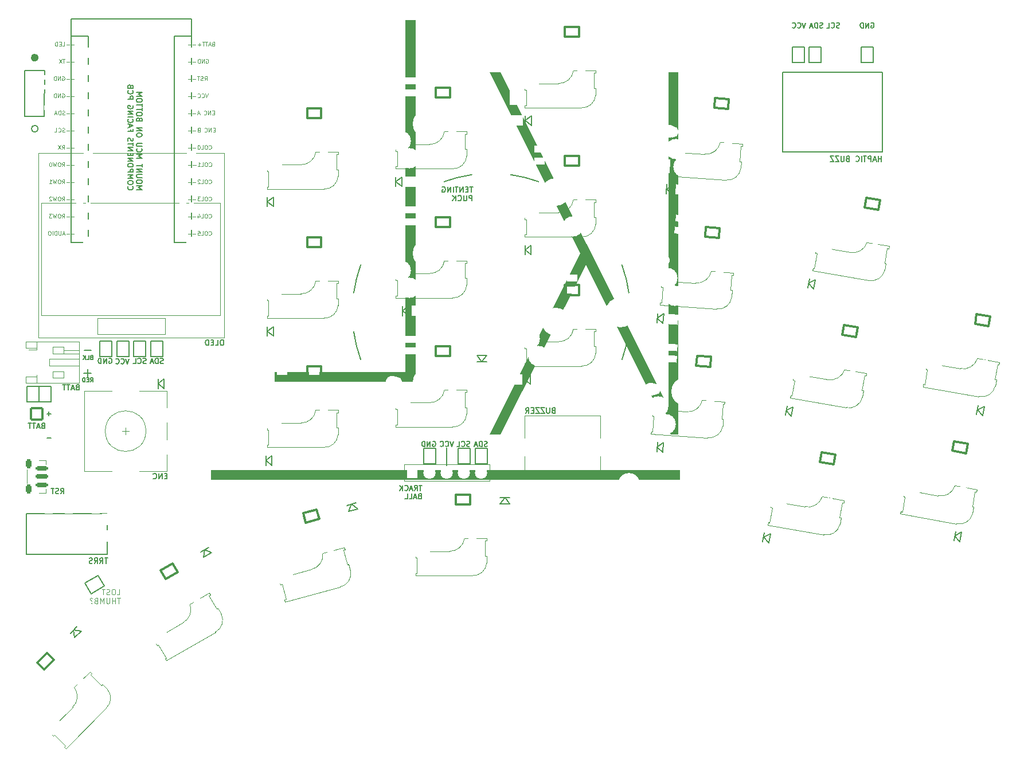
<source format=gbo>
G04 #@! TF.GenerationSoftware,KiCad,Pcbnew,(6.0.4)*
G04 #@! TF.CreationDate,2022-07-08T12:56:33+02:00*
G04 #@! TF.ProjectId,klor1_3,6b6c6f72-315f-4332-9e6b-696361645f70,v1.3.0*
G04 #@! TF.SameCoordinates,Original*
G04 #@! TF.FileFunction,Legend,Bot*
G04 #@! TF.FilePolarity,Positive*
%FSLAX46Y46*%
G04 Gerber Fmt 4.6, Leading zero omitted, Abs format (unit mm)*
G04 Created by KiCad (PCBNEW (6.0.4)) date 2022-07-08 12:56:33*
%MOMM*%
%LPD*%
G01*
G04 APERTURE LIST*
G04 Aperture macros list*
%AMRoundRect*
0 Rectangle with rounded corners*
0 $1 Rounding radius*
0 $2 $3 $4 $5 $6 $7 $8 $9 X,Y pos of 4 corners*
0 Add a 4 corners polygon primitive as box body*
4,1,4,$2,$3,$4,$5,$6,$7,$8,$9,$2,$3,0*
0 Add four circle primitives for the rounded corners*
1,1,$1+$1,$2,$3*
1,1,$1+$1,$4,$5*
1,1,$1+$1,$6,$7*
1,1,$1+$1,$8,$9*
0 Add four rect primitives between the rounded corners*
20,1,$1+$1,$2,$3,$4,$5,0*
20,1,$1+$1,$4,$5,$6,$7,0*
20,1,$1+$1,$6,$7,$8,$9,0*
20,1,$1+$1,$8,$9,$2,$3,0*%
%AMRotRect*
0 Rectangle, with rotation*
0 The origin of the aperture is its center*
0 $1 length*
0 $2 width*
0 $3 Rotation angle, in degrees counterclockwise*
0 Add horizontal line*
21,1,$1,$2,0,0,$3*%
G04 Aperture macros list end*
%ADD10C,0.150000*%
%ADD11C,0.127000*%
%ADD12C,0.000000*%
%ADD13C,0.569975*%
%ADD14C,0.100000*%
%ADD15C,0.300000*%
%ADD16C,0.120000*%
%ADD17C,0.200000*%
%ADD18C,1.524000*%
%ADD19C,0.000001*%
%ADD20C,1.700000*%
%ADD21C,3.000000*%
%ADD22C,4.100000*%
%ADD23C,1.900000*%
%ADD24RotRect,1.600000X1.000000X225.000000*%
%ADD25RotRect,2.300000X2.000000X45.000000*%
%ADD26R,1.600000X1.000000*%
%ADD27R,2.300000X2.000000*%
%ADD28RotRect,1.600000X1.000000X176.000000*%
%ADD29RotRect,2.300000X2.000000X356.000000*%
%ADD30C,3.200000*%
%ADD31RotRect,1.800000X1.500000X350.000000*%
%ADD32R,1.800000X1.500000*%
%ADD33RotRect,1.800000X1.500000X356.000000*%
%ADD34RotRect,1.600000X1.000000X195.000000*%
%ADD35RotRect,2.300000X2.000000X15.000000*%
%ADD36RotRect,1.600000X1.000000X170.000000*%
%ADD37RotRect,2.300000X2.000000X350.000000*%
%ADD38RotRect,1.800000X1.500000X285.000000*%
%ADD39R,2.200000X2.200000*%
%ADD40C,2.200000*%
%ADD41C,2.000000*%
%ADD42R,3.200000X2.000000*%
%ADD43O,1.600000X2.000000*%
%ADD44C,1.200000*%
%ADD45O,2.500000X1.700000*%
%ADD46RotRect,1.800000X1.500000X300.000000*%
%ADD47O,1.750000X1.200000*%
%ADD48C,0.900000*%
%ADD49RoundRect,0.187500X-0.712500X0.187500X-0.712500X-0.187500X0.712500X-0.187500X0.712500X0.187500X0*%
%ADD50RoundRect,0.150000X-0.750000X0.150000X-0.750000X-0.150000X0.750000X-0.150000X0.750000X0.150000X0*%
%ADD51RoundRect,0.225000X-0.225000X0.425000X-0.225000X-0.425000X0.225000X-0.425000X0.225000X0.425000X0*%
%ADD52C,4.400000*%
%ADD53RotRect,1.600000X1.000000X210.000000*%
%ADD54RotRect,2.300000X2.000000X30.000000*%
%ADD55RotRect,1.800000X1.500000X315.000000*%
%ADD56R,1.500000X1.800000*%
%ADD57RoundRect,0.142858X-0.857142X0.857142X-0.857142X-0.857142X0.857142X-0.857142X0.857142X0.857142X0*%
%ADD58R,1.000000X0.700000*%
%ADD59R,2.800000X1.000000*%
%ADD60R,1.524000X1.524000*%
%ADD61C,1.800000*%
%ADD62R,1.143000X0.635000*%
%ADD63RotRect,0.635000X1.143000X210.000000*%
%ADD64O,1.700000X1.700000*%
G04 APERTURE END LIST*
D10*
X192600000Y-72750000D02*
X207375000Y-72750000D01*
X207375000Y-72750000D02*
X207375000Y-60975000D01*
X207375000Y-60975000D02*
X192600000Y-60975000D01*
X192600000Y-60975000D02*
X192600000Y-72750000D01*
X82669975Y-69294975D02*
G75*
G03*
X82669975Y-69294975I-494975J0D01*
G01*
D11*
X143042000Y-116438500D02*
X143042000Y-118995500D01*
D10*
X84550000Y-111375000D02*
X83965000Y-111375000D01*
X90498000Y-105359000D02*
X89429000Y-105359000D01*
D12*
G36*
X177481312Y-121146755D02*
G01*
X108221313Y-121146755D01*
X108221313Y-119700160D01*
X177481312Y-119700160D01*
X177481312Y-121146755D01*
G37*
D13*
X82459987Y-58794975D02*
G75*
G03*
X82459987Y-58794975I-284987J0D01*
G01*
D12*
G36*
X138388054Y-106680812D02*
G01*
X117606522Y-106680812D01*
X117606522Y-105234218D01*
X136941460Y-105234233D01*
X136941460Y-53262767D01*
X138388054Y-53262767D01*
X138388054Y-106680812D01*
G37*
D10*
X90531000Y-101998000D02*
X89462000Y-101998000D01*
X84256000Y-111668500D02*
X84256000Y-111083500D01*
X89975000Y-105877000D02*
X89975000Y-104808000D01*
X84560000Y-115000000D02*
X83975000Y-115000000D01*
D12*
G36*
X175787743Y-110456066D02*
G01*
X175787743Y-60954402D01*
X177234333Y-60954402D01*
X177234333Y-114443019D01*
X176140568Y-114443019D01*
X163544632Y-89357006D01*
X150948700Y-114443019D01*
X149325699Y-114443019D01*
X162733131Y-87733997D01*
X149325699Y-60954402D01*
X150948700Y-60954402D01*
X175787743Y-110456066D01*
G37*
D14*
X88040712Y-69552857D02*
X87583570Y-69552857D01*
X87297855Y-69552857D02*
X86840712Y-69552857D01*
X86583570Y-69752857D02*
X86497855Y-69781428D01*
X86354998Y-69781428D01*
X86297855Y-69752857D01*
X86269284Y-69724285D01*
X86240712Y-69667142D01*
X86240712Y-69610000D01*
X86269284Y-69552857D01*
X86297855Y-69524285D01*
X86354998Y-69495714D01*
X86469284Y-69467142D01*
X86526427Y-69438571D01*
X86554998Y-69410000D01*
X86583570Y-69352857D01*
X86583570Y-69295714D01*
X86554998Y-69238571D01*
X86526427Y-69210000D01*
X86469284Y-69181428D01*
X86326427Y-69181428D01*
X86240712Y-69210000D01*
X85640712Y-69724285D02*
X85669284Y-69752857D01*
X85754998Y-69781428D01*
X85812141Y-69781428D01*
X85897855Y-69752857D01*
X85954998Y-69695714D01*
X85983570Y-69638571D01*
X86012141Y-69524285D01*
X86012141Y-69438571D01*
X85983570Y-69324285D01*
X85954998Y-69267142D01*
X85897855Y-69210000D01*
X85812141Y-69181428D01*
X85754998Y-69181428D01*
X85669284Y-69210000D01*
X85640712Y-69238571D01*
X85097855Y-69781428D02*
X85383570Y-69781428D01*
X85383570Y-69181428D01*
D10*
X101690476Y-120592857D02*
X101423809Y-120592857D01*
X101309523Y-121011904D02*
X101690476Y-121011904D01*
X101690476Y-120211904D01*
X101309523Y-120211904D01*
X100966666Y-121011904D02*
X100966666Y-120211904D01*
X100509523Y-121011904D01*
X100509523Y-120211904D01*
X99671428Y-120935714D02*
X99709523Y-120973809D01*
X99823809Y-121011904D01*
X99900000Y-121011904D01*
X100014285Y-120973809D01*
X100090476Y-120897619D01*
X100128571Y-120821428D01*
X100166666Y-120669047D01*
X100166666Y-120554761D01*
X100128571Y-120402380D01*
X100090476Y-120326190D01*
X100014285Y-120250000D01*
X99900000Y-120211904D01*
X99823809Y-120211904D01*
X99709523Y-120250000D01*
X99671428Y-120288095D01*
D14*
X88040712Y-67012857D02*
X87583570Y-67012857D01*
X87297855Y-67012857D02*
X86840712Y-67012857D01*
X86583570Y-67212857D02*
X86497855Y-67241428D01*
X86354998Y-67241428D01*
X86297855Y-67212857D01*
X86269284Y-67184285D01*
X86240712Y-67127142D01*
X86240712Y-67070000D01*
X86269284Y-67012857D01*
X86297855Y-66984285D01*
X86354998Y-66955714D01*
X86469284Y-66927142D01*
X86526427Y-66898571D01*
X86554998Y-66870000D01*
X86583570Y-66812857D01*
X86583570Y-66755714D01*
X86554998Y-66698571D01*
X86526427Y-66670000D01*
X86469284Y-66641428D01*
X86326427Y-66641428D01*
X86240712Y-66670000D01*
X85983570Y-67241428D02*
X85983570Y-66641428D01*
X85840712Y-66641428D01*
X85754998Y-66670000D01*
X85697855Y-66727142D01*
X85669284Y-66784285D01*
X85640712Y-66898571D01*
X85640712Y-66984285D01*
X85669284Y-67098571D01*
X85697855Y-67155714D01*
X85754998Y-67212857D01*
X85840712Y-67241428D01*
X85983570Y-67241428D01*
X85412141Y-67070000D02*
X85126427Y-67070000D01*
X85469284Y-67241428D02*
X85269284Y-66641428D01*
X85069284Y-67241428D01*
X107899284Y-84974285D02*
X107927855Y-85002857D01*
X108013570Y-85031428D01*
X108070712Y-85031428D01*
X108156427Y-85002857D01*
X108213570Y-84945714D01*
X108242141Y-84888571D01*
X108270712Y-84774285D01*
X108270712Y-84688571D01*
X108242141Y-84574285D01*
X108213570Y-84517142D01*
X108156427Y-84460000D01*
X108070712Y-84431428D01*
X108013570Y-84431428D01*
X107927855Y-84460000D01*
X107899284Y-84488571D01*
X107527855Y-84431428D02*
X107413570Y-84431428D01*
X107356427Y-84460000D01*
X107299284Y-84517142D01*
X107270712Y-84631428D01*
X107270712Y-84831428D01*
X107299284Y-84945714D01*
X107356427Y-85002857D01*
X107413570Y-85031428D01*
X107527855Y-85031428D01*
X107584998Y-85002857D01*
X107642141Y-84945714D01*
X107670712Y-84831428D01*
X107670712Y-84631428D01*
X107642141Y-84517142D01*
X107584998Y-84460000D01*
X107527855Y-84431428D01*
X106727855Y-85031428D02*
X107013570Y-85031428D01*
X107013570Y-84431428D01*
X106242141Y-84431428D02*
X106527855Y-84431428D01*
X106556427Y-84717142D01*
X106527855Y-84688571D01*
X106470712Y-84660000D01*
X106327855Y-84660000D01*
X106270712Y-84688571D01*
X106242141Y-84717142D01*
X106213570Y-84774285D01*
X106213570Y-84917142D01*
X106242141Y-84974285D01*
X106270712Y-85002857D01*
X106327855Y-85031428D01*
X106470712Y-85031428D01*
X106527855Y-85002857D01*
X106556427Y-84974285D01*
X105956427Y-84802857D02*
X105499284Y-84802857D01*
X105213570Y-84802857D02*
X104756427Y-84802857D01*
D10*
X86013095Y-123186904D02*
X86279761Y-122805952D01*
X86470238Y-123186904D02*
X86470238Y-122386904D01*
X86165476Y-122386904D01*
X86089285Y-122425000D01*
X86051190Y-122463095D01*
X86013095Y-122539285D01*
X86013095Y-122653571D01*
X86051190Y-122729761D01*
X86089285Y-122767857D01*
X86165476Y-122805952D01*
X86470238Y-122805952D01*
X85708333Y-123148809D02*
X85594047Y-123186904D01*
X85403571Y-123186904D01*
X85327380Y-123148809D01*
X85289285Y-123110714D01*
X85251190Y-123034523D01*
X85251190Y-122958333D01*
X85289285Y-122882142D01*
X85327380Y-122844047D01*
X85403571Y-122805952D01*
X85555952Y-122767857D01*
X85632142Y-122729761D01*
X85670238Y-122691666D01*
X85708333Y-122615476D01*
X85708333Y-122539285D01*
X85670238Y-122463095D01*
X85632142Y-122425000D01*
X85555952Y-122386904D01*
X85365476Y-122386904D01*
X85251190Y-122425000D01*
X85022619Y-122386904D02*
X84565476Y-122386904D01*
X84794047Y-123186904D02*
X84794047Y-122386904D01*
D11*
X144021287Y-115461714D02*
X143767287Y-116223714D01*
X143513287Y-115461714D01*
X142823858Y-116151142D02*
X142860144Y-116187428D01*
X142969001Y-116223714D01*
X143041572Y-116223714D01*
X143150429Y-116187428D01*
X143223001Y-116114857D01*
X143259287Y-116042285D01*
X143295572Y-115897142D01*
X143295572Y-115788285D01*
X143259287Y-115643142D01*
X143223001Y-115570571D01*
X143150429Y-115498000D01*
X143041572Y-115461714D01*
X142969001Y-115461714D01*
X142860144Y-115498000D01*
X142823858Y-115534285D01*
X142061858Y-116151142D02*
X142098144Y-116187428D01*
X142207001Y-116223714D01*
X142279572Y-116223714D01*
X142388429Y-116187428D01*
X142461001Y-116114857D01*
X142497287Y-116042285D01*
X142533572Y-115897142D01*
X142533572Y-115788285D01*
X142497287Y-115643142D01*
X142461001Y-115570571D01*
X142388429Y-115498000D01*
X142279572Y-115461714D01*
X142207001Y-115461714D01*
X142098144Y-115498000D01*
X142061858Y-115534285D01*
X101139945Y-103924428D02*
X101031088Y-103960714D01*
X100849660Y-103960714D01*
X100777088Y-103924428D01*
X100740802Y-103888142D01*
X100704517Y-103815571D01*
X100704517Y-103743000D01*
X100740802Y-103670428D01*
X100777088Y-103634142D01*
X100849660Y-103597857D01*
X100994802Y-103561571D01*
X101067374Y-103525285D01*
X101103660Y-103489000D01*
X101139945Y-103416428D01*
X101139945Y-103343857D01*
X101103660Y-103271285D01*
X101067374Y-103235000D01*
X100994802Y-103198714D01*
X100813374Y-103198714D01*
X100704517Y-103235000D01*
X100377945Y-103960714D02*
X100377945Y-103198714D01*
X100196517Y-103198714D01*
X100087660Y-103235000D01*
X100015088Y-103307571D01*
X99978802Y-103380142D01*
X99942517Y-103525285D01*
X99942517Y-103634142D01*
X99978802Y-103779285D01*
X100015088Y-103851857D01*
X100087660Y-103924428D01*
X100196517Y-103960714D01*
X100377945Y-103960714D01*
X99652231Y-103743000D02*
X99289374Y-103743000D01*
X99724802Y-103960714D02*
X99470802Y-103198714D01*
X99216802Y-103960714D01*
D14*
X88040712Y-82252857D02*
X87583570Y-82252857D01*
X87297855Y-82252857D02*
X86840712Y-82252857D01*
X86212141Y-82481428D02*
X86412141Y-82195714D01*
X86554998Y-82481428D02*
X86554998Y-81881428D01*
X86326427Y-81881428D01*
X86269284Y-81910000D01*
X86240712Y-81938571D01*
X86212141Y-81995714D01*
X86212141Y-82081428D01*
X86240712Y-82138571D01*
X86269284Y-82167142D01*
X86326427Y-82195714D01*
X86554998Y-82195714D01*
X85840712Y-81881428D02*
X85726427Y-81881428D01*
X85669284Y-81910000D01*
X85612141Y-81967142D01*
X85583570Y-82081428D01*
X85583570Y-82281428D01*
X85612141Y-82395714D01*
X85669284Y-82452857D01*
X85726427Y-82481428D01*
X85840712Y-82481428D01*
X85897855Y-82452857D01*
X85954998Y-82395714D01*
X85983570Y-82281428D01*
X85983570Y-82081428D01*
X85954998Y-81967142D01*
X85897855Y-81910000D01*
X85840712Y-81881428D01*
X85383570Y-81881428D02*
X85240712Y-82481428D01*
X85126427Y-82052857D01*
X85012141Y-82481428D01*
X84869284Y-81881428D01*
X84697855Y-81881428D02*
X84326427Y-81881428D01*
X84526427Y-82110000D01*
X84440712Y-82110000D01*
X84383570Y-82138571D01*
X84354998Y-82167142D01*
X84326427Y-82224285D01*
X84326427Y-82367142D01*
X84354998Y-82424285D01*
X84383570Y-82452857D01*
X84440712Y-82481428D01*
X84612141Y-82481428D01*
X84669284Y-82452857D01*
X84697855Y-82424285D01*
D11*
X198522857Y-54358428D02*
X198414000Y-54394714D01*
X198232572Y-54394714D01*
X198160000Y-54358428D01*
X198123714Y-54322142D01*
X198087429Y-54249571D01*
X198087429Y-54177000D01*
X198123714Y-54104428D01*
X198160000Y-54068142D01*
X198232572Y-54031857D01*
X198377714Y-53995571D01*
X198450286Y-53959285D01*
X198486572Y-53923000D01*
X198522857Y-53850428D01*
X198522857Y-53777857D01*
X198486572Y-53705285D01*
X198450286Y-53669000D01*
X198377714Y-53632714D01*
X198196286Y-53632714D01*
X198087429Y-53669000D01*
X197760857Y-54394714D02*
X197760857Y-53632714D01*
X197579429Y-53632714D01*
X197470572Y-53669000D01*
X197398000Y-53741571D01*
X197361714Y-53814142D01*
X197325429Y-53959285D01*
X197325429Y-54068142D01*
X197361714Y-54213285D01*
X197398000Y-54285857D01*
X197470572Y-54358428D01*
X197579429Y-54394714D01*
X197760857Y-54394714D01*
X197035143Y-54177000D02*
X196672286Y-54177000D01*
X197107714Y-54394714D02*
X196853714Y-53632714D01*
X196599714Y-54394714D01*
X96130660Y-103248714D02*
X95876660Y-104010714D01*
X95622660Y-103248714D01*
X94933231Y-103938142D02*
X94969517Y-103974428D01*
X95078374Y-104010714D01*
X95150945Y-104010714D01*
X95259802Y-103974428D01*
X95332374Y-103901857D01*
X95368660Y-103829285D01*
X95404945Y-103684142D01*
X95404945Y-103575285D01*
X95368660Y-103430142D01*
X95332374Y-103357571D01*
X95259802Y-103285000D01*
X95150945Y-103248714D01*
X95078374Y-103248714D01*
X94969517Y-103285000D01*
X94933231Y-103321285D01*
X94171231Y-103938142D02*
X94207517Y-103974428D01*
X94316374Y-104010714D01*
X94388945Y-104010714D01*
X94497802Y-103974428D01*
X94570374Y-103901857D01*
X94606660Y-103829285D01*
X94642945Y-103684142D01*
X94642945Y-103575285D01*
X94606660Y-103430142D01*
X94570374Y-103357571D01*
X94497802Y-103285000D01*
X94388945Y-103248714D01*
X94316374Y-103248714D01*
X94207517Y-103285000D01*
X94171231Y-103321285D01*
X200993428Y-54358428D02*
X200884571Y-54394714D01*
X200703143Y-54394714D01*
X200630571Y-54358428D01*
X200594286Y-54322142D01*
X200558000Y-54249571D01*
X200558000Y-54177000D01*
X200594286Y-54104428D01*
X200630571Y-54068142D01*
X200703143Y-54031857D01*
X200848286Y-53995571D01*
X200920857Y-53959285D01*
X200957143Y-53923000D01*
X200993428Y-53850428D01*
X200993428Y-53777857D01*
X200957143Y-53705285D01*
X200920857Y-53669000D01*
X200848286Y-53632714D01*
X200666857Y-53632714D01*
X200558000Y-53669000D01*
X199796000Y-54322142D02*
X199832286Y-54358428D01*
X199941143Y-54394714D01*
X200013714Y-54394714D01*
X200122571Y-54358428D01*
X200195143Y-54285857D01*
X200231428Y-54213285D01*
X200267714Y-54068142D01*
X200267714Y-53959285D01*
X200231428Y-53814142D01*
X200195143Y-53741571D01*
X200122571Y-53669000D01*
X200013714Y-53632714D01*
X199941143Y-53632714D01*
X199832286Y-53669000D01*
X199796000Y-53705285D01*
X199106571Y-54394714D02*
X199469428Y-54394714D01*
X199469428Y-53632714D01*
D14*
X107899284Y-82434285D02*
X107927855Y-82462857D01*
X108013570Y-82491428D01*
X108070712Y-82491428D01*
X108156427Y-82462857D01*
X108213570Y-82405714D01*
X108242141Y-82348571D01*
X108270712Y-82234285D01*
X108270712Y-82148571D01*
X108242141Y-82034285D01*
X108213570Y-81977142D01*
X108156427Y-81920000D01*
X108070712Y-81891428D01*
X108013570Y-81891428D01*
X107927855Y-81920000D01*
X107899284Y-81948571D01*
X107527855Y-81891428D02*
X107413570Y-81891428D01*
X107356427Y-81920000D01*
X107299284Y-81977142D01*
X107270712Y-82091428D01*
X107270712Y-82291428D01*
X107299284Y-82405714D01*
X107356427Y-82462857D01*
X107413570Y-82491428D01*
X107527855Y-82491428D01*
X107584998Y-82462857D01*
X107642141Y-82405714D01*
X107670712Y-82291428D01*
X107670712Y-82091428D01*
X107642141Y-81977142D01*
X107584998Y-81920000D01*
X107527855Y-81891428D01*
X106727855Y-82491428D02*
X107013570Y-82491428D01*
X107013570Y-81891428D01*
X106270712Y-82091428D02*
X106270712Y-82491428D01*
X106413570Y-81862857D02*
X106556427Y-82291428D01*
X106184998Y-82291428D01*
X105956427Y-82262857D02*
X105499284Y-82262857D01*
X105213570Y-82262857D02*
X104756427Y-82262857D01*
X107904284Y-74814285D02*
X107932855Y-74842857D01*
X108018570Y-74871428D01*
X108075712Y-74871428D01*
X108161427Y-74842857D01*
X108218570Y-74785714D01*
X108247141Y-74728571D01*
X108275712Y-74614285D01*
X108275712Y-74528571D01*
X108247141Y-74414285D01*
X108218570Y-74357142D01*
X108161427Y-74300000D01*
X108075712Y-74271428D01*
X108018570Y-74271428D01*
X107932855Y-74300000D01*
X107904284Y-74328571D01*
X107532855Y-74271428D02*
X107418570Y-74271428D01*
X107361427Y-74300000D01*
X107304284Y-74357142D01*
X107275712Y-74471428D01*
X107275712Y-74671428D01*
X107304284Y-74785714D01*
X107361427Y-74842857D01*
X107418570Y-74871428D01*
X107532855Y-74871428D01*
X107589998Y-74842857D01*
X107647141Y-74785714D01*
X107675712Y-74671428D01*
X107675712Y-74471428D01*
X107647141Y-74357142D01*
X107589998Y-74300000D01*
X107532855Y-74271428D01*
X106732855Y-74871428D02*
X107018570Y-74871428D01*
X107018570Y-74271428D01*
X106218570Y-74871428D02*
X106561427Y-74871428D01*
X106389998Y-74871428D02*
X106389998Y-74271428D01*
X106447141Y-74357142D01*
X106504284Y-74414285D01*
X106561427Y-74442857D01*
X105961427Y-74642857D02*
X105504284Y-74642857D01*
X105218570Y-74642857D02*
X104761427Y-74642857D01*
D10*
X158751071Y-110892857D02*
X158636785Y-110930952D01*
X158598690Y-110969047D01*
X158560595Y-111045238D01*
X158560595Y-111159523D01*
X158598690Y-111235714D01*
X158636785Y-111273809D01*
X158712976Y-111311904D01*
X159017738Y-111311904D01*
X159017738Y-110511904D01*
X158751071Y-110511904D01*
X158674880Y-110550000D01*
X158636785Y-110588095D01*
X158598690Y-110664285D01*
X158598690Y-110740476D01*
X158636785Y-110816666D01*
X158674880Y-110854761D01*
X158751071Y-110892857D01*
X159017738Y-110892857D01*
X158217738Y-110511904D02*
X158217738Y-111159523D01*
X158179642Y-111235714D01*
X158141547Y-111273809D01*
X158065357Y-111311904D01*
X157912976Y-111311904D01*
X157836785Y-111273809D01*
X157798690Y-111235714D01*
X157760595Y-111159523D01*
X157760595Y-110511904D01*
X157455833Y-110511904D02*
X156922500Y-110511904D01*
X157455833Y-111311904D01*
X156922500Y-111311904D01*
X156693928Y-110511904D02*
X156160595Y-110511904D01*
X156693928Y-111311904D01*
X156160595Y-111311904D01*
X155855833Y-110892857D02*
X155589166Y-110892857D01*
X155474880Y-111311904D02*
X155855833Y-111311904D01*
X155855833Y-110511904D01*
X155474880Y-110511904D01*
X154674880Y-111311904D02*
X154941547Y-110930952D01*
X155132023Y-111311904D02*
X155132023Y-110511904D01*
X154827261Y-110511904D01*
X154751071Y-110550000D01*
X154712976Y-110588095D01*
X154674880Y-110664285D01*
X154674880Y-110778571D01*
X154712976Y-110854761D01*
X154751071Y-110892857D01*
X154827261Y-110930952D01*
X155132023Y-110930952D01*
D14*
X108699284Y-66937142D02*
X108499284Y-66937142D01*
X108413570Y-67251428D02*
X108699284Y-67251428D01*
X108699284Y-66651428D01*
X108413570Y-66651428D01*
X108156427Y-67251428D02*
X108156427Y-66651428D01*
X107813570Y-67251428D01*
X107813570Y-66651428D01*
X107184998Y-67194285D02*
X107213570Y-67222857D01*
X107299284Y-67251428D01*
X107356427Y-67251428D01*
X107442141Y-67222857D01*
X107499284Y-67165714D01*
X107527855Y-67108571D01*
X107556427Y-66994285D01*
X107556427Y-66908571D01*
X107527855Y-66794285D01*
X107499284Y-66737142D01*
X107442141Y-66680000D01*
X107356427Y-66651428D01*
X107299284Y-66651428D01*
X107213570Y-66680000D01*
X107184998Y-66708571D01*
X106499284Y-67080000D02*
X106213570Y-67080000D01*
X106556427Y-67251428D02*
X106356427Y-66651428D01*
X106156427Y-67251428D01*
X105956427Y-67022857D02*
X105499284Y-67022857D01*
X105213570Y-67022857D02*
X104756427Y-67022857D01*
X88040712Y-74632857D02*
X87583570Y-74632857D01*
X87297855Y-74632857D02*
X86840712Y-74632857D01*
X86212141Y-74861428D02*
X86412141Y-74575714D01*
X86554998Y-74861428D02*
X86554998Y-74261428D01*
X86326427Y-74261428D01*
X86269284Y-74290000D01*
X86240712Y-74318571D01*
X86212141Y-74375714D01*
X86212141Y-74461428D01*
X86240712Y-74518571D01*
X86269284Y-74547142D01*
X86326427Y-74575714D01*
X86554998Y-74575714D01*
X85840712Y-74261428D02*
X85726427Y-74261428D01*
X85669284Y-74290000D01*
X85612141Y-74347142D01*
X85583570Y-74461428D01*
X85583570Y-74661428D01*
X85612141Y-74775714D01*
X85669284Y-74832857D01*
X85726427Y-74861428D01*
X85840712Y-74861428D01*
X85897855Y-74832857D01*
X85954998Y-74775714D01*
X85983570Y-74661428D01*
X85983570Y-74461428D01*
X85954998Y-74347142D01*
X85897855Y-74290000D01*
X85840712Y-74261428D01*
X85383570Y-74261428D02*
X85240712Y-74861428D01*
X85126427Y-74432857D01*
X85012141Y-74861428D01*
X84869284Y-74261428D01*
X84526427Y-74261428D02*
X84469284Y-74261428D01*
X84412141Y-74290000D01*
X84383570Y-74318571D01*
X84354998Y-74375714D01*
X84326427Y-74490000D01*
X84326427Y-74632857D01*
X84354998Y-74747142D01*
X84383570Y-74804285D01*
X84412141Y-74832857D01*
X84469284Y-74861428D01*
X84526427Y-74861428D01*
X84583570Y-74832857D01*
X84612141Y-74804285D01*
X84640712Y-74747142D01*
X84669284Y-74632857D01*
X84669284Y-74490000D01*
X84640712Y-74375714D01*
X84612141Y-74318571D01*
X84583570Y-74290000D01*
X84526427Y-74261428D01*
D10*
X90534642Y-103057142D02*
X90448928Y-103085714D01*
X90420357Y-103114285D01*
X90391785Y-103171428D01*
X90391785Y-103257142D01*
X90420357Y-103314285D01*
X90448928Y-103342857D01*
X90506071Y-103371428D01*
X90734642Y-103371428D01*
X90734642Y-102771428D01*
X90534642Y-102771428D01*
X90477500Y-102800000D01*
X90448928Y-102828571D01*
X90420357Y-102885714D01*
X90420357Y-102942857D01*
X90448928Y-103000000D01*
X90477500Y-103028571D01*
X90534642Y-103057142D01*
X90734642Y-103057142D01*
X89848928Y-103371428D02*
X90134642Y-103371428D01*
X90134642Y-102771428D01*
X89648928Y-103371428D02*
X89648928Y-102771428D01*
X89306071Y-103371428D02*
X89563214Y-103028571D01*
X89306071Y-102771428D02*
X89648928Y-103114285D01*
D14*
X107242141Y-62171428D02*
X107442141Y-61885714D01*
X107584998Y-62171428D02*
X107584998Y-61571428D01*
X107356427Y-61571428D01*
X107299284Y-61600000D01*
X107270712Y-61628571D01*
X107242141Y-61685714D01*
X107242141Y-61771428D01*
X107270712Y-61828571D01*
X107299284Y-61857142D01*
X107356427Y-61885714D01*
X107584998Y-61885714D01*
X107013570Y-62142857D02*
X106927855Y-62171428D01*
X106784998Y-62171428D01*
X106727855Y-62142857D01*
X106699284Y-62114285D01*
X106670712Y-62057142D01*
X106670712Y-62000000D01*
X106699284Y-61942857D01*
X106727855Y-61914285D01*
X106784998Y-61885714D01*
X106899284Y-61857142D01*
X106956427Y-61828571D01*
X106984998Y-61800000D01*
X107013570Y-61742857D01*
X107013570Y-61685714D01*
X106984998Y-61628571D01*
X106956427Y-61600000D01*
X106899284Y-61571428D01*
X106756427Y-61571428D01*
X106670712Y-61600000D01*
X106499284Y-61571428D02*
X106156427Y-61571428D01*
X106327855Y-62171428D02*
X106327855Y-61571428D01*
X105956427Y-61942857D02*
X105499284Y-61942857D01*
X105213570Y-61942857D02*
X104756427Y-61942857D01*
X107899284Y-72274285D02*
X107927855Y-72302857D01*
X108013570Y-72331428D01*
X108070712Y-72331428D01*
X108156427Y-72302857D01*
X108213570Y-72245714D01*
X108242141Y-72188571D01*
X108270712Y-72074285D01*
X108270712Y-71988571D01*
X108242141Y-71874285D01*
X108213570Y-71817142D01*
X108156427Y-71760000D01*
X108070712Y-71731428D01*
X108013570Y-71731428D01*
X107927855Y-71760000D01*
X107899284Y-71788571D01*
X107527855Y-71731428D02*
X107413570Y-71731428D01*
X107356427Y-71760000D01*
X107299284Y-71817142D01*
X107270712Y-71931428D01*
X107270712Y-72131428D01*
X107299284Y-72245714D01*
X107356427Y-72302857D01*
X107413570Y-72331428D01*
X107527855Y-72331428D01*
X107584998Y-72302857D01*
X107642141Y-72245714D01*
X107670712Y-72131428D01*
X107670712Y-71931428D01*
X107642141Y-71817142D01*
X107584998Y-71760000D01*
X107527855Y-71731428D01*
X106727855Y-72331428D02*
X107013570Y-72331428D01*
X107013570Y-71731428D01*
X106413570Y-71731428D02*
X106356427Y-71731428D01*
X106299284Y-71760000D01*
X106270712Y-71788571D01*
X106242141Y-71845714D01*
X106213570Y-71960000D01*
X106213570Y-72102857D01*
X106242141Y-72217142D01*
X106270712Y-72274285D01*
X106299284Y-72302857D01*
X106356427Y-72331428D01*
X106413570Y-72331428D01*
X106470712Y-72302857D01*
X106499284Y-72274285D01*
X106527855Y-72217142D01*
X106556427Y-72102857D01*
X106556427Y-71960000D01*
X106527855Y-71845714D01*
X106499284Y-71788571D01*
X106470712Y-71760000D01*
X106413570Y-71731428D01*
X105956427Y-72102857D02*
X105499284Y-72102857D01*
X105213570Y-72102857D02*
X104756427Y-72102857D01*
D10*
X97207095Y-78262023D02*
X98007095Y-78262023D01*
X97435666Y-77995357D01*
X98007095Y-77728690D01*
X97207095Y-77728690D01*
X98007095Y-77195357D02*
X98007095Y-77042976D01*
X97969000Y-76966785D01*
X97892809Y-76890595D01*
X97740428Y-76852500D01*
X97473761Y-76852500D01*
X97321380Y-76890595D01*
X97245190Y-76966785D01*
X97207095Y-77042976D01*
X97207095Y-77195357D01*
X97245190Y-77271547D01*
X97321380Y-77347738D01*
X97473761Y-77385833D01*
X97740428Y-77385833D01*
X97892809Y-77347738D01*
X97969000Y-77271547D01*
X98007095Y-77195357D01*
X98007095Y-76509642D02*
X97359476Y-76509642D01*
X97283285Y-76471547D01*
X97245190Y-76433452D01*
X97207095Y-76357261D01*
X97207095Y-76204880D01*
X97245190Y-76128690D01*
X97283285Y-76090595D01*
X97359476Y-76052500D01*
X98007095Y-76052500D01*
X97207095Y-75671547D02*
X98007095Y-75671547D01*
X97207095Y-75214404D01*
X98007095Y-75214404D01*
X98007095Y-74947738D02*
X98007095Y-74490595D01*
X97207095Y-74719166D02*
X98007095Y-74719166D01*
X97207095Y-73614404D02*
X98007095Y-73614404D01*
X97435666Y-73347738D01*
X98007095Y-73081071D01*
X97207095Y-73081071D01*
X97283285Y-72242976D02*
X97245190Y-72281071D01*
X97207095Y-72395357D01*
X97207095Y-72471547D01*
X97245190Y-72585833D01*
X97321380Y-72662023D01*
X97397571Y-72700119D01*
X97549952Y-72738214D01*
X97664238Y-72738214D01*
X97816619Y-72700119D01*
X97892809Y-72662023D01*
X97969000Y-72585833D01*
X98007095Y-72471547D01*
X98007095Y-72395357D01*
X97969000Y-72281071D01*
X97930904Y-72242976D01*
X98007095Y-71900119D02*
X97359476Y-71900119D01*
X97283285Y-71862023D01*
X97245190Y-71823928D01*
X97207095Y-71747738D01*
X97207095Y-71595357D01*
X97245190Y-71519166D01*
X97283285Y-71481071D01*
X97359476Y-71442976D01*
X98007095Y-71442976D01*
X98007095Y-70300119D02*
X98007095Y-70147738D01*
X97969000Y-70071547D01*
X97892809Y-69995357D01*
X97740428Y-69957261D01*
X97473761Y-69957261D01*
X97321380Y-69995357D01*
X97245190Y-70071547D01*
X97207095Y-70147738D01*
X97207095Y-70300119D01*
X97245190Y-70376309D01*
X97321380Y-70452499D01*
X97473761Y-70490595D01*
X97740428Y-70490595D01*
X97892809Y-70452499D01*
X97969000Y-70376309D01*
X98007095Y-70300119D01*
X97207095Y-69614404D02*
X98007095Y-69614404D01*
X97207095Y-69157261D01*
X98007095Y-69157261D01*
X97626142Y-67900119D02*
X97588047Y-67785833D01*
X97549952Y-67747738D01*
X97473761Y-67709642D01*
X97359476Y-67709642D01*
X97283285Y-67747738D01*
X97245190Y-67785833D01*
X97207095Y-67862023D01*
X97207095Y-68166785D01*
X98007095Y-68166785D01*
X98007095Y-67900119D01*
X97969000Y-67823928D01*
X97930904Y-67785833D01*
X97854714Y-67747738D01*
X97778523Y-67747738D01*
X97702333Y-67785833D01*
X97664238Y-67823928D01*
X97626142Y-67900119D01*
X97626142Y-68166785D01*
X98007095Y-67214404D02*
X98007095Y-67062023D01*
X97969000Y-66985833D01*
X97892809Y-66909642D01*
X97740428Y-66871547D01*
X97473761Y-66871547D01*
X97321380Y-66909642D01*
X97245190Y-66985833D01*
X97207095Y-67062023D01*
X97207095Y-67214404D01*
X97245190Y-67290595D01*
X97321380Y-67366785D01*
X97473761Y-67404880D01*
X97740428Y-67404880D01*
X97892809Y-67366785D01*
X97969000Y-67290595D01*
X98007095Y-67214404D01*
X98007095Y-66642976D02*
X98007095Y-66185833D01*
X97207095Y-66414404D02*
X98007095Y-66414404D01*
X98007095Y-66033452D02*
X98007095Y-65576309D01*
X97207095Y-65804880D02*
X98007095Y-65804880D01*
X98007095Y-65157261D02*
X98007095Y-65004880D01*
X97969000Y-64928690D01*
X97892809Y-64852499D01*
X97740428Y-64814404D01*
X97473761Y-64814404D01*
X97321380Y-64852499D01*
X97245190Y-64928690D01*
X97207095Y-65004880D01*
X97207095Y-65157261D01*
X97245190Y-65233452D01*
X97321380Y-65309642D01*
X97473761Y-65347738D01*
X97740428Y-65347738D01*
X97892809Y-65309642D01*
X97969000Y-65233452D01*
X98007095Y-65157261D01*
X97207095Y-64471547D02*
X98007095Y-64471547D01*
X97435666Y-64204880D01*
X98007095Y-63938214D01*
X97207095Y-63938214D01*
X95995285Y-77804880D02*
X95957190Y-77842976D01*
X95919095Y-77957261D01*
X95919095Y-78033452D01*
X95957190Y-78147738D01*
X96033380Y-78223928D01*
X96109571Y-78262023D01*
X96261952Y-78300119D01*
X96376238Y-78300119D01*
X96528619Y-78262023D01*
X96604809Y-78223928D01*
X96681000Y-78147738D01*
X96719095Y-78033452D01*
X96719095Y-77957261D01*
X96681000Y-77842976D01*
X96642904Y-77804880D01*
X96719095Y-77309642D02*
X96719095Y-77157261D01*
X96681000Y-77081071D01*
X96604809Y-77004880D01*
X96452428Y-76966785D01*
X96185761Y-76966785D01*
X96033380Y-77004880D01*
X95957190Y-77081071D01*
X95919095Y-77157261D01*
X95919095Y-77309642D01*
X95957190Y-77385833D01*
X96033380Y-77462023D01*
X96185761Y-77500119D01*
X96452428Y-77500119D01*
X96604809Y-77462023D01*
X96681000Y-77385833D01*
X96719095Y-77309642D01*
X95919095Y-76623928D02*
X96719095Y-76623928D01*
X96147666Y-76357261D01*
X96719095Y-76090595D01*
X95919095Y-76090595D01*
X95919095Y-75709642D02*
X96719095Y-75709642D01*
X96719095Y-75404880D01*
X96681000Y-75328690D01*
X96642904Y-75290595D01*
X96566714Y-75252500D01*
X96452428Y-75252500D01*
X96376238Y-75290595D01*
X96338142Y-75328690D01*
X96300047Y-75404880D01*
X96300047Y-75709642D01*
X96719095Y-74757261D02*
X96719095Y-74604880D01*
X96681000Y-74528690D01*
X96604809Y-74452500D01*
X96452428Y-74414404D01*
X96185761Y-74414404D01*
X96033380Y-74452500D01*
X95957190Y-74528690D01*
X95919095Y-74604880D01*
X95919095Y-74757261D01*
X95957190Y-74833452D01*
X96033380Y-74909642D01*
X96185761Y-74947738D01*
X96452428Y-74947738D01*
X96604809Y-74909642D01*
X96681000Y-74833452D01*
X96719095Y-74757261D01*
X95919095Y-74071547D02*
X96719095Y-74071547D01*
X95919095Y-73614404D01*
X96719095Y-73614404D01*
X96338142Y-73233452D02*
X96338142Y-72966785D01*
X95919095Y-72852500D02*
X95919095Y-73233452D01*
X96719095Y-73233452D01*
X96719095Y-72852500D01*
X95919095Y-72509642D02*
X96719095Y-72509642D01*
X95919095Y-72052500D01*
X96719095Y-72052500D01*
X96719095Y-71785833D02*
X96719095Y-71328690D01*
X95919095Y-71557261D02*
X96719095Y-71557261D01*
X95957190Y-71100119D02*
X95919095Y-70985833D01*
X95919095Y-70795357D01*
X95957190Y-70719166D01*
X95995285Y-70681071D01*
X96071476Y-70642976D01*
X96147666Y-70642976D01*
X96223857Y-70681071D01*
X96261952Y-70719166D01*
X96300047Y-70795357D01*
X96338142Y-70947738D01*
X96376238Y-71023928D01*
X96414333Y-71062023D01*
X96490523Y-71100119D01*
X96566714Y-71100119D01*
X96642904Y-71062023D01*
X96681000Y-71023928D01*
X96719095Y-70947738D01*
X96719095Y-70757261D01*
X96681000Y-70642976D01*
X96338142Y-69423928D02*
X96338142Y-69690595D01*
X95919095Y-69690595D02*
X96719095Y-69690595D01*
X96719095Y-69309642D01*
X96147666Y-69042976D02*
X96147666Y-68662023D01*
X95919095Y-69119166D02*
X96719095Y-68852500D01*
X95919095Y-68585833D01*
X95995285Y-67862023D02*
X95957190Y-67900119D01*
X95919095Y-68014404D01*
X95919095Y-68090595D01*
X95957190Y-68204880D01*
X96033380Y-68281071D01*
X96109571Y-68319166D01*
X96261952Y-68357261D01*
X96376238Y-68357261D01*
X96528619Y-68319166D01*
X96604809Y-68281071D01*
X96681000Y-68204880D01*
X96719095Y-68090595D01*
X96719095Y-68014404D01*
X96681000Y-67900119D01*
X96642904Y-67862023D01*
X95919095Y-67519166D02*
X96719095Y-67519166D01*
X95919095Y-67138214D02*
X96719095Y-67138214D01*
X95919095Y-66681071D01*
X96719095Y-66681071D01*
X96681000Y-65881071D02*
X96719095Y-65957261D01*
X96719095Y-66071547D01*
X96681000Y-66185833D01*
X96604809Y-66262023D01*
X96528619Y-66300119D01*
X96376238Y-66338214D01*
X96261952Y-66338214D01*
X96109571Y-66300119D01*
X96033380Y-66262023D01*
X95957190Y-66185833D01*
X95919095Y-66071547D01*
X95919095Y-65995357D01*
X95957190Y-65881071D01*
X95995285Y-65842976D01*
X96261952Y-65842976D01*
X96261952Y-65995357D01*
X95919095Y-64890595D02*
X96719095Y-64890595D01*
X96719095Y-64585833D01*
X96681000Y-64509642D01*
X96642904Y-64471547D01*
X96566714Y-64433452D01*
X96452428Y-64433452D01*
X96376238Y-64471547D01*
X96338142Y-64509642D01*
X96300047Y-64585833D01*
X96300047Y-64890595D01*
X95995285Y-63633452D02*
X95957190Y-63671547D01*
X95919095Y-63785833D01*
X95919095Y-63862023D01*
X95957190Y-63976309D01*
X96033380Y-64052500D01*
X96109571Y-64090595D01*
X96261952Y-64128690D01*
X96376238Y-64128690D01*
X96528619Y-64090595D01*
X96604809Y-64052500D01*
X96681000Y-63976309D01*
X96719095Y-63862023D01*
X96719095Y-63785833D01*
X96681000Y-63671547D01*
X96642904Y-63633452D01*
X96338142Y-63023928D02*
X96300047Y-62909642D01*
X96261952Y-62871547D01*
X96185761Y-62833452D01*
X96071476Y-62833452D01*
X95995285Y-62871547D01*
X95957190Y-62909642D01*
X95919095Y-62985833D01*
X95919095Y-63290595D01*
X96719095Y-63290595D01*
X96719095Y-63023928D01*
X96681000Y-62947738D01*
X96642904Y-62909642D01*
X96566714Y-62871547D01*
X96490523Y-62871547D01*
X96414333Y-62909642D01*
X96376238Y-62947738D01*
X96338142Y-63023928D01*
X96338142Y-63290595D01*
D11*
X139357878Y-121958304D02*
X138922450Y-121958304D01*
X139140164Y-122720304D02*
X139140164Y-121958304D01*
X138233021Y-122720304D02*
X138487021Y-122357447D01*
X138668450Y-122720304D02*
X138668450Y-121958304D01*
X138378164Y-121958304D01*
X138305592Y-121994590D01*
X138269307Y-122030875D01*
X138233021Y-122103447D01*
X138233021Y-122212304D01*
X138269307Y-122284875D01*
X138305592Y-122321161D01*
X138378164Y-122357447D01*
X138668450Y-122357447D01*
X137942735Y-122502590D02*
X137579878Y-122502590D01*
X138015307Y-122720304D02*
X137761307Y-121958304D01*
X137507307Y-122720304D01*
X136817878Y-122647732D02*
X136854164Y-122684018D01*
X136963021Y-122720304D01*
X137035592Y-122720304D01*
X137144450Y-122684018D01*
X137217021Y-122611447D01*
X137253307Y-122538875D01*
X137289592Y-122393732D01*
X137289592Y-122284875D01*
X137253307Y-122139732D01*
X137217021Y-122067161D01*
X137144450Y-121994590D01*
X137035592Y-121958304D01*
X136963021Y-121958304D01*
X136854164Y-121994590D01*
X136817878Y-122030875D01*
X136491307Y-122720304D02*
X136491307Y-121958304D01*
X136055878Y-122720304D02*
X136382450Y-122284875D01*
X136055878Y-121958304D02*
X136491307Y-122393732D01*
X138995021Y-123547981D02*
X138886164Y-123584267D01*
X138849878Y-123620552D01*
X138813592Y-123693124D01*
X138813592Y-123801981D01*
X138849878Y-123874552D01*
X138886164Y-123910838D01*
X138958735Y-123947124D01*
X139249021Y-123947124D01*
X139249021Y-123185124D01*
X138995021Y-123185124D01*
X138922450Y-123221410D01*
X138886164Y-123257695D01*
X138849878Y-123330267D01*
X138849878Y-123402838D01*
X138886164Y-123475410D01*
X138922450Y-123511695D01*
X138995021Y-123547981D01*
X139249021Y-123547981D01*
X138523307Y-123729410D02*
X138160450Y-123729410D01*
X138595878Y-123947124D02*
X138341878Y-123185124D01*
X138087878Y-123947124D01*
X137471021Y-123947124D02*
X137833878Y-123947124D01*
X137833878Y-123185124D01*
X136854164Y-123947124D02*
X137217021Y-123947124D01*
X137217021Y-123185124D01*
X98597143Y-103924428D02*
X98488286Y-103960714D01*
X98306858Y-103960714D01*
X98234286Y-103924428D01*
X98198001Y-103888142D01*
X98161715Y-103815571D01*
X98161715Y-103743000D01*
X98198001Y-103670428D01*
X98234286Y-103634142D01*
X98306858Y-103597857D01*
X98452001Y-103561571D01*
X98524572Y-103525285D01*
X98560858Y-103489000D01*
X98597143Y-103416428D01*
X98597143Y-103343857D01*
X98560858Y-103271285D01*
X98524572Y-103235000D01*
X98452001Y-103198714D01*
X98270572Y-103198714D01*
X98161715Y-103235000D01*
X97399715Y-103888142D02*
X97436001Y-103924428D01*
X97544858Y-103960714D01*
X97617429Y-103960714D01*
X97726286Y-103924428D01*
X97798858Y-103851857D01*
X97835143Y-103779285D01*
X97871429Y-103634142D01*
X97871429Y-103525285D01*
X97835143Y-103380142D01*
X97798858Y-103307571D01*
X97726286Y-103235000D01*
X97617429Y-103198714D01*
X97544858Y-103198714D01*
X97436001Y-103235000D01*
X97399715Y-103271285D01*
X96710286Y-103960714D02*
X97073143Y-103960714D01*
X97073143Y-103198714D01*
D14*
X88040712Y-72092857D02*
X87583570Y-72092857D01*
X87297855Y-72092857D02*
X86840712Y-72092857D01*
X86212141Y-72321428D02*
X86412141Y-72035714D01*
X86554998Y-72321428D02*
X86554998Y-71721428D01*
X86326427Y-71721428D01*
X86269284Y-71750000D01*
X86240712Y-71778571D01*
X86212141Y-71835714D01*
X86212141Y-71921428D01*
X86240712Y-71978571D01*
X86269284Y-72007142D01*
X86326427Y-72035714D01*
X86554998Y-72035714D01*
X86012141Y-71721428D02*
X85612141Y-72321428D01*
X85612141Y-71721428D02*
X86012141Y-72321428D01*
D11*
X148985285Y-116187428D02*
X148876428Y-116223714D01*
X148695000Y-116223714D01*
X148622428Y-116187428D01*
X148586142Y-116151142D01*
X148549857Y-116078571D01*
X148549857Y-116006000D01*
X148586142Y-115933428D01*
X148622428Y-115897142D01*
X148695000Y-115860857D01*
X148840142Y-115824571D01*
X148912714Y-115788285D01*
X148949000Y-115752000D01*
X148985285Y-115679428D01*
X148985285Y-115606857D01*
X148949000Y-115534285D01*
X148912714Y-115498000D01*
X148840142Y-115461714D01*
X148658714Y-115461714D01*
X148549857Y-115498000D01*
X148223285Y-116223714D02*
X148223285Y-115461714D01*
X148041857Y-115461714D01*
X147933000Y-115498000D01*
X147860428Y-115570571D01*
X147824142Y-115643142D01*
X147787857Y-115788285D01*
X147787857Y-115897142D01*
X147824142Y-116042285D01*
X147860428Y-116114857D01*
X147933000Y-116187428D01*
X148041857Y-116223714D01*
X148223285Y-116223714D01*
X147497571Y-116006000D02*
X147134714Y-116006000D01*
X147570142Y-116223714D02*
X147316142Y-115461714D01*
X147062142Y-116223714D01*
D10*
X83395238Y-113142857D02*
X83280952Y-113180952D01*
X83242857Y-113219047D01*
X83204761Y-113295238D01*
X83204761Y-113409523D01*
X83242857Y-113485714D01*
X83280952Y-113523809D01*
X83357142Y-113561904D01*
X83661904Y-113561904D01*
X83661904Y-112761904D01*
X83395238Y-112761904D01*
X83319047Y-112800000D01*
X83280952Y-112838095D01*
X83242857Y-112914285D01*
X83242857Y-112990476D01*
X83280952Y-113066666D01*
X83319047Y-113104761D01*
X83395238Y-113142857D01*
X83661904Y-113142857D01*
X82900000Y-113333333D02*
X82519047Y-113333333D01*
X82976190Y-113561904D02*
X82709523Y-112761904D01*
X82442857Y-113561904D01*
X82290476Y-112761904D02*
X81833333Y-112761904D01*
X82061904Y-113561904D02*
X82061904Y-112761904D01*
X81680952Y-112761904D02*
X81223809Y-112761904D01*
X81452380Y-113561904D02*
X81452380Y-112761904D01*
D14*
X107899284Y-77354285D02*
X107927855Y-77382857D01*
X108013570Y-77411428D01*
X108070712Y-77411428D01*
X108156427Y-77382857D01*
X108213570Y-77325714D01*
X108242141Y-77268571D01*
X108270712Y-77154285D01*
X108270712Y-77068571D01*
X108242141Y-76954285D01*
X108213570Y-76897142D01*
X108156427Y-76840000D01*
X108070712Y-76811428D01*
X108013570Y-76811428D01*
X107927855Y-76840000D01*
X107899284Y-76868571D01*
X107527855Y-76811428D02*
X107413570Y-76811428D01*
X107356427Y-76840000D01*
X107299284Y-76897142D01*
X107270712Y-77011428D01*
X107270712Y-77211428D01*
X107299284Y-77325714D01*
X107356427Y-77382857D01*
X107413570Y-77411428D01*
X107527855Y-77411428D01*
X107584998Y-77382857D01*
X107642141Y-77325714D01*
X107670712Y-77211428D01*
X107670712Y-77011428D01*
X107642141Y-76897142D01*
X107584998Y-76840000D01*
X107527855Y-76811428D01*
X106727855Y-77411428D02*
X107013570Y-77411428D01*
X107013570Y-76811428D01*
X106556427Y-76868571D02*
X106527855Y-76840000D01*
X106470712Y-76811428D01*
X106327855Y-76811428D01*
X106270712Y-76840000D01*
X106242141Y-76868571D01*
X106213570Y-76925714D01*
X106213570Y-76982857D01*
X106242141Y-77068571D01*
X106584998Y-77411428D01*
X106213570Y-77411428D01*
X105956427Y-77182857D02*
X105499284Y-77182857D01*
X105213570Y-77182857D02*
X104756427Y-77182857D01*
D11*
X93143198Y-103223000D02*
X93215769Y-103186714D01*
X93324627Y-103186714D01*
X93433484Y-103223000D01*
X93506055Y-103295571D01*
X93542341Y-103368142D01*
X93578627Y-103513285D01*
X93578627Y-103622142D01*
X93542341Y-103767285D01*
X93506055Y-103839857D01*
X93433484Y-103912428D01*
X93324627Y-103948714D01*
X93252055Y-103948714D01*
X93143198Y-103912428D01*
X93106912Y-103876142D01*
X93106912Y-103622142D01*
X93252055Y-103622142D01*
X92780341Y-103948714D02*
X92780341Y-103186714D01*
X92344912Y-103948714D01*
X92344912Y-103186714D01*
X91982055Y-103948714D02*
X91982055Y-103186714D01*
X91800627Y-103186714D01*
X91691769Y-103223000D01*
X91619198Y-103295571D01*
X91582912Y-103368142D01*
X91546627Y-103513285D01*
X91546627Y-103622142D01*
X91582912Y-103767285D01*
X91619198Y-103839857D01*
X91691769Y-103912428D01*
X91800627Y-103948714D01*
X91982055Y-103948714D01*
D14*
X88040712Y-79712857D02*
X87583570Y-79712857D01*
X87297855Y-79712857D02*
X86840712Y-79712857D01*
X86212141Y-79941428D02*
X86412141Y-79655714D01*
X86554998Y-79941428D02*
X86554998Y-79341428D01*
X86326427Y-79341428D01*
X86269284Y-79370000D01*
X86240712Y-79398571D01*
X86212141Y-79455714D01*
X86212141Y-79541428D01*
X86240712Y-79598571D01*
X86269284Y-79627142D01*
X86326427Y-79655714D01*
X86554998Y-79655714D01*
X85840712Y-79341428D02*
X85726427Y-79341428D01*
X85669284Y-79370000D01*
X85612141Y-79427142D01*
X85583570Y-79541428D01*
X85583570Y-79741428D01*
X85612141Y-79855714D01*
X85669284Y-79912857D01*
X85726427Y-79941428D01*
X85840712Y-79941428D01*
X85897855Y-79912857D01*
X85954998Y-79855714D01*
X85983570Y-79741428D01*
X85983570Y-79541428D01*
X85954998Y-79427142D01*
X85897855Y-79370000D01*
X85840712Y-79341428D01*
X85383570Y-79341428D02*
X85240712Y-79941428D01*
X85126427Y-79512857D01*
X85012141Y-79941428D01*
X84869284Y-79341428D01*
X84669284Y-79398571D02*
X84640712Y-79370000D01*
X84583570Y-79341428D01*
X84440712Y-79341428D01*
X84383570Y-79370000D01*
X84354998Y-79398571D01*
X84326427Y-79455714D01*
X84326427Y-79512857D01*
X84354998Y-79598571D01*
X84697855Y-79941428D01*
X84326427Y-79941428D01*
D11*
X140940571Y-115498000D02*
X141013142Y-115461714D01*
X141122000Y-115461714D01*
X141230857Y-115498000D01*
X141303428Y-115570571D01*
X141339714Y-115643142D01*
X141376000Y-115788285D01*
X141376000Y-115897142D01*
X141339714Y-116042285D01*
X141303428Y-116114857D01*
X141230857Y-116187428D01*
X141122000Y-116223714D01*
X141049428Y-116223714D01*
X140940571Y-116187428D01*
X140904285Y-116151142D01*
X140904285Y-115897142D01*
X141049428Y-115897142D01*
X140577714Y-116223714D02*
X140577714Y-115461714D01*
X140142285Y-116223714D01*
X140142285Y-115461714D01*
X139779428Y-116223714D02*
X139779428Y-115461714D01*
X139598000Y-115461714D01*
X139489142Y-115498000D01*
X139416571Y-115570571D01*
X139380285Y-115643142D01*
X139344000Y-115788285D01*
X139344000Y-115897142D01*
X139380285Y-116042285D01*
X139416571Y-116114857D01*
X139489142Y-116187428D01*
X139598000Y-116223714D01*
X139779428Y-116223714D01*
D14*
X108784998Y-69477142D02*
X108584998Y-69477142D01*
X108499284Y-69791428D02*
X108784998Y-69791428D01*
X108784998Y-69191428D01*
X108499284Y-69191428D01*
X108242141Y-69791428D02*
X108242141Y-69191428D01*
X107899284Y-69791428D01*
X107899284Y-69191428D01*
X107270712Y-69734285D02*
X107299284Y-69762857D01*
X107384998Y-69791428D01*
X107442141Y-69791428D01*
X107527855Y-69762857D01*
X107584998Y-69705714D01*
X107613570Y-69648571D01*
X107642141Y-69534285D01*
X107642141Y-69448571D01*
X107613570Y-69334285D01*
X107584998Y-69277142D01*
X107527855Y-69220000D01*
X107442141Y-69191428D01*
X107384998Y-69191428D01*
X107299284Y-69220000D01*
X107270712Y-69248571D01*
X106356427Y-69477142D02*
X106270712Y-69505714D01*
X106242141Y-69534285D01*
X106213570Y-69591428D01*
X106213570Y-69677142D01*
X106242141Y-69734285D01*
X106270712Y-69762857D01*
X106327855Y-69791428D01*
X106556427Y-69791428D01*
X106556427Y-69191428D01*
X106356427Y-69191428D01*
X106299284Y-69220000D01*
X106270712Y-69248571D01*
X106242141Y-69305714D01*
X106242141Y-69362857D01*
X106270712Y-69420000D01*
X106299284Y-69448571D01*
X106356427Y-69477142D01*
X106556427Y-69477142D01*
X105956427Y-69562857D02*
X105499284Y-69562857D01*
X105213570Y-69562857D02*
X104756427Y-69562857D01*
X88040712Y-56852857D02*
X87583570Y-56852857D01*
X87297855Y-56852857D02*
X86840712Y-56852857D01*
X86269284Y-57081428D02*
X86554998Y-57081428D01*
X86554998Y-56481428D01*
X86069284Y-56767142D02*
X85869284Y-56767142D01*
X85783570Y-57081428D02*
X86069284Y-57081428D01*
X86069284Y-56481428D01*
X85783570Y-56481428D01*
X85526427Y-57081428D02*
X85526427Y-56481428D01*
X85383570Y-56481428D01*
X85297855Y-56510000D01*
X85240712Y-56567142D01*
X85212141Y-56624285D01*
X85183570Y-56738571D01*
X85183570Y-56824285D01*
X85212141Y-56938571D01*
X85240712Y-56995714D01*
X85297855Y-57052857D01*
X85383570Y-57081428D01*
X85526427Y-57081428D01*
X107899284Y-79894285D02*
X107927855Y-79922857D01*
X108013570Y-79951428D01*
X108070712Y-79951428D01*
X108156427Y-79922857D01*
X108213570Y-79865714D01*
X108242141Y-79808571D01*
X108270712Y-79694285D01*
X108270712Y-79608571D01*
X108242141Y-79494285D01*
X108213570Y-79437142D01*
X108156427Y-79380000D01*
X108070712Y-79351428D01*
X108013570Y-79351428D01*
X107927855Y-79380000D01*
X107899284Y-79408571D01*
X107527855Y-79351428D02*
X107413570Y-79351428D01*
X107356427Y-79380000D01*
X107299284Y-79437142D01*
X107270712Y-79551428D01*
X107270712Y-79751428D01*
X107299284Y-79865714D01*
X107356427Y-79922857D01*
X107413570Y-79951428D01*
X107527855Y-79951428D01*
X107584998Y-79922857D01*
X107642141Y-79865714D01*
X107670712Y-79751428D01*
X107670712Y-79551428D01*
X107642141Y-79437142D01*
X107584998Y-79380000D01*
X107527855Y-79351428D01*
X106727855Y-79951428D02*
X107013570Y-79951428D01*
X107013570Y-79351428D01*
X106584998Y-79351428D02*
X106213570Y-79351428D01*
X106413570Y-79580000D01*
X106327855Y-79580000D01*
X106270712Y-79608571D01*
X106242141Y-79637142D01*
X106213570Y-79694285D01*
X106213570Y-79837142D01*
X106242141Y-79894285D01*
X106270712Y-79922857D01*
X106327855Y-79951428D01*
X106499284Y-79951428D01*
X106556427Y-79922857D01*
X106584998Y-79894285D01*
X105956427Y-79722857D02*
X105499284Y-79722857D01*
X105213570Y-79722857D02*
X104756427Y-79722857D01*
D10*
X90391785Y-106671428D02*
X90591785Y-106385714D01*
X90734642Y-106671428D02*
X90734642Y-106071428D01*
X90506071Y-106071428D01*
X90448928Y-106100000D01*
X90420357Y-106128571D01*
X90391785Y-106185714D01*
X90391785Y-106271428D01*
X90420357Y-106328571D01*
X90448928Y-106357142D01*
X90506071Y-106385714D01*
X90734642Y-106385714D01*
X90134642Y-106357142D02*
X89934642Y-106357142D01*
X89848928Y-106671428D02*
X90134642Y-106671428D01*
X90134642Y-106071428D01*
X89848928Y-106071428D01*
X89591785Y-106671428D02*
X89591785Y-106071428D01*
X89448928Y-106071428D01*
X89363214Y-106100000D01*
X89306071Y-106157142D01*
X89277500Y-106214285D01*
X89248928Y-106328571D01*
X89248928Y-106414285D01*
X89277500Y-106528571D01*
X89306071Y-106585714D01*
X89363214Y-106642857D01*
X89448928Y-106671428D01*
X89591785Y-106671428D01*
D14*
X88040712Y-59392857D02*
X87583570Y-59392857D01*
X87297855Y-59392857D02*
X86840712Y-59392857D01*
X86640712Y-59021428D02*
X86297855Y-59021428D01*
X86469284Y-59621428D02*
X86469284Y-59021428D01*
X86154998Y-59021428D02*
X85754998Y-59621428D01*
X85754998Y-59021428D02*
X86154998Y-59621428D01*
D11*
X205680571Y-53669000D02*
X205753142Y-53632714D01*
X205862000Y-53632714D01*
X205970857Y-53669000D01*
X206043428Y-53741571D01*
X206079714Y-53814142D01*
X206116000Y-53959285D01*
X206116000Y-54068142D01*
X206079714Y-54213285D01*
X206043428Y-54285857D01*
X205970857Y-54358428D01*
X205862000Y-54394714D01*
X205789428Y-54394714D01*
X205680571Y-54358428D01*
X205644285Y-54322142D01*
X205644285Y-54068142D01*
X205789428Y-54068142D01*
X205317714Y-54394714D02*
X205317714Y-53632714D01*
X204882285Y-54394714D01*
X204882285Y-53632714D01*
X204519428Y-54394714D02*
X204519428Y-53632714D01*
X204338000Y-53632714D01*
X204229142Y-53669000D01*
X204156571Y-53741571D01*
X204120285Y-53814142D01*
X204084000Y-53959285D01*
X204084000Y-54068142D01*
X204120285Y-54213285D01*
X204156571Y-54285857D01*
X204229142Y-54358428D01*
X204338000Y-54394714D01*
X204519428Y-54394714D01*
D10*
X88470238Y-107467857D02*
X88355952Y-107505952D01*
X88317857Y-107544047D01*
X88279761Y-107620238D01*
X88279761Y-107734523D01*
X88317857Y-107810714D01*
X88355952Y-107848809D01*
X88432142Y-107886904D01*
X88736904Y-107886904D01*
X88736904Y-107086904D01*
X88470238Y-107086904D01*
X88394047Y-107125000D01*
X88355952Y-107163095D01*
X88317857Y-107239285D01*
X88317857Y-107315476D01*
X88355952Y-107391666D01*
X88394047Y-107429761D01*
X88470238Y-107467857D01*
X88736904Y-107467857D01*
X87975000Y-107658333D02*
X87594047Y-107658333D01*
X88051190Y-107886904D02*
X87784523Y-107086904D01*
X87517857Y-107886904D01*
X87365476Y-107086904D02*
X86908333Y-107086904D01*
X87136904Y-107886904D02*
X87136904Y-107086904D01*
X86755952Y-107086904D02*
X86298809Y-107086904D01*
X86527380Y-107886904D02*
X86527380Y-107086904D01*
D14*
X107756427Y-64111428D02*
X107556427Y-64711428D01*
X107356427Y-64111428D01*
X106813570Y-64654285D02*
X106842141Y-64682857D01*
X106927855Y-64711428D01*
X106984998Y-64711428D01*
X107070712Y-64682857D01*
X107127855Y-64625714D01*
X107156427Y-64568571D01*
X107184998Y-64454285D01*
X107184998Y-64368571D01*
X107156427Y-64254285D01*
X107127855Y-64197142D01*
X107070712Y-64140000D01*
X106984998Y-64111428D01*
X106927855Y-64111428D01*
X106842141Y-64140000D01*
X106813570Y-64168571D01*
X106213570Y-64654285D02*
X106242141Y-64682857D01*
X106327855Y-64711428D01*
X106384998Y-64711428D01*
X106470712Y-64682857D01*
X106527855Y-64625714D01*
X106556427Y-64568571D01*
X106584998Y-64454285D01*
X106584998Y-64368571D01*
X106556427Y-64254285D01*
X106527855Y-64197142D01*
X106470712Y-64140000D01*
X106384998Y-64111428D01*
X106327855Y-64111428D01*
X106242141Y-64140000D01*
X106213570Y-64168571D01*
X105956427Y-64482857D02*
X105499284Y-64482857D01*
X105213570Y-64482857D02*
X104756427Y-64482857D01*
D10*
X146876309Y-77842904D02*
X146419166Y-77842904D01*
X146647738Y-78642904D02*
X146647738Y-77842904D01*
X146152500Y-78223857D02*
X145885833Y-78223857D01*
X145771547Y-78642904D02*
X146152500Y-78642904D01*
X146152500Y-77842904D01*
X145771547Y-77842904D01*
X145428690Y-78642904D02*
X145428690Y-77842904D01*
X144971547Y-78642904D01*
X144971547Y-77842904D01*
X144704880Y-77842904D02*
X144247738Y-77842904D01*
X144476309Y-78642904D02*
X144476309Y-77842904D01*
X143981071Y-78642904D02*
X143981071Y-77842904D01*
X143600119Y-78642904D02*
X143600119Y-77842904D01*
X143142976Y-78642904D01*
X143142976Y-77842904D01*
X142342976Y-77881000D02*
X142419166Y-77842904D01*
X142533452Y-77842904D01*
X142647738Y-77881000D01*
X142723928Y-77957190D01*
X142762023Y-78033380D01*
X142800119Y-78185761D01*
X142800119Y-78300047D01*
X142762023Y-78452428D01*
X142723928Y-78528619D01*
X142647738Y-78604809D01*
X142533452Y-78642904D01*
X142457261Y-78642904D01*
X142342976Y-78604809D01*
X142304880Y-78566714D01*
X142304880Y-78300047D01*
X142457261Y-78300047D01*
X146762023Y-79930904D02*
X146762023Y-79130904D01*
X146457261Y-79130904D01*
X146381071Y-79169000D01*
X146342976Y-79207095D01*
X146304880Y-79283285D01*
X146304880Y-79397571D01*
X146342976Y-79473761D01*
X146381071Y-79511857D01*
X146457261Y-79549952D01*
X146762023Y-79549952D01*
X145962023Y-79130904D02*
X145962023Y-79778523D01*
X145923928Y-79854714D01*
X145885833Y-79892809D01*
X145809642Y-79930904D01*
X145657261Y-79930904D01*
X145581071Y-79892809D01*
X145542976Y-79854714D01*
X145504880Y-79778523D01*
X145504880Y-79130904D01*
X144666785Y-79854714D02*
X144704880Y-79892809D01*
X144819166Y-79930904D01*
X144895357Y-79930904D01*
X145009642Y-79892809D01*
X145085833Y-79816619D01*
X145123928Y-79740428D01*
X145162023Y-79588047D01*
X145162023Y-79473761D01*
X145123928Y-79321380D01*
X145085833Y-79245190D01*
X145009642Y-79169000D01*
X144895357Y-79130904D01*
X144819166Y-79130904D01*
X144704880Y-79169000D01*
X144666785Y-79207095D01*
X144323928Y-79930904D02*
X144323928Y-79130904D01*
X143866785Y-79930904D02*
X144209642Y-79473761D01*
X143866785Y-79130904D02*
X144323928Y-79588047D01*
D14*
X88040712Y-84792857D02*
X87583570Y-84792857D01*
X87297855Y-84792857D02*
X86840712Y-84792857D01*
X86583570Y-84850000D02*
X86297855Y-84850000D01*
X86640712Y-85021428D02*
X86440712Y-84421428D01*
X86240712Y-85021428D01*
X86040712Y-84421428D02*
X86040712Y-84907142D01*
X86012141Y-84964285D01*
X85983570Y-84992857D01*
X85926427Y-85021428D01*
X85812141Y-85021428D01*
X85754998Y-84992857D01*
X85726427Y-84964285D01*
X85697855Y-84907142D01*
X85697855Y-84421428D01*
X85412141Y-85021428D02*
X85412141Y-84421428D01*
X85269284Y-84421428D01*
X85183570Y-84450000D01*
X85126427Y-84507142D01*
X85097855Y-84564285D01*
X85069284Y-84678571D01*
X85069284Y-84764285D01*
X85097855Y-84878571D01*
X85126427Y-84935714D01*
X85183570Y-84992857D01*
X85269284Y-85021428D01*
X85412141Y-85021428D01*
X84812141Y-85021428D02*
X84812141Y-84421428D01*
X84412141Y-84421428D02*
X84297855Y-84421428D01*
X84240712Y-84450000D01*
X84183570Y-84507142D01*
X84154998Y-84621428D01*
X84154998Y-84821428D01*
X84183570Y-84935714D01*
X84240712Y-84992857D01*
X84297855Y-85021428D01*
X84412141Y-85021428D01*
X84469284Y-84992857D01*
X84526427Y-84935714D01*
X84554998Y-84821428D01*
X84554998Y-84621428D01*
X84526427Y-84507142D01*
X84469284Y-84450000D01*
X84412141Y-84421428D01*
D11*
X196016000Y-53632714D02*
X195762000Y-54394714D01*
X195508000Y-53632714D01*
X194818571Y-54322142D02*
X194854857Y-54358428D01*
X194963714Y-54394714D01*
X195036285Y-54394714D01*
X195145142Y-54358428D01*
X195217714Y-54285857D01*
X195254000Y-54213285D01*
X195290285Y-54068142D01*
X195290285Y-53959285D01*
X195254000Y-53814142D01*
X195217714Y-53741571D01*
X195145142Y-53669000D01*
X195036285Y-53632714D01*
X194963714Y-53632714D01*
X194854857Y-53669000D01*
X194818571Y-53705285D01*
X194056571Y-54322142D02*
X194092857Y-54358428D01*
X194201714Y-54394714D01*
X194274285Y-54394714D01*
X194383142Y-54358428D01*
X194455714Y-54285857D01*
X194492000Y-54213285D01*
X194528285Y-54068142D01*
X194528285Y-53959285D01*
X194492000Y-53814142D01*
X194455714Y-53741571D01*
X194383142Y-53669000D01*
X194274285Y-53632714D01*
X194201714Y-53632714D01*
X194092857Y-53669000D01*
X194056571Y-53705285D01*
D14*
X88040712Y-64472857D02*
X87583570Y-64472857D01*
X87297855Y-64472857D02*
X86840712Y-64472857D01*
X86240712Y-64130000D02*
X86297855Y-64101428D01*
X86383570Y-64101428D01*
X86469284Y-64130000D01*
X86526427Y-64187142D01*
X86554998Y-64244285D01*
X86583570Y-64358571D01*
X86583570Y-64444285D01*
X86554998Y-64558571D01*
X86526427Y-64615714D01*
X86469284Y-64672857D01*
X86383570Y-64701428D01*
X86326427Y-64701428D01*
X86240712Y-64672857D01*
X86212141Y-64644285D01*
X86212141Y-64444285D01*
X86326427Y-64444285D01*
X85954998Y-64701428D02*
X85954998Y-64101428D01*
X85612141Y-64701428D01*
X85612141Y-64101428D01*
X85326427Y-64701428D02*
X85326427Y-64101428D01*
X85183570Y-64101428D01*
X85097855Y-64130000D01*
X85040712Y-64187142D01*
X85012141Y-64244285D01*
X84983570Y-64358571D01*
X84983570Y-64444285D01*
X85012141Y-64558571D01*
X85040712Y-64615714D01*
X85097855Y-64672857D01*
X85183570Y-64701428D01*
X85326427Y-64701428D01*
X88040712Y-77172857D02*
X87583570Y-77172857D01*
X87297855Y-77172857D02*
X86840712Y-77172857D01*
X86212141Y-77401428D02*
X86412141Y-77115714D01*
X86554998Y-77401428D02*
X86554998Y-76801428D01*
X86326427Y-76801428D01*
X86269284Y-76830000D01*
X86240712Y-76858571D01*
X86212141Y-76915714D01*
X86212141Y-77001428D01*
X86240712Y-77058571D01*
X86269284Y-77087142D01*
X86326427Y-77115714D01*
X86554998Y-77115714D01*
X85840712Y-76801428D02*
X85726427Y-76801428D01*
X85669284Y-76830000D01*
X85612141Y-76887142D01*
X85583570Y-77001428D01*
X85583570Y-77201428D01*
X85612141Y-77315714D01*
X85669284Y-77372857D01*
X85726427Y-77401428D01*
X85840712Y-77401428D01*
X85897855Y-77372857D01*
X85954998Y-77315714D01*
X85983570Y-77201428D01*
X85983570Y-77001428D01*
X85954998Y-76887142D01*
X85897855Y-76830000D01*
X85840712Y-76801428D01*
X85383570Y-76801428D02*
X85240712Y-77401428D01*
X85126427Y-76972857D01*
X85012141Y-77401428D01*
X84869284Y-76801428D01*
X84326427Y-77401428D02*
X84669284Y-77401428D01*
X84497855Y-77401428D02*
X84497855Y-76801428D01*
X84554998Y-76887142D01*
X84612141Y-76944285D01*
X84669284Y-76972857D01*
X88040712Y-61932857D02*
X87583570Y-61932857D01*
X87297855Y-61932857D02*
X86840712Y-61932857D01*
X86240712Y-61590000D02*
X86297855Y-61561428D01*
X86383570Y-61561428D01*
X86469284Y-61590000D01*
X86526427Y-61647142D01*
X86554998Y-61704285D01*
X86583570Y-61818571D01*
X86583570Y-61904285D01*
X86554998Y-62018571D01*
X86526427Y-62075714D01*
X86469284Y-62132857D01*
X86383570Y-62161428D01*
X86326427Y-62161428D01*
X86240712Y-62132857D01*
X86212141Y-62104285D01*
X86212141Y-61904285D01*
X86326427Y-61904285D01*
X85954998Y-62161428D02*
X85954998Y-61561428D01*
X85612141Y-62161428D01*
X85612141Y-61561428D01*
X85326427Y-62161428D02*
X85326427Y-61561428D01*
X85183570Y-61561428D01*
X85097855Y-61590000D01*
X85040712Y-61647142D01*
X85012141Y-61704285D01*
X84983570Y-61818571D01*
X84983570Y-61904285D01*
X85012141Y-62018571D01*
X85040712Y-62075714D01*
X85097855Y-62132857D01*
X85183570Y-62161428D01*
X85326427Y-62161428D01*
D10*
X109911904Y-100461904D02*
X109759523Y-100461904D01*
X109683333Y-100500000D01*
X109607142Y-100576190D01*
X109569047Y-100728571D01*
X109569047Y-100995238D01*
X109607142Y-101147619D01*
X109683333Y-101223809D01*
X109759523Y-101261904D01*
X109911904Y-101261904D01*
X109988095Y-101223809D01*
X110064285Y-101147619D01*
X110102380Y-100995238D01*
X110102380Y-100728571D01*
X110064285Y-100576190D01*
X109988095Y-100500000D01*
X109911904Y-100461904D01*
X108845238Y-101261904D02*
X109226190Y-101261904D01*
X109226190Y-100461904D01*
X108578571Y-100842857D02*
X108311904Y-100842857D01*
X108197619Y-101261904D02*
X108578571Y-101261904D01*
X108578571Y-100461904D01*
X108197619Y-100461904D01*
X107854761Y-101261904D02*
X107854761Y-100461904D01*
X107664285Y-100461904D01*
X107550000Y-100500000D01*
X107473809Y-100576190D01*
X107435714Y-100652380D01*
X107397619Y-100804761D01*
X107397619Y-100919047D01*
X107435714Y-101071428D01*
X107473809Y-101147619D01*
X107550000Y-101223809D01*
X107664285Y-101261904D01*
X107854761Y-101261904D01*
D14*
X94288571Y-138117904D02*
X94669523Y-138117904D01*
X94669523Y-137317904D01*
X93869523Y-137317904D02*
X93717142Y-137317904D01*
X93640952Y-137356000D01*
X93564761Y-137432190D01*
X93526666Y-137584571D01*
X93526666Y-137851238D01*
X93564761Y-138003619D01*
X93640952Y-138079809D01*
X93717142Y-138117904D01*
X93869523Y-138117904D01*
X93945714Y-138079809D01*
X94021904Y-138003619D01*
X94060000Y-137851238D01*
X94060000Y-137584571D01*
X94021904Y-137432190D01*
X93945714Y-137356000D01*
X93869523Y-137317904D01*
X93221904Y-138079809D02*
X93107619Y-138117904D01*
X92917142Y-138117904D01*
X92840952Y-138079809D01*
X92802857Y-138041714D01*
X92764761Y-137965523D01*
X92764761Y-137889333D01*
X92802857Y-137813142D01*
X92840952Y-137775047D01*
X92917142Y-137736952D01*
X93069523Y-137698857D01*
X93145714Y-137660761D01*
X93183809Y-137622666D01*
X93221904Y-137546476D01*
X93221904Y-137470285D01*
X93183809Y-137394095D01*
X93145714Y-137356000D01*
X93069523Y-137317904D01*
X92879047Y-137317904D01*
X92764761Y-137356000D01*
X92536190Y-137317904D02*
X92079047Y-137317904D01*
X92307619Y-138117904D02*
X92307619Y-137317904D01*
X94783809Y-138605904D02*
X94326666Y-138605904D01*
X94555238Y-139405904D02*
X94555238Y-138605904D01*
X94060000Y-139405904D02*
X94060000Y-138605904D01*
X94060000Y-138986857D02*
X93602857Y-138986857D01*
X93602857Y-139405904D02*
X93602857Y-138605904D01*
X93221904Y-138605904D02*
X93221904Y-139253523D01*
X93183809Y-139329714D01*
X93145714Y-139367809D01*
X93069523Y-139405904D01*
X92917142Y-139405904D01*
X92840952Y-139367809D01*
X92802857Y-139329714D01*
X92764761Y-139253523D01*
X92764761Y-138605904D01*
X92383809Y-139405904D02*
X92383809Y-138605904D01*
X92117142Y-139177333D01*
X91850476Y-138605904D01*
X91850476Y-139405904D01*
X91202857Y-138986857D02*
X91088571Y-139024952D01*
X91050476Y-139063047D01*
X91012380Y-139139238D01*
X91012380Y-139253523D01*
X91050476Y-139329714D01*
X91088571Y-139367809D01*
X91164761Y-139405904D01*
X91469523Y-139405904D01*
X91469523Y-138605904D01*
X91202857Y-138605904D01*
X91126666Y-138644000D01*
X91088571Y-138682095D01*
X91050476Y-138758285D01*
X91050476Y-138834476D01*
X91088571Y-138910666D01*
X91126666Y-138948761D01*
X91202857Y-138986857D01*
X91469523Y-138986857D01*
X90555238Y-139329714D02*
X90517142Y-139367809D01*
X90555238Y-139405904D01*
X90593333Y-139367809D01*
X90555238Y-139329714D01*
X90555238Y-139405904D01*
X90707619Y-138644000D02*
X90631428Y-138605904D01*
X90440952Y-138605904D01*
X90364761Y-138644000D01*
X90326666Y-138720190D01*
X90326666Y-138796380D01*
X90364761Y-138872571D01*
X90402857Y-138910666D01*
X90479047Y-138948761D01*
X90517142Y-138986857D01*
X90555238Y-139063047D01*
X90555238Y-139101142D01*
X108527855Y-56777142D02*
X108442141Y-56805714D01*
X108413570Y-56834285D01*
X108384998Y-56891428D01*
X108384998Y-56977142D01*
X108413570Y-57034285D01*
X108442141Y-57062857D01*
X108499284Y-57091428D01*
X108727855Y-57091428D01*
X108727855Y-56491428D01*
X108527855Y-56491428D01*
X108470712Y-56520000D01*
X108442141Y-56548571D01*
X108413570Y-56605714D01*
X108413570Y-56662857D01*
X108442141Y-56720000D01*
X108470712Y-56748571D01*
X108527855Y-56777142D01*
X108727855Y-56777142D01*
X108156427Y-56920000D02*
X107870712Y-56920000D01*
X108213570Y-57091428D02*
X108013570Y-56491428D01*
X107813570Y-57091428D01*
X107699284Y-56491428D02*
X107356427Y-56491428D01*
X107527855Y-57091428D02*
X107527855Y-56491428D01*
X107242141Y-56491428D02*
X106899284Y-56491428D01*
X107070712Y-57091428D02*
X107070712Y-56491428D01*
X106699284Y-56862857D02*
X106242141Y-56862857D01*
X106470712Y-57091428D02*
X106470712Y-56634285D01*
X105956427Y-56862857D02*
X105499284Y-56862857D01*
X105213570Y-56862857D02*
X104756427Y-56862857D01*
D11*
X146401769Y-116187428D02*
X146292912Y-116223714D01*
X146111484Y-116223714D01*
X146038912Y-116187428D01*
X146002627Y-116151142D01*
X145966341Y-116078571D01*
X145966341Y-116006000D01*
X146002627Y-115933428D01*
X146038912Y-115897142D01*
X146111484Y-115860857D01*
X146256627Y-115824571D01*
X146329198Y-115788285D01*
X146365484Y-115752000D01*
X146401769Y-115679428D01*
X146401769Y-115606857D01*
X146365484Y-115534285D01*
X146329198Y-115498000D01*
X146256627Y-115461714D01*
X146075198Y-115461714D01*
X145966341Y-115498000D01*
X145204341Y-116151142D02*
X145240627Y-116187428D01*
X145349484Y-116223714D01*
X145422055Y-116223714D01*
X145530912Y-116187428D01*
X145603484Y-116114857D01*
X145639769Y-116042285D01*
X145676055Y-115897142D01*
X145676055Y-115788285D01*
X145639769Y-115643142D01*
X145603484Y-115570571D01*
X145530912Y-115498000D01*
X145422055Y-115461714D01*
X145349484Y-115461714D01*
X145240627Y-115498000D01*
X145204341Y-115534285D01*
X144514912Y-116223714D02*
X144877769Y-116223714D01*
X144877769Y-115461714D01*
D14*
X107470712Y-59060000D02*
X107527855Y-59031428D01*
X107613570Y-59031428D01*
X107699284Y-59060000D01*
X107756427Y-59117142D01*
X107784998Y-59174285D01*
X107813570Y-59288571D01*
X107813570Y-59374285D01*
X107784998Y-59488571D01*
X107756427Y-59545714D01*
X107699284Y-59602857D01*
X107613570Y-59631428D01*
X107556427Y-59631428D01*
X107470712Y-59602857D01*
X107442141Y-59574285D01*
X107442141Y-59374285D01*
X107556427Y-59374285D01*
X107184998Y-59631428D02*
X107184998Y-59031428D01*
X106842141Y-59631428D01*
X106842141Y-59031428D01*
X106556427Y-59631428D02*
X106556427Y-59031428D01*
X106413570Y-59031428D01*
X106327855Y-59060000D01*
X106270712Y-59117142D01*
X106242141Y-59174285D01*
X106213570Y-59288571D01*
X106213570Y-59374285D01*
X106242141Y-59488571D01*
X106270712Y-59545714D01*
X106327855Y-59602857D01*
X106413570Y-59631428D01*
X106556427Y-59631428D01*
X105956427Y-59402857D02*
X105499284Y-59402857D01*
X105213570Y-59402857D02*
X104756427Y-59402857D01*
D10*
X207202380Y-74111904D02*
X207202380Y-73311904D01*
X207202380Y-73692857D02*
X206745238Y-73692857D01*
X206745238Y-74111904D02*
X206745238Y-73311904D01*
X206402380Y-73883333D02*
X206021428Y-73883333D01*
X206478571Y-74111904D02*
X206211904Y-73311904D01*
X205945238Y-74111904D01*
X205678571Y-74111904D02*
X205678571Y-73311904D01*
X205373809Y-73311904D01*
X205297619Y-73350000D01*
X205259523Y-73388095D01*
X205221428Y-73464285D01*
X205221428Y-73578571D01*
X205259523Y-73654761D01*
X205297619Y-73692857D01*
X205373809Y-73730952D01*
X205678571Y-73730952D01*
X204992857Y-73311904D02*
X204535714Y-73311904D01*
X204764285Y-74111904D02*
X204764285Y-73311904D01*
X204269047Y-74111904D02*
X204269047Y-73311904D01*
X203430952Y-74035714D02*
X203469047Y-74073809D01*
X203583333Y-74111904D01*
X203659523Y-74111904D01*
X203773809Y-74073809D01*
X203850000Y-73997619D01*
X203888095Y-73921428D01*
X203926190Y-73769047D01*
X203926190Y-73654761D01*
X203888095Y-73502380D01*
X203850000Y-73426190D01*
X203773809Y-73350000D01*
X203659523Y-73311904D01*
X203583333Y-73311904D01*
X203469047Y-73350000D01*
X203430952Y-73388095D01*
X202211904Y-73692857D02*
X202097619Y-73730952D01*
X202059523Y-73769047D01*
X202021428Y-73845238D01*
X202021428Y-73959523D01*
X202059523Y-74035714D01*
X202097619Y-74073809D01*
X202173809Y-74111904D01*
X202478571Y-74111904D01*
X202478571Y-73311904D01*
X202211904Y-73311904D01*
X202135714Y-73350000D01*
X202097619Y-73388095D01*
X202059523Y-73464285D01*
X202059523Y-73540476D01*
X202097619Y-73616666D01*
X202135714Y-73654761D01*
X202211904Y-73692857D01*
X202478571Y-73692857D01*
X201678571Y-73311904D02*
X201678571Y-73959523D01*
X201640476Y-74035714D01*
X201602380Y-74073809D01*
X201526190Y-74111904D01*
X201373809Y-74111904D01*
X201297619Y-74073809D01*
X201259523Y-74035714D01*
X201221428Y-73959523D01*
X201221428Y-73311904D01*
X200916666Y-73311904D02*
X200383333Y-73311904D01*
X200916666Y-74111904D01*
X200383333Y-74111904D01*
X200154761Y-73311904D02*
X199621428Y-73311904D01*
X200154761Y-74111904D01*
X199621428Y-74111904D01*
X92955523Y-132688904D02*
X92498380Y-132688904D01*
X92726952Y-133488904D02*
X92726952Y-132688904D01*
X91774571Y-133488904D02*
X92041238Y-133107952D01*
X92231714Y-133488904D02*
X92231714Y-132688904D01*
X91926952Y-132688904D01*
X91850761Y-132727000D01*
X91812666Y-132765095D01*
X91774571Y-132841285D01*
X91774571Y-132955571D01*
X91812666Y-133031761D01*
X91850761Y-133069857D01*
X91926952Y-133107952D01*
X92231714Y-133107952D01*
X90974571Y-133488904D02*
X91241238Y-133107952D01*
X91431714Y-133488904D02*
X91431714Y-132688904D01*
X91126952Y-132688904D01*
X91050761Y-132727000D01*
X91012666Y-132765095D01*
X90974571Y-132841285D01*
X90974571Y-132955571D01*
X91012666Y-133031761D01*
X91050761Y-133069857D01*
X91126952Y-133107952D01*
X91431714Y-133107952D01*
X90669809Y-133450809D02*
X90555523Y-133488904D01*
X90365047Y-133488904D01*
X90288857Y-133450809D01*
X90250761Y-133412714D01*
X90212666Y-133336523D01*
X90212666Y-133260333D01*
X90250761Y-133184142D01*
X90288857Y-133146047D01*
X90365047Y-133107952D01*
X90517428Y-133069857D01*
X90593619Y-133031761D01*
X90631714Y-132993666D01*
X90669809Y-132917476D01*
X90669809Y-132841285D01*
X90631714Y-132765095D01*
X90593619Y-132727000D01*
X90517428Y-132688904D01*
X90326952Y-132688904D01*
X90212666Y-132727000D01*
D14*
X92160379Y-151338195D02*
X92018958Y-151479616D01*
X90435039Y-149895697D02*
X90576460Y-149754276D01*
D15*
X85033167Y-147717384D02*
X83583598Y-149166953D01*
X82558293Y-148141648D02*
X84007862Y-146692079D01*
D14*
X86680302Y-160424517D02*
X86538880Y-160565939D01*
X90321901Y-149499717D02*
X88002591Y-151819028D01*
X87776317Y-154732308D02*
X84240783Y-158267842D01*
X92867486Y-152045302D02*
X92160379Y-151338195D01*
X84947890Y-158974948D02*
X85089311Y-158833527D01*
X86786368Y-160813426D02*
X92726065Y-154873728D01*
D15*
X84007862Y-146692079D02*
X85033167Y-147717384D01*
D14*
X90321901Y-149499717D02*
X90576460Y-149754276D01*
X84240783Y-158267842D02*
X84947890Y-158974948D01*
X85103453Y-158819385D02*
X86694444Y-160410375D01*
X86538880Y-160565939D02*
X86786368Y-160813426D01*
D15*
X83583598Y-149166953D02*
X82558293Y-148141648D01*
D14*
X91997745Y-151500830D02*
X90413825Y-149916910D01*
X92726065Y-154873729D02*
G75*
G03*
X92867485Y-152045301I-1343501J1484924D01*
G01*
X87776317Y-154732308D02*
G75*
G03*
X88015170Y-151836814I-1488458J1580384D01*
G01*
X138411399Y-132697857D02*
X138611399Y-132697857D01*
X143411399Y-131697857D02*
X138411399Y-131697857D01*
X148911399Y-133397857D02*
X148911399Y-132397857D01*
D15*
X146431999Y-124797857D02*
X144381999Y-124797857D01*
D14*
X138411399Y-135297857D02*
X146811400Y-135297857D01*
X148911399Y-129797857D02*
X145631399Y-129797857D01*
X148711399Y-130157857D02*
X148911399Y-130157857D01*
X138611399Y-134947857D02*
X138411399Y-134947857D01*
X138411399Y-134947857D02*
X138411399Y-135297857D01*
X138411399Y-131697857D02*
X138411399Y-132697857D01*
X138631399Y-132697857D02*
X138631399Y-134947857D01*
D15*
X144381999Y-124797857D02*
X144381999Y-123347857D01*
D14*
X148911399Y-129797857D02*
X148911399Y-130157857D01*
X148911399Y-132397857D02*
X148711399Y-132397857D01*
X148681399Y-132397857D02*
X148681399Y-130157857D01*
D15*
X146431999Y-123347857D02*
X146431999Y-124797857D01*
X144381999Y-123347857D02*
X146431999Y-123347857D01*
D14*
X143411399Y-131697857D02*
G75*
G03*
X145627717Y-129819328I65001J2169999D01*
G01*
X146811400Y-135297858D02*
G75*
G03*
X148911399Y-133397856I100000J1999999D01*
G01*
X176084964Y-72698694D02*
X176015207Y-73696258D01*
X186467299Y-71880937D02*
X186666811Y-71894889D01*
D15*
X182522340Y-66231990D02*
X182623486Y-64785523D01*
D14*
X186691924Y-71535766D02*
X183419914Y-71306964D01*
X186510557Y-74129432D02*
X186311044Y-74115481D01*
X181072784Y-73047477D02*
X176084964Y-72698694D01*
D15*
X182623486Y-64785523D02*
X184668493Y-64928523D01*
D14*
X176015207Y-73696258D02*
X176214720Y-73710210D01*
X186691924Y-71535766D02*
X186666811Y-71894889D01*
D15*
X184668493Y-64928523D02*
X184567346Y-66374991D01*
D14*
X186281117Y-74113388D02*
X186437372Y-71878845D01*
X175858255Y-75940778D02*
X175833841Y-76289925D01*
X176234672Y-73711605D02*
X176077719Y-75956124D01*
X186440800Y-75126996D02*
X186510557Y-74129432D01*
X175833841Y-76289925D02*
X184213380Y-76875879D01*
X176057768Y-75954729D02*
X175858255Y-75940778D01*
D15*
X184567346Y-66374991D02*
X182522340Y-66231990D01*
D14*
X184213380Y-76875881D02*
G75*
G03*
X186440801Y-75126995I239269J1988152D01*
G01*
X181072784Y-73047476D02*
G75*
G03*
X183414743Y-71328126I216214J2160178D01*
G01*
D10*
X193898196Y-111763623D02*
X193133423Y-110917974D01*
X193254977Y-110228608D02*
X193011869Y-111607339D01*
X193133423Y-110917974D02*
X194141304Y-110384892D01*
X194141304Y-110384892D02*
X193898196Y-111763623D01*
X136497000Y-96197000D02*
X137397000Y-95497000D01*
X137397000Y-95497000D02*
X137397000Y-96897000D01*
X136497000Y-95497000D02*
X136497000Y-96897000D01*
X137397000Y-96897000D02*
X136497000Y-96197000D01*
X175043714Y-115648194D02*
X174946055Y-117044783D01*
X174946055Y-117044783D02*
X174097077Y-116283708D01*
X174145907Y-115585413D02*
X174048247Y-116982003D01*
X174097077Y-116283708D02*
X175043714Y-115648194D01*
D14*
X123059981Y-134373191D02*
X118230352Y-135667286D01*
X127880817Y-131114427D02*
X124712581Y-131963354D01*
X128331584Y-133685363D02*
X127751829Y-131521689D01*
X118230352Y-135667286D02*
X118489171Y-136633212D01*
D15*
X121836370Y-126056500D02*
X123816518Y-125525921D01*
D14*
X119162101Y-139144619D02*
X127275879Y-136970539D01*
X119071514Y-138806545D02*
X119162101Y-139144619D01*
X118489171Y-136633212D02*
X118682357Y-136581448D01*
X128553747Y-133625834D02*
X128360562Y-133677598D01*
X119264699Y-138754781D02*
X119071514Y-138806545D01*
X127780807Y-131513924D02*
X127973992Y-131462160D01*
D15*
X124191806Y-126926514D02*
X122211658Y-127457093D01*
D14*
X128812566Y-134591760D02*
X128553747Y-133625834D01*
D15*
X122211658Y-127457093D02*
X121836370Y-126056500D01*
D14*
X118701675Y-136576272D02*
X119284018Y-138749605D01*
D15*
X123816518Y-125525921D02*
X124191806Y-126926514D01*
D14*
X127880817Y-131114427D02*
X127973992Y-131462160D01*
X127275879Y-136970539D02*
G75*
G03*
X128812566Y-134591759I-421045J1957732D01*
G01*
X123059981Y-134373190D02*
G75*
G03*
X124714581Y-131985046I-498850J2112881D01*
G01*
X154511399Y-82675260D02*
X154711399Y-82675260D01*
X154511399Y-85275260D02*
X162911400Y-85275260D01*
X165011399Y-82375260D02*
X164811399Y-82375260D01*
D15*
X162531999Y-73325260D02*
X162531999Y-74775260D01*
D14*
X154511399Y-81675260D02*
X154511399Y-82675260D01*
X159511399Y-81675260D02*
X154511399Y-81675260D01*
D15*
X160481999Y-74775260D02*
X160481999Y-73325260D01*
D14*
X154731399Y-82675260D02*
X154731399Y-84925260D01*
D15*
X160481999Y-73325260D02*
X162531999Y-73325260D01*
D14*
X154711399Y-84925260D02*
X154511399Y-84925260D01*
X164811399Y-80135260D02*
X165011399Y-80135260D01*
X165011399Y-79775260D02*
X161731399Y-79775260D01*
X164781399Y-82375260D02*
X164781399Y-80135260D01*
D15*
X162531999Y-74775260D02*
X160481999Y-74775260D01*
D14*
X165011399Y-83375260D02*
X165011399Y-82375260D01*
X165011399Y-79775260D02*
X165011399Y-80135260D01*
X154511399Y-84925260D02*
X154511399Y-85275260D01*
X162911400Y-85275261D02*
G75*
G03*
X165011399Y-83375259I100000J1999999D01*
G01*
X159511399Y-81675260D02*
G75*
G03*
X161727717Y-79796731I65001J2169999D01*
G01*
D15*
X221273097Y-96656106D02*
X223291953Y-97012084D01*
D14*
X224162169Y-106355138D02*
X223965208Y-106320408D01*
D15*
X223040163Y-98440056D02*
X221021307Y-98084077D01*
D14*
X213943242Y-103842467D02*
X213769594Y-104827274D01*
X213769594Y-104827274D02*
X213966555Y-104862004D01*
X223988521Y-107339946D02*
X224162169Y-106355138D01*
X213986251Y-104865477D02*
X213595543Y-107081294D01*
X224354180Y-104114439D02*
X224551141Y-104149169D01*
D15*
X223291953Y-97012084D02*
X223040163Y-98440056D01*
D14*
X213378885Y-107043092D02*
X213318108Y-107387775D01*
X224613655Y-103794638D02*
X224551141Y-104149169D01*
X213575847Y-107077821D02*
X213378885Y-107043092D01*
X223935664Y-106315199D02*
X224324636Y-104109229D01*
X224613655Y-103794638D02*
X221383485Y-103225072D01*
X213318108Y-107387775D02*
X221590494Y-108846419D01*
D15*
X221021307Y-98084077D02*
X221273097Y-96656106D01*
D14*
X218867281Y-104710708D02*
X213943242Y-103842467D01*
X221590494Y-108846420D02*
G75*
G03*
X223988521Y-107339945I445777J1952249D01*
G01*
X218867281Y-104710708D02*
G75*
G03*
X221376131Y-103245577I440829J2125745D01*
G01*
D10*
X129649739Y-124556864D02*
X128297442Y-124919210D01*
X129882676Y-125426197D02*
X128530380Y-125788544D01*
X128973590Y-124738037D02*
X129882676Y-125426197D01*
X128530380Y-125788544D02*
X128973590Y-124738037D01*
D16*
X154510000Y-117640000D02*
X154510000Y-120890000D01*
X154510000Y-120890000D02*
X165710000Y-120890000D01*
X165710000Y-120890000D02*
X165710000Y-117640000D01*
X154510000Y-111690000D02*
X154510000Y-114940000D01*
X165710000Y-114940000D02*
X165710000Y-111690000D01*
X165710000Y-111690000D02*
X154510000Y-111690000D01*
D15*
X181906472Y-104427263D02*
X179861466Y-104284262D01*
D14*
X183779926Y-113179268D02*
X183849683Y-112181704D01*
D15*
X182007619Y-102980795D02*
X181906472Y-104427263D01*
X179962612Y-102837795D02*
X182007619Y-102980795D01*
D14*
X173396894Y-114007001D02*
X173197381Y-113993050D01*
X184031050Y-109588038D02*
X184005937Y-109947161D01*
X173354333Y-111748530D02*
X173553846Y-111762482D01*
X173424090Y-110750966D02*
X173354333Y-111748530D01*
X173197381Y-113993050D02*
X173172967Y-114342197D01*
X183806425Y-109933209D02*
X184005937Y-109947161D01*
X173573798Y-111763877D02*
X173416845Y-114008396D01*
X183620243Y-112165660D02*
X183776498Y-109931117D01*
X173172967Y-114342197D02*
X181552506Y-114928151D01*
X178411910Y-111099749D02*
X173424090Y-110750966D01*
X184031050Y-109588038D02*
X180759040Y-109359236D01*
X183849683Y-112181704D02*
X183650170Y-112167753D01*
D15*
X179861466Y-104284262D02*
X179962612Y-102837795D01*
D14*
X181552506Y-114928153D02*
G75*
G03*
X183779927Y-113179267I239269J1988152D01*
G01*
X178411910Y-111099748D02*
G75*
G03*
X180753869Y-109380398I216214J2160178D01*
G01*
X116687969Y-94675260D02*
X116687969Y-96925260D01*
X116667969Y-96925260D02*
X116467969Y-96925260D01*
D15*
X124488569Y-86775260D02*
X122438569Y-86775260D01*
D14*
X126767969Y-92135260D02*
X126967969Y-92135260D01*
X126967969Y-95375260D02*
X126967969Y-94375260D01*
X126967969Y-94375260D02*
X126767969Y-94375260D01*
D15*
X124488569Y-85325260D02*
X124488569Y-86775260D01*
X122438569Y-85325260D02*
X124488569Y-85325260D01*
D14*
X126967969Y-91775260D02*
X126967969Y-92135260D01*
X116467969Y-94675260D02*
X116667969Y-94675260D01*
X126967969Y-91775260D02*
X123687969Y-91775260D01*
X126737969Y-94375260D02*
X126737969Y-92135260D01*
X121467969Y-93675260D02*
X116467969Y-93675260D01*
X116467969Y-96925260D02*
X116467969Y-97275260D01*
X116467969Y-93675260D02*
X116467969Y-94675260D01*
D15*
X122438569Y-86775260D02*
X122438569Y-85325260D01*
D14*
X116467969Y-97275260D02*
X124867970Y-97275260D01*
X124867970Y-97275261D02*
G75*
G03*
X126967969Y-95375259I100000J1999999D01*
G01*
X121467969Y-93675260D02*
G75*
G03*
X123684287Y-91796731I65001J2169999D01*
G01*
D10*
X155400000Y-107000000D02*
X154500000Y-106300000D01*
X154500000Y-106300000D02*
X155400000Y-105600000D01*
X155400000Y-105600000D02*
X155400000Y-107000000D01*
X154500000Y-105600000D02*
X154500000Y-107000000D01*
D16*
X93590000Y-119850000D02*
X89490000Y-119850000D01*
X101690000Y-112650000D02*
X101690000Y-115250000D01*
X101690000Y-108050000D02*
X101690000Y-110450000D01*
X89490000Y-108050000D02*
X89490000Y-119850000D01*
X101690000Y-119850000D02*
X97590000Y-119850000D01*
X97590000Y-108050000D02*
X101690000Y-108050000D01*
X95590000Y-113450000D02*
X95590000Y-114450000D01*
X95090000Y-113950000D02*
X96090000Y-113950000D01*
X93590000Y-108050000D02*
X89490000Y-108050000D01*
X101690000Y-117450000D02*
X101690000Y-119850000D01*
X98590000Y-113950000D02*
G75*
G03*
X98590000Y-113950000I-3000000J0D01*
G01*
X101429110Y-99655000D02*
X91429110Y-99655000D01*
X91429110Y-99655000D02*
X91429110Y-97255000D01*
X91429110Y-97255000D02*
X101429110Y-97255000D01*
X101429110Y-97255000D02*
X101429110Y-99655000D01*
X109579110Y-96855000D02*
X83179110Y-96855000D01*
X83179110Y-96855000D02*
X83179110Y-80255000D01*
X83179110Y-80255000D02*
X109579110Y-80255000D01*
X109579110Y-80255000D02*
X109579110Y-96855000D01*
X110129110Y-100155000D02*
X82729110Y-100155000D01*
X82729110Y-100155000D02*
X82729110Y-72855000D01*
X82729110Y-72855000D02*
X110129110Y-72855000D01*
X110129110Y-72855000D02*
X110129110Y-100155000D01*
D10*
X92900000Y-132125000D02*
X80900000Y-132125000D01*
X80900000Y-126125000D02*
X92900000Y-126125000D01*
X80900000Y-132125000D02*
X80900000Y-126125000D01*
X92900000Y-126125000D02*
X92900000Y-132125000D01*
D14*
X220623743Y-125098040D02*
X221012715Y-122892070D01*
X220676600Y-126122787D02*
X220850248Y-125137979D01*
X210631321Y-122625308D02*
X210457673Y-123610115D01*
D15*
X217709386Y-116866918D02*
X217961176Y-115438947D01*
D14*
X210006187Y-126170616D02*
X218278573Y-127629260D01*
X210263926Y-125860662D02*
X210066964Y-125825933D01*
X215555360Y-123493549D02*
X210631321Y-122625308D01*
X210674330Y-123648318D02*
X210283622Y-125864135D01*
D15*
X217961176Y-115438947D02*
X219980032Y-115794925D01*
D14*
X221301734Y-122577479D02*
X221239220Y-122932010D01*
X210457673Y-123610115D02*
X210654634Y-123644845D01*
D15*
X219980032Y-115794925D02*
X219728242Y-117222897D01*
D14*
X210066964Y-125825933D02*
X210006187Y-126170616D01*
X220850248Y-125137979D02*
X220653287Y-125103249D01*
D15*
X219728242Y-117222897D02*
X217709386Y-116866918D01*
D14*
X221301734Y-122577479D02*
X218071564Y-122007913D01*
X221042259Y-122897280D02*
X221239220Y-122932010D01*
X215555360Y-123493549D02*
G75*
G03*
X218064210Y-122028418I440829J2125745D01*
G01*
X218278573Y-127629261D02*
G75*
G03*
X220676600Y-126122786I445777J1952249D01*
G01*
D10*
X117400000Y-98500000D02*
X117400000Y-99900000D01*
X117400000Y-99900000D02*
X116500000Y-99200000D01*
X116500000Y-98500000D02*
X116500000Y-99900000D01*
X116500000Y-99200000D02*
X117400000Y-98500000D01*
D14*
X116467969Y-116347857D02*
X124867970Y-116347857D01*
D15*
X124488569Y-105847857D02*
X122438569Y-105847857D01*
X122438569Y-105847857D02*
X122438569Y-104397857D01*
D14*
X116687969Y-113747857D02*
X116687969Y-115997857D01*
X126767969Y-111207857D02*
X126967969Y-111207857D01*
X116467969Y-113747857D02*
X116667969Y-113747857D01*
X116467969Y-115997857D02*
X116467969Y-116347857D01*
X116667969Y-115997857D02*
X116467969Y-115997857D01*
X126967969Y-114447857D02*
X126967969Y-113447857D01*
X126967969Y-110847857D02*
X123687969Y-110847857D01*
X126967969Y-113447857D02*
X126767969Y-113447857D01*
X116467969Y-112747857D02*
X116467969Y-113747857D01*
X121467969Y-112747857D02*
X116467969Y-112747857D01*
D15*
X124488569Y-104397857D02*
X124488569Y-105847857D01*
D14*
X126737969Y-113447857D02*
X126737969Y-111207857D01*
D15*
X122438569Y-104397857D02*
X124488569Y-104397857D01*
D14*
X126967969Y-110847857D02*
X126967969Y-111207857D01*
X121467969Y-112747857D02*
G75*
G03*
X123684287Y-110869328I65001J2169999D01*
G01*
X124867970Y-116347858D02*
G75*
G03*
X126967969Y-114447856I100000J1999999D01*
G01*
D10*
X196433423Y-92117974D02*
X197441304Y-91584892D01*
X197198196Y-92963623D02*
X196433423Y-92117974D01*
X196554977Y-91428608D02*
X196311869Y-92807339D01*
X197441304Y-91584892D02*
X197198196Y-92963623D01*
X107878218Y-131116744D02*
X106665782Y-131816744D01*
X107115782Y-132596167D02*
X107272000Y-131466744D01*
X108328218Y-131896167D02*
X107115782Y-132596167D01*
X107272000Y-131466744D02*
X108328218Y-131896167D01*
D14*
X116467969Y-77852664D02*
X116467969Y-78202664D01*
X126967969Y-72702664D02*
X126967969Y-73062664D01*
X121467969Y-74602664D02*
X116467969Y-74602664D01*
X116467969Y-75602664D02*
X116667969Y-75602664D01*
X126967969Y-72702664D02*
X123687969Y-72702664D01*
X126967969Y-75302664D02*
X126767969Y-75302664D01*
X126967969Y-76302664D02*
X126967969Y-75302664D01*
X116467969Y-78202664D02*
X124867970Y-78202664D01*
D15*
X122438569Y-66252664D02*
X124488569Y-66252664D01*
X124488569Y-67702664D02*
X122438569Y-67702664D01*
D14*
X116467969Y-74602664D02*
X116467969Y-75602664D01*
X116667969Y-77852664D02*
X116467969Y-77852664D01*
X126737969Y-75302664D02*
X126737969Y-73062664D01*
X116687969Y-75602664D02*
X116687969Y-77852664D01*
D15*
X122438569Y-67702664D02*
X122438569Y-66252664D01*
D14*
X126767969Y-73062664D02*
X126967969Y-73062664D01*
D15*
X124488569Y-66252664D02*
X124488569Y-67702664D01*
D14*
X124867970Y-78202665D02*
G75*
G03*
X126967969Y-76302663I100000J1999999D01*
G01*
X121467969Y-74602664D02*
G75*
G03*
X123684287Y-72724135I65001J2169999D01*
G01*
D16*
X80890000Y-105940000D02*
X82490000Y-105940000D01*
X88710000Y-106860000D02*
X80890000Y-106860000D01*
X84350000Y-103300000D02*
X84350000Y-104300000D01*
X86450000Y-101500000D02*
X86450000Y-102500000D01*
X84850000Y-105100000D02*
X84850000Y-106100000D01*
X86450000Y-102500000D02*
X84850000Y-102500000D01*
X82490000Y-101940000D02*
X81275000Y-101940000D01*
X86450000Y-106100000D02*
X86450000Y-105100000D01*
X84850000Y-106100000D02*
X86450000Y-106100000D01*
X84850000Y-101500000D02*
X86450000Y-101500000D01*
X82490000Y-106860000D02*
X82490000Y-105940000D01*
X82490000Y-101660000D02*
X80890000Y-101660000D01*
X84350000Y-104300000D02*
X88710000Y-104300000D01*
X80890000Y-101660000D02*
X80890000Y-100740000D01*
X80890000Y-100740000D02*
X88710000Y-100740000D01*
X80890000Y-106860000D02*
X80890000Y-105940000D01*
X82490000Y-105940000D02*
X82490000Y-105660000D01*
X86450000Y-105100000D02*
X84850000Y-105100000D01*
X86450000Y-102500000D02*
X88710000Y-102500000D01*
X88710000Y-100740000D02*
X88710000Y-106860000D01*
X82490000Y-101940000D02*
X82490000Y-101660000D01*
X86450000Y-102000000D02*
X88710000Y-102000000D01*
X84850000Y-102500000D02*
X84850000Y-101500000D01*
X88710000Y-103300000D02*
X84350000Y-103300000D01*
X82490000Y-100740000D02*
X82490000Y-101660000D01*
D14*
X185361487Y-90561901D02*
X185336374Y-90921024D01*
D15*
X183236909Y-85401126D02*
X181191903Y-85258125D01*
D14*
X174904235Y-92737740D02*
X174747282Y-94982259D01*
D15*
X181191903Y-85258125D02*
X181293049Y-83811658D01*
D14*
X179742347Y-92073612D02*
X174754527Y-91724829D01*
X185136862Y-90907072D02*
X185336374Y-90921024D01*
D15*
X183338056Y-83954658D02*
X183236909Y-85401126D01*
D14*
X184950680Y-93139523D02*
X185106935Y-90904980D01*
X174727331Y-94980864D02*
X174527818Y-94966913D01*
D15*
X181293049Y-83811658D02*
X183338056Y-83954658D01*
D14*
X174754527Y-91724829D02*
X174684770Y-92722393D01*
X185361487Y-90561901D02*
X182089477Y-90333099D01*
X174527818Y-94966913D02*
X174503404Y-95316060D01*
X185180120Y-93155567D02*
X184980607Y-93141616D01*
X185110363Y-94153131D02*
X185180120Y-93155567D01*
X174684770Y-92722393D02*
X174884283Y-92736345D01*
X174503404Y-95316060D02*
X182882943Y-95902014D01*
X179742347Y-92073611D02*
G75*
G03*
X182084306Y-90354261I216214J2160178D01*
G01*
X182882943Y-95902016D02*
G75*
G03*
X185110364Y-94153130I239269J1988152D01*
G01*
D16*
X83810000Y-118860000D02*
X83810000Y-118260000D01*
X81010000Y-121660000D02*
X81010000Y-119660000D01*
X83810000Y-122460000D02*
X83810000Y-123060000D01*
X83810000Y-118260000D02*
X82810000Y-118260000D01*
X83810000Y-123060000D02*
X82810000Y-123060000D01*
D10*
X222389650Y-110275296D02*
X222146542Y-111654027D01*
X222146542Y-111654027D02*
X221381769Y-110808378D01*
X221503323Y-110119012D02*
X221260215Y-111497743D01*
X221381769Y-110808378D02*
X222389650Y-110275296D01*
X135500000Y-77100000D02*
X136400000Y-76400000D01*
X136400000Y-77800000D02*
X135500000Y-77100000D01*
X135500000Y-76400000D02*
X135500000Y-77800000D01*
X136400000Y-76400000D02*
X136400000Y-77800000D01*
X155500000Y-67400000D02*
X155500000Y-68800000D01*
X154600000Y-68100000D02*
X155500000Y-67400000D01*
X155500000Y-68800000D02*
X154600000Y-68100000D01*
X154600000Y-67400000D02*
X154600000Y-68800000D01*
X155479000Y-86485000D02*
X155479000Y-87885000D01*
X154579000Y-87185000D02*
X155479000Y-86485000D01*
X154579000Y-86485000D02*
X154579000Y-87885000D01*
X155479000Y-87885000D02*
X154579000Y-87185000D01*
X189807596Y-129613176D02*
X190815477Y-129080094D01*
X190572369Y-130458825D02*
X189807596Y-129613176D01*
X190815477Y-129080094D02*
X190572369Y-130458825D01*
X189929150Y-128923810D02*
X189686042Y-130302541D01*
X101280000Y-107660000D02*
X100380000Y-106960000D01*
X101280000Y-106260000D02*
X101280000Y-107660000D01*
X100380000Y-106260000D02*
X100380000Y-107660000D01*
X100380000Y-106960000D02*
X101280000Y-106260000D01*
D14*
X154511399Y-66202664D02*
X162911400Y-66202664D01*
X154511399Y-65852664D02*
X154511399Y-66202664D01*
X165011399Y-63302664D02*
X164811399Y-63302664D01*
X165011399Y-60702664D02*
X161731399Y-60702664D01*
X154711399Y-65852664D02*
X154511399Y-65852664D01*
X164811399Y-61062664D02*
X165011399Y-61062664D01*
D15*
X162531999Y-55702664D02*
X160481999Y-55702664D01*
D14*
X154511399Y-63602664D02*
X154711399Y-63602664D01*
X164781399Y-63302664D02*
X164781399Y-61062664D01*
D15*
X160481999Y-54252664D02*
X162531999Y-54252664D01*
D14*
X159511399Y-62602664D02*
X154511399Y-62602664D01*
X154731399Y-63602664D02*
X154731399Y-65852664D01*
X165011399Y-60702664D02*
X165011399Y-61062664D01*
X154511399Y-62602664D02*
X154511399Y-63602664D01*
D15*
X160481999Y-55702664D02*
X160481999Y-54252664D01*
X162531999Y-54252664D02*
X162531999Y-55702664D01*
D14*
X165011399Y-64302664D02*
X165011399Y-63302664D01*
X159511399Y-62602664D02*
G75*
G03*
X161727717Y-60724135I65001J2169999D01*
G01*
X162911400Y-66202665D02*
G75*
G03*
X165011399Y-64302663I100000J1999999D01*
G01*
D17*
X129279000Y-99257500D02*
G75*
G03*
X130312865Y-103408045I20320019J2857506D01*
G01*
X130312865Y-89391955D02*
G75*
G03*
X129279000Y-93542500I19286135J-7008045D01*
G01*
X146741500Y-76079999D02*
G75*
G03*
X142590954Y-77113865I2857500J-20320001D01*
G01*
X169919001Y-93542500D02*
G75*
G03*
X168885135Y-89391954I-20320001J-2857500D01*
G01*
X168885133Y-103408049D02*
G75*
G03*
X169919000Y-99257500I-19286133J7008049D01*
G01*
X156607044Y-77113865D02*
G75*
G03*
X152456500Y-76080000I-7008074J-19286255D01*
G01*
D14*
X104093564Y-142229812D02*
X99763437Y-144729812D01*
X107906704Y-137834364D02*
X108086704Y-138146133D01*
X107913499Y-138246133D02*
X108086704Y-138146133D01*
X101561642Y-147444395D02*
X101388437Y-147544395D01*
X101563437Y-147847504D02*
X108838051Y-143647503D01*
X107906704Y-137834364D02*
X105066141Y-139474364D01*
D15*
X103259480Y-134743937D02*
X101484128Y-135768937D01*
X101484128Y-135768937D02*
X100759128Y-134513200D01*
X100759128Y-134513200D02*
X102534480Y-133488200D01*
D14*
X109206704Y-140086030D02*
X109033499Y-140186030D01*
X100263437Y-145595838D02*
X100436642Y-145495838D01*
X109706704Y-140952055D02*
X109206704Y-140086030D01*
X109007518Y-140201030D02*
X107887518Y-138261133D01*
X99763437Y-144729812D02*
X100263437Y-145595838D01*
X100453963Y-145485838D02*
X101578963Y-147434395D01*
X101388437Y-147544395D02*
X101563437Y-147847504D01*
D15*
X102534480Y-133488200D02*
X103259480Y-134743937D01*
D14*
X108838051Y-143647504D02*
G75*
G03*
X109706703Y-140952055I-913396J1782050D01*
G01*
X104093564Y-142229812D02*
G75*
G03*
X105073687Y-139494799I-1028707J1911775D01*
G01*
X201074362Y-127743517D02*
X201248010Y-126758709D01*
X190464726Y-127446663D02*
X190403949Y-127791346D01*
X201699496Y-124198209D02*
X198469326Y-123628643D01*
D15*
X198107148Y-118487648D02*
X198358938Y-117059677D01*
D14*
X201699496Y-124198209D02*
X201636982Y-124552740D01*
X195953122Y-125114279D02*
X191029083Y-124246038D01*
X201021505Y-126718770D02*
X201410477Y-124512800D01*
D15*
X198358938Y-117059677D02*
X200377794Y-117415655D01*
X200377794Y-117415655D02*
X200126004Y-118843627D01*
D14*
X190403949Y-127791346D02*
X198676335Y-129249990D01*
X190855435Y-125230845D02*
X191052396Y-125265575D01*
X190661688Y-127481392D02*
X190464726Y-127446663D01*
X201440021Y-124518010D02*
X201636982Y-124552740D01*
X201248010Y-126758709D02*
X201051049Y-126723979D01*
X191072092Y-125269048D02*
X190681384Y-127484865D01*
X191029083Y-124246038D02*
X190855435Y-125230845D01*
D15*
X200126004Y-118843627D02*
X198107148Y-118487648D01*
D14*
X198676335Y-129249991D02*
G75*
G03*
X201074362Y-127743516I445777J1952249D01*
G01*
X195953122Y-125114279D02*
G75*
G03*
X198461972Y-123649148I440829J2125745D01*
G01*
D10*
X174105359Y-97246536D02*
X175051996Y-96611022D01*
X174954337Y-98007611D02*
X174105359Y-97246536D01*
X175051996Y-96611022D02*
X174954337Y-98007611D01*
X174154189Y-96548241D02*
X174056529Y-97944831D01*
D14*
X145731399Y-110447857D02*
X145731399Y-108207857D01*
X140461399Y-109747857D02*
X135461399Y-109747857D01*
D15*
X141431999Y-101397857D02*
X143481999Y-101397857D01*
D14*
X145961399Y-107847857D02*
X145961399Y-108207857D01*
X135681399Y-110747857D02*
X135681399Y-112997857D01*
X135461399Y-109747857D02*
X135461399Y-110747857D01*
X145961399Y-110447857D02*
X145761399Y-110447857D01*
X135461399Y-110747857D02*
X135661399Y-110747857D01*
D15*
X143481999Y-102847857D02*
X141431999Y-102847857D01*
X141431999Y-102847857D02*
X141431999Y-101397857D01*
D14*
X135661399Y-112997857D02*
X135461399Y-112997857D01*
X145761399Y-108207857D02*
X145961399Y-108207857D01*
X145961399Y-111447857D02*
X145961399Y-110447857D01*
X145961399Y-107847857D02*
X142681399Y-107847857D01*
X135461399Y-112997857D02*
X135461399Y-113347857D01*
D15*
X143481999Y-101397857D02*
X143481999Y-102847857D01*
D14*
X135461399Y-113347857D02*
X143861400Y-113347857D01*
X143861400Y-113347858D02*
G75*
G03*
X145961399Y-111447856I100000J1999999D01*
G01*
X140461399Y-109747857D02*
G75*
G03*
X142677717Y-107869328I65001J2169999D01*
G01*
X135461399Y-91675260D02*
X135661399Y-91675260D01*
D15*
X143481999Y-83775260D02*
X141431999Y-83775260D01*
D14*
X140461399Y-90675260D02*
X135461399Y-90675260D01*
X135681399Y-91675260D02*
X135681399Y-93925260D01*
X145731399Y-91375260D02*
X145731399Y-89135260D01*
X135661399Y-93925260D02*
X135461399Y-93925260D01*
X135461399Y-93925260D02*
X135461399Y-94275260D01*
X145961399Y-92375260D02*
X145961399Y-91375260D01*
X145961399Y-88775260D02*
X145961399Y-89135260D01*
X135461399Y-94275260D02*
X143861400Y-94275260D01*
X145961399Y-88775260D02*
X142681399Y-88775260D01*
D15*
X141431999Y-82325260D02*
X143481999Y-82325260D01*
D14*
X135461399Y-90675260D02*
X135461399Y-91675260D01*
D15*
X143481999Y-82325260D02*
X143481999Y-83775260D01*
D14*
X145761399Y-89135260D02*
X145961399Y-89135260D01*
D15*
X141431999Y-83775260D02*
X141431999Y-82325260D01*
D14*
X145961399Y-91375260D02*
X145761399Y-91375260D01*
X143861400Y-94275261D02*
G75*
G03*
X145961399Y-92375259I100000J1999999D01*
G01*
X140461399Y-90675260D02*
G75*
G03*
X142677717Y-88796731I65001J2169999D01*
G01*
D10*
X176346055Y-78944783D02*
X175497077Y-78183708D01*
X176443714Y-77548194D02*
X176346055Y-78944783D01*
X175497077Y-78183708D02*
X176443714Y-77548194D01*
X175545907Y-77485413D02*
X175448247Y-78882003D01*
X88060786Y-144455735D02*
X87919365Y-143324365D01*
X89050735Y-143465786D02*
X88060786Y-144455735D01*
X88414339Y-142829390D02*
X87424390Y-143819339D01*
X87919365Y-143324365D02*
X89050735Y-143465786D01*
X148200000Y-103700000D02*
X147500000Y-102800000D01*
X147500000Y-103700000D02*
X148900000Y-103700000D01*
X147500000Y-102800000D02*
X148900000Y-102800000D01*
X148900000Y-102800000D02*
X148200000Y-103700000D01*
D14*
X208063865Y-86952329D02*
X208260826Y-86987059D01*
X197695936Y-87703367D02*
X197305228Y-89919184D01*
X207698206Y-90177836D02*
X207871854Y-89193028D01*
X207871854Y-89193028D02*
X207674893Y-89158298D01*
X202576966Y-87548598D02*
X197652927Y-86680357D01*
X197088570Y-89880982D02*
X197027793Y-90225665D01*
X208323340Y-86632528D02*
X205093170Y-86062962D01*
X208323340Y-86632528D02*
X208260826Y-86987059D01*
D15*
X204730992Y-80921967D02*
X204982782Y-79493996D01*
D14*
X197027793Y-90225665D02*
X205300179Y-91684309D01*
D15*
X204982782Y-79493996D02*
X207001638Y-79849974D01*
D14*
X197479279Y-87665164D02*
X197676240Y-87699894D01*
X197652927Y-86680357D02*
X197479279Y-87665164D01*
X197285532Y-89915711D02*
X197088570Y-89880982D01*
X207645349Y-89153089D02*
X208034321Y-86947119D01*
D15*
X207001638Y-79849974D02*
X206749848Y-81277946D01*
X206749848Y-81277946D02*
X204730992Y-80921967D01*
D14*
X202576966Y-87548598D02*
G75*
G03*
X205085816Y-86083467I440829J2125745D01*
G01*
X205300179Y-91684310D02*
G75*
G03*
X207698206Y-90177835I445777J1952249D01*
G01*
D10*
X117400000Y-80800000D02*
X116500000Y-80100000D01*
X116500000Y-79400000D02*
X116500000Y-80800000D01*
X117400000Y-79400000D02*
X117400000Y-80800000D01*
X116500000Y-80100000D02*
X117400000Y-79400000D01*
X83621228Y-60676228D02*
X80721228Y-60676228D01*
X80721228Y-60676228D02*
X80721228Y-67426228D01*
X83571228Y-67426228D02*
X83621228Y-60676228D01*
X80721228Y-67426228D02*
X83571228Y-67426228D01*
X116300000Y-118290000D02*
X117200000Y-117590000D01*
X116300000Y-117590000D02*
X116300000Y-118990000D01*
X117200000Y-117590000D02*
X117200000Y-118990000D01*
X117200000Y-118990000D02*
X116300000Y-118290000D01*
X218154977Y-128728608D02*
X217911869Y-130107339D01*
X218033423Y-129417974D02*
X219041304Y-128884892D01*
X219041304Y-128884892D02*
X218798196Y-130263623D01*
X218798196Y-130263623D02*
X218033423Y-129417974D01*
D16*
X136700000Y-118850000D02*
X149350000Y-118850000D01*
X149350000Y-118850000D02*
X149350000Y-121350000D01*
X149350000Y-121350000D02*
X136700000Y-121350000D01*
X136700000Y-121350000D02*
X136700000Y-118850000D01*
D14*
X164811399Y-99207857D02*
X165011399Y-99207857D01*
D15*
X160481999Y-92397857D02*
X162531999Y-92397857D01*
D14*
X154511399Y-100747857D02*
X154511399Y-101747857D01*
D15*
X160481999Y-93847857D02*
X160481999Y-92397857D01*
D14*
X154711399Y-103997857D02*
X154511399Y-103997857D01*
X154511399Y-101747857D02*
X154711399Y-101747857D01*
D15*
X162531999Y-93847857D02*
X160481999Y-93847857D01*
X162531999Y-92397857D02*
X162531999Y-93847857D01*
D14*
X165011399Y-98847857D02*
X161731399Y-98847857D01*
X165011399Y-101447857D02*
X164811399Y-101447857D01*
X165011399Y-102447857D02*
X165011399Y-101447857D01*
X154731399Y-101747857D02*
X154731399Y-103997857D01*
X154511399Y-103997857D02*
X154511399Y-104347857D01*
X165011399Y-98847857D02*
X165011399Y-99207857D01*
X159511399Y-100747857D02*
X154511399Y-100747857D01*
X154511399Y-104347857D02*
X162911400Y-104347857D01*
X164781399Y-101447857D02*
X164781399Y-99207857D01*
X159511399Y-100747857D02*
G75*
G03*
X161727717Y-98869328I65001J2169999D01*
G01*
X162911400Y-104347858D02*
G75*
G03*
X165011399Y-102447856I100000J1999999D01*
G01*
X193715871Y-109008504D02*
X201988257Y-110467148D01*
D15*
X203689716Y-98632813D02*
X203437926Y-100060785D01*
X203437926Y-100060785D02*
X201419070Y-99704806D01*
D14*
X194167357Y-106448003D02*
X194364318Y-106482733D01*
X204333427Y-107935928D02*
X204722399Y-105729958D01*
X194384014Y-106486206D02*
X193993306Y-108702023D01*
X204559932Y-107975867D02*
X204362971Y-107941137D01*
D15*
X201419070Y-99704806D02*
X201670860Y-98276835D01*
D14*
X205011418Y-105415367D02*
X204948904Y-105769898D01*
D15*
X201670860Y-98276835D02*
X203689716Y-98632813D01*
D14*
X193776648Y-108663821D02*
X193715871Y-109008504D01*
X194341005Y-105463196D02*
X194167357Y-106448003D01*
X204386284Y-108960675D02*
X204559932Y-107975867D01*
X204751943Y-105735168D02*
X204948904Y-105769898D01*
X193973610Y-108698550D02*
X193776648Y-108663821D01*
X205011418Y-105415367D02*
X201781248Y-104845801D01*
X199265044Y-106331437D02*
X194341005Y-105463196D01*
X199265044Y-106331437D02*
G75*
G03*
X201773894Y-104866306I440829J2125745D01*
G01*
X201988257Y-110467149D02*
G75*
G03*
X204386284Y-108960674I445777J1952249D01*
G01*
D10*
X102750000Y-86050000D02*
X102750000Y-55570000D01*
X87510000Y-86050000D02*
X87510000Y-55570000D01*
X90050000Y-55570000D02*
X90050000Y-86050000D01*
X105290000Y-86050000D02*
X102750000Y-86050000D01*
X105290000Y-53030000D02*
X105290000Y-86050000D01*
X102750000Y-55570000D02*
X105290000Y-55570000D01*
X87510000Y-86050000D02*
X87510000Y-53030000D01*
X87510000Y-55570000D02*
X90050000Y-55570000D01*
X90050000Y-86050000D02*
X87510000Y-86050000D01*
X87510000Y-53030000D02*
X105290000Y-53030000D01*
X105290000Y-55570000D02*
X105290000Y-86050000D01*
D14*
X135461399Y-71602664D02*
X135461399Y-72602664D01*
X135461399Y-75202664D02*
X143861400Y-75202664D01*
D15*
X141431999Y-63252664D02*
X143481999Y-63252664D01*
X143481999Y-64702664D02*
X141431999Y-64702664D01*
D14*
X135661399Y-74852664D02*
X135461399Y-74852664D01*
D15*
X143481999Y-63252664D02*
X143481999Y-64702664D01*
D14*
X140461399Y-71602664D02*
X135461399Y-71602664D01*
X135461399Y-72602664D02*
X135661399Y-72602664D01*
X145761399Y-70062664D02*
X145961399Y-70062664D01*
X145961399Y-72302664D02*
X145761399Y-72302664D01*
D15*
X141431999Y-64702664D02*
X141431999Y-63252664D01*
D14*
X135461399Y-74852664D02*
X135461399Y-75202664D01*
X145961399Y-73302664D02*
X145961399Y-72302664D01*
X145731399Y-72302664D02*
X145731399Y-70062664D01*
X145961399Y-69702664D02*
X145961399Y-70062664D01*
X135681399Y-72602664D02*
X135681399Y-74852664D01*
X145961399Y-69702664D02*
X142681399Y-69702664D01*
X140461399Y-71602664D02*
G75*
G03*
X142677717Y-69724135I65001J2169999D01*
G01*
X143861400Y-75202665D02*
G75*
G03*
X145961399Y-73302663I100000J1999999D01*
G01*
D10*
X151604000Y-123805000D02*
X152304000Y-124705000D01*
X152304000Y-123805000D02*
X150904000Y-123805000D01*
X150904000Y-124705000D02*
X151604000Y-123805000D01*
X152304000Y-124705000D02*
X150904000Y-124705000D01*
X91740450Y-100659000D02*
X91740450Y-102945000D01*
X91740450Y-102945000D02*
X93518450Y-102945000D01*
X93518450Y-102945000D02*
X93518450Y-100659000D01*
X93518450Y-100659000D02*
X91740450Y-100659000D01*
X141389000Y-118793000D02*
X141389000Y-116507000D01*
X139611000Y-118793000D02*
X141389000Y-118793000D01*
X141389000Y-116507000D02*
X139611000Y-116507000D01*
X139611000Y-116507000D02*
X139611000Y-118793000D01*
X99324450Y-100659000D02*
X99324450Y-102945000D01*
X99324450Y-102945000D02*
X101102450Y-102945000D01*
X101102450Y-102945000D02*
X101102450Y-100659000D01*
X101102450Y-100659000D02*
X99324450Y-100659000D01*
X144711000Y-118793380D02*
X146489000Y-118793380D01*
X146489000Y-116507380D02*
X144711000Y-116507380D01*
X146489000Y-118793380D02*
X146489000Y-116507380D01*
X144711000Y-116507380D02*
X144711000Y-118793380D01*
X195814000Y-59493000D02*
X195814000Y-57207000D01*
X195814000Y-57207000D02*
X194036000Y-57207000D01*
X194036000Y-59493000D02*
X195814000Y-59493000D01*
X194036000Y-57207000D02*
X194036000Y-59493000D01*
X96779450Y-102945000D02*
X98557450Y-102945000D01*
X96779450Y-100659000D02*
X96779450Y-102945000D01*
X98557450Y-102945000D02*
X98557450Y-100659000D01*
X98557450Y-100659000D02*
X96779450Y-100659000D01*
X81011000Y-107357000D02*
X81011000Y-109643000D01*
X82789000Y-109643000D02*
X82789000Y-107357000D01*
X81011000Y-109643000D02*
X82789000Y-109643000D01*
X82789000Y-107357000D02*
X81011000Y-107357000D01*
X90471633Y-137950397D02*
X92451367Y-136807397D01*
X91562367Y-135267603D02*
X89582633Y-136410603D01*
X89582633Y-136410603D02*
X90471633Y-137950397D01*
X92451367Y-136807397D02*
X91562367Y-135267603D01*
X96055000Y-100659000D02*
X94277000Y-100659000D01*
X96055000Y-102945000D02*
X96055000Y-100659000D01*
X94277000Y-102945000D02*
X96055000Y-102945000D01*
X94277000Y-100659000D02*
X94277000Y-102945000D01*
X82786000Y-109643000D02*
X84564000Y-109643000D01*
X82786000Y-107357000D02*
X82786000Y-109643000D01*
X84564000Y-109643000D02*
X84564000Y-107357000D01*
X84564000Y-107357000D02*
X82786000Y-107357000D01*
X147211000Y-118793000D02*
X148989000Y-118793000D01*
X147211000Y-116507000D02*
X147211000Y-118793000D01*
X148989000Y-118793000D02*
X148989000Y-116507000D01*
X148989000Y-116507000D02*
X147211000Y-116507000D01*
X198314000Y-57207000D02*
X196536000Y-57207000D01*
X196536000Y-57207000D02*
X196536000Y-59493000D01*
X198314000Y-59493000D02*
X198314000Y-57207000D01*
X196536000Y-59493000D02*
X198314000Y-59493000D01*
X205989000Y-59493000D02*
X205989000Y-57207000D01*
X204211000Y-57207000D02*
X204211000Y-59493000D01*
X204211000Y-59493000D02*
X205989000Y-59493000D01*
X205989000Y-57207000D02*
X204211000Y-57207000D01*
D18*
X105318815Y-58035745D03*
X105318815Y-60575745D03*
X105318815Y-63115745D03*
X105318815Y-65655745D03*
X105318815Y-68195745D03*
X105318815Y-70735745D03*
X105318815Y-73275745D03*
X105318815Y-75815745D03*
X105318815Y-78355745D03*
X105318815Y-80895745D03*
X105318815Y-83435745D03*
X105318815Y-85975745D03*
X90078815Y-85975745D03*
X90078815Y-83435745D03*
X90078815Y-80895745D03*
X90078815Y-78355745D03*
X90078815Y-75815745D03*
X90078815Y-73275745D03*
X90078815Y-70735745D03*
X90078815Y-68195745D03*
X90078815Y-65655745D03*
X90078815Y-63115745D03*
X90078815Y-60575745D03*
X90078815Y-58035745D03*
%LPC*%
D19*
G36*
X158456354Y-117585550D02*
G01*
X158468324Y-117586462D01*
X158480101Y-117587963D01*
X158491672Y-117590037D01*
X158503023Y-117592669D01*
X158514141Y-117595843D01*
X158525013Y-117599544D01*
X158535624Y-117603757D01*
X158545962Y-117608465D01*
X158556012Y-117613654D01*
X158565761Y-117619308D01*
X158575196Y-117625412D01*
X158584303Y-117631949D01*
X158593068Y-117638905D01*
X158601478Y-117646263D01*
X158609519Y-117654009D01*
X158617178Y-117662127D01*
X158624441Y-117670602D01*
X158631295Y-117679417D01*
X158637726Y-117688558D01*
X158643720Y-117698008D01*
X158649264Y-117707754D01*
X158654345Y-117717778D01*
X158658948Y-117728065D01*
X158663060Y-117738601D01*
X158666668Y-117749369D01*
X158669759Y-117760354D01*
X158672317Y-117771540D01*
X158674331Y-117782912D01*
X158675786Y-117794455D01*
X158676670Y-117806153D01*
X158676967Y-117817990D01*
X158676670Y-117830138D01*
X158675786Y-117842107D01*
X158674331Y-117853883D01*
X158672317Y-117865453D01*
X158669759Y-117876804D01*
X158666668Y-117887922D01*
X158663060Y-117898793D01*
X158658948Y-117909403D01*
X158654345Y-117919740D01*
X158649264Y-117929790D01*
X158643720Y-117939539D01*
X158637726Y-117948973D01*
X158631295Y-117958079D01*
X158624441Y-117966844D01*
X158617178Y-117975253D01*
X158609519Y-117983294D01*
X158601478Y-117990953D01*
X158593068Y-117998215D01*
X158584303Y-118005069D01*
X158575196Y-118011499D01*
X158565761Y-118017493D01*
X158556012Y-118023037D01*
X158545962Y-118028117D01*
X158535624Y-118032720D01*
X158525013Y-118036832D01*
X158514141Y-118040440D01*
X158503023Y-118043530D01*
X158491672Y-118046089D01*
X158480101Y-118048102D01*
X158468324Y-118049558D01*
X158456354Y-118050441D01*
X158444206Y-118050738D01*
X158432058Y-118050441D01*
X158420088Y-118049558D01*
X158408311Y-118048102D01*
X158396741Y-118046089D01*
X158385389Y-118043530D01*
X158374271Y-118040440D01*
X158363399Y-118036832D01*
X158352788Y-118032720D01*
X158342450Y-118028117D01*
X158332400Y-118023037D01*
X158322651Y-118017493D01*
X158313216Y-118011499D01*
X158304109Y-118005069D01*
X158295344Y-117998215D01*
X158286934Y-117990953D01*
X158278893Y-117983294D01*
X158271234Y-117975253D01*
X158263971Y-117966844D01*
X158257117Y-117958079D01*
X158250686Y-117948973D01*
X158244692Y-117939539D01*
X158239148Y-117929790D01*
X158234068Y-117919740D01*
X158229464Y-117909403D01*
X158225352Y-117898793D01*
X158221744Y-117887922D01*
X158218653Y-117876804D01*
X158216095Y-117865453D01*
X158214081Y-117853883D01*
X158212626Y-117842107D01*
X158211742Y-117830138D01*
X158211445Y-117817990D01*
X158211742Y-117805843D01*
X158212626Y-117793874D01*
X158214081Y-117782098D01*
X158216095Y-117770528D01*
X158218653Y-117759177D01*
X158221744Y-117748059D01*
X158225352Y-117737188D01*
X158229464Y-117726577D01*
X158234068Y-117716240D01*
X158239148Y-117706191D01*
X158244692Y-117696442D01*
X158250686Y-117687008D01*
X158257117Y-117677902D01*
X158263971Y-117669137D01*
X158271234Y-117660728D01*
X158278893Y-117652687D01*
X158286934Y-117645028D01*
X158295344Y-117637765D01*
X158304109Y-117630912D01*
X158313216Y-117624482D01*
X158322651Y-117618488D01*
X158332400Y-117612944D01*
X158342450Y-117607864D01*
X158352788Y-117603261D01*
X158363399Y-117599149D01*
X158374271Y-117595541D01*
X158385389Y-117592451D01*
X158396741Y-117589892D01*
X158408311Y-117587878D01*
X158420088Y-117586423D01*
X158432058Y-117585540D01*
X158444206Y-117585243D01*
X158456354Y-117585550D01*
G37*
X158456354Y-117585550D02*
X158468324Y-117586462D01*
X158480101Y-117587963D01*
X158491672Y-117590037D01*
X158503023Y-117592669D01*
X158514141Y-117595843D01*
X158525013Y-117599544D01*
X158535624Y-117603757D01*
X158545962Y-117608465D01*
X158556012Y-117613654D01*
X158565761Y-117619308D01*
X158575196Y-117625412D01*
X158584303Y-117631949D01*
X158593068Y-117638905D01*
X158601478Y-117646263D01*
X158609519Y-117654009D01*
X158617178Y-117662127D01*
X158624441Y-117670602D01*
X158631295Y-117679417D01*
X158637726Y-117688558D01*
X158643720Y-117698008D01*
X158649264Y-117707754D01*
X158654345Y-117717778D01*
X158658948Y-117728065D01*
X158663060Y-117738601D01*
X158666668Y-117749369D01*
X158669759Y-117760354D01*
X158672317Y-117771540D01*
X158674331Y-117782912D01*
X158675786Y-117794455D01*
X158676670Y-117806153D01*
X158676967Y-117817990D01*
X158676670Y-117830138D01*
X158675786Y-117842107D01*
X158674331Y-117853883D01*
X158672317Y-117865453D01*
X158669759Y-117876804D01*
X158666668Y-117887922D01*
X158663060Y-117898793D01*
X158658948Y-117909403D01*
X158654345Y-117919740D01*
X158649264Y-117929790D01*
X158643720Y-117939539D01*
X158637726Y-117948973D01*
X158631295Y-117958079D01*
X158624441Y-117966844D01*
X158617178Y-117975253D01*
X158609519Y-117983294D01*
X158601478Y-117990953D01*
X158593068Y-117998215D01*
X158584303Y-118005069D01*
X158575196Y-118011499D01*
X158565761Y-118017493D01*
X158556012Y-118023037D01*
X158545962Y-118028117D01*
X158535624Y-118032720D01*
X158525013Y-118036832D01*
X158514141Y-118040440D01*
X158503023Y-118043530D01*
X158491672Y-118046089D01*
X158480101Y-118048102D01*
X158468324Y-118049558D01*
X158456354Y-118050441D01*
X158444206Y-118050738D01*
X158432058Y-118050441D01*
X158420088Y-118049558D01*
X158408311Y-118048102D01*
X158396741Y-118046089D01*
X158385389Y-118043530D01*
X158374271Y-118040440D01*
X158363399Y-118036832D01*
X158352788Y-118032720D01*
X158342450Y-118028117D01*
X158332400Y-118023037D01*
X158322651Y-118017493D01*
X158313216Y-118011499D01*
X158304109Y-118005069D01*
X158295344Y-117998215D01*
X158286934Y-117990953D01*
X158278893Y-117983294D01*
X158271234Y-117975253D01*
X158263971Y-117966844D01*
X158257117Y-117958079D01*
X158250686Y-117948973D01*
X158244692Y-117939539D01*
X158239148Y-117929790D01*
X158234068Y-117919740D01*
X158229464Y-117909403D01*
X158225352Y-117898793D01*
X158221744Y-117887922D01*
X158218653Y-117876804D01*
X158216095Y-117865453D01*
X158214081Y-117853883D01*
X158212626Y-117842107D01*
X158211742Y-117830138D01*
X158211445Y-117817990D01*
X158211742Y-117805843D01*
X158212626Y-117793874D01*
X158214081Y-117782098D01*
X158216095Y-117770528D01*
X158218653Y-117759177D01*
X158221744Y-117748059D01*
X158225352Y-117737188D01*
X158229464Y-117726577D01*
X158234068Y-117716240D01*
X158239148Y-117706191D01*
X158244692Y-117696442D01*
X158250686Y-117687008D01*
X158257117Y-117677902D01*
X158263971Y-117669137D01*
X158271234Y-117660728D01*
X158278893Y-117652687D01*
X158286934Y-117645028D01*
X158295344Y-117637765D01*
X158304109Y-117630912D01*
X158313216Y-117624482D01*
X158322651Y-117618488D01*
X158332400Y-117612944D01*
X158342450Y-117607864D01*
X158352788Y-117603261D01*
X158363399Y-117599149D01*
X158374271Y-117595541D01*
X158385389Y-117592451D01*
X158396741Y-117589892D01*
X158408311Y-117587878D01*
X158420088Y-117586423D01*
X158432058Y-117585540D01*
X158444206Y-117585243D01*
X158456354Y-117585550D01*
D10*
X108463510Y-54781201D02*
X107469711Y-54781201D01*
X109800000Y-53718863D02*
X109643435Y-53730708D01*
X109494284Y-53765082D01*
X109354290Y-53820241D01*
X109184890Y-53923103D01*
X109039005Y-54055681D01*
X108920768Y-54213840D01*
X108834314Y-54393447D01*
X108792818Y-54539740D01*
X108773269Y-54694027D01*
X108771932Y-54746932D01*
D19*
G36*
X159512792Y-115910165D02*
G01*
X159502212Y-115945430D01*
X157386203Y-115945430D01*
X157160495Y-115099074D01*
X157038057Y-114640632D01*
X157164020Y-114640632D01*
X157176418Y-114689011D01*
X157210308Y-114816074D01*
X157260728Y-115002647D01*
X157322721Y-115229554D01*
X157326248Y-115233081D01*
X157484949Y-115818476D01*
X159406991Y-115818476D01*
X159565691Y-115229554D01*
X159677663Y-114813430D01*
X159710505Y-114687027D01*
X159718826Y-114652630D01*
X159720865Y-114640632D01*
X159717779Y-114641293D01*
X159714170Y-114642120D01*
X159709403Y-114643277D01*
X159703645Y-114644765D01*
X159697060Y-114646583D01*
X159693509Y-114647616D01*
X159689814Y-114648732D01*
X159685994Y-114649930D01*
X159682072Y-114651211D01*
X159676854Y-114653113D01*
X159671740Y-114654855D01*
X159666667Y-114656442D01*
X159661573Y-114657879D01*
X159656396Y-114659171D01*
X159651075Y-114660324D01*
X159645548Y-114661342D01*
X159639751Y-114662232D01*
X159633624Y-114662997D01*
X159627105Y-114663644D01*
X159620131Y-114664177D01*
X159612640Y-114664601D01*
X159604571Y-114664922D01*
X159595861Y-114665145D01*
X159576271Y-114665317D01*
X159559783Y-114665178D01*
X159544545Y-114664698D01*
X159530319Y-114663783D01*
X159516868Y-114662342D01*
X159503955Y-114660281D01*
X159491341Y-114657507D01*
X159478790Y-114653927D01*
X159466062Y-114649448D01*
X159452922Y-114643978D01*
X159439130Y-114637422D01*
X159424450Y-114629689D01*
X159408643Y-114620685D01*
X159391473Y-114610318D01*
X159372702Y-114598493D01*
X159329403Y-114570102D01*
X159292800Y-114545527D01*
X159264050Y-114526903D01*
X159252180Y-114519616D01*
X159241746Y-114513569D01*
X159232573Y-114508678D01*
X159224485Y-114504863D01*
X159217305Y-114502039D01*
X159210860Y-114500124D01*
X159204972Y-114499036D01*
X159199467Y-114498691D01*
X159194169Y-114499008D01*
X159188901Y-114499903D01*
X159183489Y-114501295D01*
X159177756Y-114503099D01*
X159170940Y-114505596D01*
X159165054Y-114507866D01*
X159162467Y-114508947D01*
X159160119Y-114510011D01*
X159158014Y-114511070D01*
X159156155Y-114512136D01*
X159154544Y-114513223D01*
X159153183Y-114514343D01*
X159152075Y-114515510D01*
X159151223Y-114516737D01*
X159150630Y-114518036D01*
X159150297Y-114519420D01*
X159150227Y-114520902D01*
X159150424Y-114522495D01*
X159150890Y-114524212D01*
X159151626Y-114526066D01*
X159152637Y-114528070D01*
X159153923Y-114530237D01*
X159155489Y-114532579D01*
X159157336Y-114535110D01*
X159159468Y-114537842D01*
X159161886Y-114540789D01*
X159167593Y-114547377D01*
X159174477Y-114554977D01*
X159191863Y-114573629D01*
X159203235Y-114585795D01*
X159213574Y-114597233D01*
X159222921Y-114608040D01*
X159231318Y-114618316D01*
X159238805Y-114628158D01*
X159245424Y-114637663D01*
X159251217Y-114646932D01*
X159256225Y-114656060D01*
X159260488Y-114665148D01*
X159264049Y-114674292D01*
X159266949Y-114683591D01*
X159269229Y-114693144D01*
X159270930Y-114703047D01*
X159272095Y-114713400D01*
X159272763Y-114724301D01*
X159272976Y-114735847D01*
X159272973Y-114736140D01*
X159272890Y-114744785D01*
X159272618Y-114753128D01*
X159272139Y-114760945D01*
X159271433Y-114768302D01*
X159270479Y-114775266D01*
X159269257Y-114781905D01*
X159267745Y-114788285D01*
X159265923Y-114794475D01*
X159263770Y-114800540D01*
X159261266Y-114806549D01*
X159258391Y-114812568D01*
X159255122Y-114818664D01*
X159251441Y-114824905D01*
X159247325Y-114831358D01*
X159242755Y-114838090D01*
X159237709Y-114845168D01*
X159234863Y-114849213D01*
X159231634Y-114853392D01*
X159228054Y-114857674D01*
X159224154Y-114862029D01*
X159219964Y-114866425D01*
X159215516Y-114870831D01*
X159210841Y-114875217D01*
X159205969Y-114879551D01*
X159200932Y-114883802D01*
X159195761Y-114887940D01*
X159190486Y-114891933D01*
X159185140Y-114895751D01*
X159179751Y-114899362D01*
X159174353Y-114902735D01*
X159168975Y-114905839D01*
X159163649Y-114908644D01*
X159164310Y-114911675D01*
X159165137Y-114915153D01*
X159166294Y-114919665D01*
X159167782Y-114925003D01*
X159168650Y-114927917D01*
X159169600Y-114930960D01*
X159170633Y-114934107D01*
X159171749Y-114937332D01*
X159172948Y-114940608D01*
X159174229Y-114943909D01*
X159176678Y-114952193D01*
X159178739Y-114960509D01*
X159180415Y-114968844D01*
X159181709Y-114977190D01*
X159182627Y-114985537D01*
X159183171Y-114993872D01*
X159183156Y-115010472D01*
X159181694Y-115026906D01*
X159178816Y-115043091D01*
X159174554Y-115058947D01*
X159168939Y-115074389D01*
X159162001Y-115089335D01*
X159153771Y-115103703D01*
X159144281Y-115117409D01*
X159133562Y-115130372D01*
X159121644Y-115142508D01*
X159115245Y-115148240D01*
X159108558Y-115153735D01*
X159101587Y-115158982D01*
X159094336Y-115163970D01*
X159086808Y-115168690D01*
X159079008Y-115173131D01*
X159075114Y-115175032D01*
X159071328Y-115176774D01*
X159067594Y-115178361D01*
X159063855Y-115179798D01*
X159060053Y-115181090D01*
X159056133Y-115182243D01*
X159052037Y-115183261D01*
X159047709Y-115184151D01*
X159043091Y-115184916D01*
X159038128Y-115185563D01*
X159032761Y-115186096D01*
X159026935Y-115186520D01*
X159020592Y-115186841D01*
X159013675Y-115187064D01*
X159006129Y-115187194D01*
X158997895Y-115187236D01*
X158983141Y-115187216D01*
X158970453Y-115187071D01*
X158959584Y-115186678D01*
X158954753Y-115186350D01*
X158950285Y-115185914D01*
X158946147Y-115185353D01*
X158942308Y-115184653D01*
X158938739Y-115183798D01*
X158935406Y-115182773D01*
X158932281Y-115181562D01*
X158929331Y-115180149D01*
X158926526Y-115178519D01*
X158923835Y-115176657D01*
X158906201Y-115166077D01*
X158885041Y-115197816D01*
X158880831Y-115204381D01*
X158876162Y-115210833D01*
X158871069Y-115217141D01*
X158865589Y-115223272D01*
X158859757Y-115229198D01*
X158853610Y-115234885D01*
X158847185Y-115240304D01*
X158840516Y-115245423D01*
X158833641Y-115250212D01*
X158826595Y-115254639D01*
X158819416Y-115258673D01*
X158812137Y-115262284D01*
X158804797Y-115265440D01*
X158797432Y-115268111D01*
X158790076Y-115270265D01*
X158786413Y-115271139D01*
X158782767Y-115271872D01*
X158775218Y-115273651D01*
X158767172Y-115275033D01*
X158758714Y-115276033D01*
X158749925Y-115276666D01*
X158740888Y-115276947D01*
X158731685Y-115276893D01*
X158722400Y-115276518D01*
X158713115Y-115275839D01*
X158703913Y-115274871D01*
X158694875Y-115273628D01*
X158686086Y-115272128D01*
X158677628Y-115270384D01*
X158669582Y-115268413D01*
X158662033Y-115266231D01*
X158655062Y-115263852D01*
X158648753Y-115261292D01*
X158645909Y-115259808D01*
X158642698Y-115258014D01*
X158635363Y-115253578D01*
X158627118Y-115248151D01*
X158622770Y-115245117D01*
X158618335Y-115241897D01*
X158613859Y-115238511D01*
X158609388Y-115234981D01*
X158604968Y-115231328D01*
X158600647Y-115227570D01*
X158596470Y-115223730D01*
X158592484Y-115219829D01*
X158588736Y-115215885D01*
X158585273Y-115211922D01*
X158546479Y-115176657D01*
X158507686Y-115215448D01*
X158496555Y-115226393D01*
X158491506Y-115231186D01*
X158486746Y-115235560D01*
X158482235Y-115239542D01*
X158477929Y-115243157D01*
X158473790Y-115246431D01*
X158469774Y-115249391D01*
X158465841Y-115252060D01*
X158461949Y-115254467D01*
X158458057Y-115256635D01*
X158454124Y-115258592D01*
X158450109Y-115260363D01*
X158445969Y-115261974D01*
X158441664Y-115263451D01*
X158437152Y-115264819D01*
X158428941Y-115267258D01*
X158420228Y-115269289D01*
X158411092Y-115270917D01*
X158401610Y-115272147D01*
X158391859Y-115272985D01*
X158381917Y-115273435D01*
X158371861Y-115273503D01*
X158361769Y-115273194D01*
X158351719Y-115272513D01*
X158341787Y-115271465D01*
X158332052Y-115270056D01*
X158322590Y-115268290D01*
X158313480Y-115266173D01*
X158304798Y-115263710D01*
X158296623Y-115260906D01*
X158289032Y-115257766D01*
X158284602Y-115254657D01*
X158277894Y-115249260D01*
X158257457Y-115231372D01*
X158227349Y-115203650D01*
X158187199Y-115165637D01*
X158136633Y-115116879D01*
X158075282Y-115056922D01*
X158002771Y-114985311D01*
X157918730Y-114901591D01*
X157675830Y-114660468D01*
X157573115Y-114559523D01*
X157567660Y-114562608D01*
X157561399Y-114566218D01*
X157553277Y-114570984D01*
X157543669Y-114576742D01*
X157532944Y-114583326D01*
X157521475Y-114590572D01*
X157509635Y-114598314D01*
X157480161Y-114616373D01*
X157466883Y-114624117D01*
X157454365Y-114631044D01*
X157442446Y-114637186D01*
X157430966Y-114642574D01*
X157419765Y-114647239D01*
X157408683Y-114651211D01*
X157397560Y-114654522D01*
X157386235Y-114657204D01*
X157374549Y-114659285D01*
X157362340Y-114660799D01*
X157349450Y-114661775D01*
X157335718Y-114662245D01*
X157320984Y-114662240D01*
X157305087Y-114661791D01*
X157285497Y-114661763D01*
X157268718Y-114661570D01*
X157254253Y-114661047D01*
X157247734Y-114660609D01*
X157241607Y-114660027D01*
X157235811Y-114659280D01*
X157230283Y-114658347D01*
X157224962Y-114657207D01*
X157219786Y-114655840D01*
X157214692Y-114654225D01*
X157209619Y-114652341D01*
X157204504Y-114650168D01*
X157199287Y-114647685D01*
X157195985Y-114646405D01*
X157192709Y-114645212D01*
X157186337Y-114643111D01*
X157180379Y-114641424D01*
X157177620Y-114640748D01*
X157175041Y-114640191D01*
X157172669Y-114639758D01*
X157170529Y-114639454D01*
X157168648Y-114639284D01*
X157167051Y-114639254D01*
X157165763Y-114639369D01*
X157164812Y-114639633D01*
X157164470Y-114639823D01*
X157164222Y-114640052D01*
X157164071Y-114640322D01*
X157164020Y-114640632D01*
X157038057Y-114640632D01*
X157000031Y-114498250D01*
X156952200Y-114312063D01*
X156934788Y-114238613D01*
X156934889Y-114236280D01*
X156935190Y-114233912D01*
X156935680Y-114231517D01*
X156936351Y-114229102D01*
X156937196Y-114226674D01*
X156938205Y-114224240D01*
X156939370Y-114221807D01*
X156940684Y-114219383D01*
X156942137Y-114216974D01*
X156943721Y-114214588D01*
X156945427Y-114212232D01*
X156947248Y-114209913D01*
X156951199Y-114205412D01*
X156955507Y-114201145D01*
X156960104Y-114197166D01*
X156964923Y-114193534D01*
X156969897Y-114190304D01*
X156972421Y-114188858D01*
X156974959Y-114187535D01*
X156977502Y-114186340D01*
X156980041Y-114185281D01*
X156982569Y-114184366D01*
X156985077Y-114183602D01*
X156987557Y-114182995D01*
X156990000Y-114182552D01*
X156992397Y-114182281D01*
X156993299Y-114182246D01*
X156995799Y-114182314D01*
X157000292Y-114182686D01*
X157004681Y-114183306D01*
X157008957Y-114184173D01*
X157013109Y-114185289D01*
X157017126Y-114186653D01*
X157020999Y-114188265D01*
X157024717Y-114190124D01*
X157028269Y-114192232D01*
X157031646Y-114194588D01*
X157034837Y-114197191D01*
X157037831Y-114200043D01*
X157040619Y-114203142D01*
X157043190Y-114206489D01*
X157045534Y-114210085D01*
X157047640Y-114213928D01*
X157052710Y-114229797D01*
X157061747Y-114258891D01*
X157073429Y-114297241D01*
X157086434Y-114340881D01*
X157109357Y-114419786D01*
X157113642Y-114433830D01*
X157117182Y-114444527D01*
X157119896Y-114451339D01*
X157120917Y-114453120D01*
X157121701Y-114453729D01*
X157126539Y-114457507D01*
X157132963Y-114462132D01*
X157149639Y-114473345D01*
X157169869Y-114486211D01*
X157191793Y-114499573D01*
X157213553Y-114512274D01*
X157233287Y-114523156D01*
X157241814Y-114527554D01*
X157249137Y-114531063D01*
X157255023Y-114533539D01*
X157259241Y-114534838D01*
X157264809Y-114536077D01*
X157270882Y-114537152D01*
X157277389Y-114538061D01*
X157284258Y-114538805D01*
X157291417Y-114539384D01*
X157298792Y-114539797D01*
X157306312Y-114540045D01*
X157313905Y-114540127D01*
X157321497Y-114540045D01*
X157329017Y-114539797D01*
X157336392Y-114539384D01*
X157343551Y-114538805D01*
X157350420Y-114538061D01*
X157356927Y-114537152D01*
X157363001Y-114536077D01*
X157368568Y-114534838D01*
X157372587Y-114533698D01*
X157377908Y-114531669D01*
X157384345Y-114528856D01*
X157391712Y-114525360D01*
X157408491Y-114516737D01*
X157426758Y-114506626D01*
X157445025Y-114495854D01*
X157461805Y-114485247D01*
X157469171Y-114480263D01*
X157475608Y-114475631D01*
X157480929Y-114471454D01*
X157484948Y-114467835D01*
X157461584Y-114442268D01*
X157435850Y-114414276D01*
X157403835Y-114379673D01*
X157362520Y-114336280D01*
X157344431Y-114316475D01*
X157327901Y-114297682D01*
X157312818Y-114279715D01*
X157299068Y-114262390D01*
X157286537Y-114245518D01*
X157275111Y-114228916D01*
X157264677Y-114212396D01*
X157255122Y-114195772D01*
X157246331Y-114178860D01*
X157238191Y-114161472D01*
X157230588Y-114143423D01*
X157223409Y-114124526D01*
X157216540Y-114104597D01*
X157209868Y-114083448D01*
X157205060Y-114066374D01*
X157201161Y-114051324D01*
X157199527Y-114044159D01*
X157198089Y-114037019D01*
X157196837Y-114029744D01*
X157195761Y-114022176D01*
X157194850Y-114014152D01*
X157194094Y-114005514D01*
X157193483Y-113996102D01*
X157193006Y-113985754D01*
X157192653Y-113974311D01*
X157192414Y-113961612D01*
X157192235Y-113931810D01*
X157192266Y-113924291D01*
X157312476Y-113924291D01*
X157312518Y-113948797D01*
X157313905Y-113973411D01*
X157316657Y-113998082D01*
X157320790Y-114022759D01*
X157326323Y-114047390D01*
X157333274Y-114071925D01*
X157341662Y-114096313D01*
X157351504Y-114120503D01*
X157362818Y-114144444D01*
X157375622Y-114168084D01*
X157379654Y-114174018D01*
X157386553Y-114182658D01*
X157396459Y-114194150D01*
X157409511Y-114208638D01*
X157445611Y-114247182D01*
X157495970Y-114299445D01*
X157561703Y-114366586D01*
X157643925Y-114449761D01*
X157862304Y-114668844D01*
X158196457Y-115002096D01*
X158301707Y-115105246D01*
X158332221Y-115134009D01*
X158345460Y-115144919D01*
X158349426Y-115146779D01*
X158353386Y-115148394D01*
X158357333Y-115149766D01*
X158361261Y-115150897D01*
X158365163Y-115151791D01*
X158369032Y-115152450D01*
X158372863Y-115152877D01*
X158376649Y-115153074D01*
X158380383Y-115153043D01*
X158384058Y-115152788D01*
X158387670Y-115152311D01*
X158391210Y-115151614D01*
X158394673Y-115150700D01*
X158398051Y-115149571D01*
X158401340Y-115148231D01*
X158404531Y-115146682D01*
X158407620Y-115144926D01*
X158410598Y-115142966D01*
X158413460Y-115140805D01*
X158416200Y-115138444D01*
X158418810Y-115135888D01*
X158421285Y-115133137D01*
X158423617Y-115130196D01*
X158425802Y-115127066D01*
X158427831Y-115123750D01*
X158429698Y-115120251D01*
X158431398Y-115116571D01*
X158432924Y-115112712D01*
X158434269Y-115108678D01*
X158435426Y-115104471D01*
X158436390Y-115100094D01*
X158437153Y-115095548D01*
X158437153Y-115070863D01*
X158229079Y-114859274D01*
X158017478Y-114647685D01*
X158109172Y-114555997D01*
X158408940Y-114855747D01*
X158571112Y-115017139D01*
X158624983Y-115069919D01*
X158664183Y-115107450D01*
X158691315Y-115132252D01*
X158708983Y-115146847D01*
X158719790Y-115153756D01*
X158723435Y-115155115D01*
X158726341Y-115155498D01*
X158730257Y-115155426D01*
X158734068Y-115155210D01*
X158737773Y-115154850D01*
X158741371Y-115154348D01*
X158744860Y-115153704D01*
X158748240Y-115152918D01*
X158751508Y-115151991D01*
X158754665Y-115150925D01*
X158757707Y-115149719D01*
X158760635Y-115148374D01*
X158763446Y-115146891D01*
X158766140Y-115145270D01*
X158768715Y-115143512D01*
X158771170Y-115141619D01*
X158773504Y-115139589D01*
X158775715Y-115137425D01*
X158777801Y-115135126D01*
X158779763Y-115132694D01*
X158781598Y-115130129D01*
X158783305Y-115127431D01*
X158784883Y-115124602D01*
X158786331Y-115121641D01*
X158787647Y-115118550D01*
X158788830Y-115115329D01*
X158789878Y-115111980D01*
X158790791Y-115108501D01*
X158791567Y-115104895D01*
X158792205Y-115101162D01*
X158792703Y-115097302D01*
X158793060Y-115093316D01*
X158793276Y-115089204D01*
X158793348Y-115084969D01*
X158793309Y-115083007D01*
X158793159Y-115081055D01*
X158792848Y-115079058D01*
X158792329Y-115076965D01*
X158791551Y-115074722D01*
X158790465Y-115072276D01*
X158789024Y-115069575D01*
X158787176Y-115066565D01*
X158784874Y-115063193D01*
X158782069Y-115059407D01*
X158778711Y-115055153D01*
X158774750Y-115050379D01*
X158770139Y-115045031D01*
X158764828Y-115039057D01*
X158758768Y-115032404D01*
X158751909Y-115025018D01*
X158744204Y-115016848D01*
X158735602Y-115007839D01*
X158715513Y-114987095D01*
X158691250Y-114962363D01*
X158662420Y-114933220D01*
X158628630Y-114899241D01*
X158589489Y-114860004D01*
X158493580Y-114764059D01*
X158193812Y-114464308D01*
X158285506Y-114372620D01*
X158627594Y-114714688D01*
X158815334Y-114902087D01*
X158876617Y-114962582D01*
X158920749Y-115005182D01*
X158951160Y-115033070D01*
X158971280Y-115049428D01*
X158978553Y-115054278D01*
X158984540Y-115057439D01*
X158989669Y-115059308D01*
X158994369Y-115060283D01*
X158998955Y-115060791D01*
X159003451Y-115061000D01*
X159007848Y-115060919D01*
X159012140Y-115060559D01*
X159016318Y-115059930D01*
X159020375Y-115059043D01*
X159024302Y-115057909D01*
X159028093Y-115056536D01*
X159031739Y-115054937D01*
X159035232Y-115053120D01*
X159038566Y-115051097D01*
X159041731Y-115048877D01*
X159044721Y-115046472D01*
X159047527Y-115043891D01*
X159050143Y-115041144D01*
X159052559Y-115038243D01*
X159054769Y-115035197D01*
X159056764Y-115032016D01*
X159058537Y-115028712D01*
X159060081Y-115025294D01*
X159061387Y-115021773D01*
X159062447Y-115018158D01*
X159063254Y-115014461D01*
X159063800Y-115010692D01*
X159064078Y-115006861D01*
X159064079Y-115002978D01*
X159063796Y-114999054D01*
X159063222Y-114995098D01*
X159062347Y-114991122D01*
X159061166Y-114987136D01*
X159059669Y-114983150D01*
X159057849Y-114979174D01*
X159055441Y-114975485D01*
X159049659Y-114968505D01*
X159028699Y-114945397D01*
X158996415Y-114911296D01*
X158954253Y-114867649D01*
X158846083Y-114757502D01*
X158715761Y-114626526D01*
X158479473Y-114389811D01*
X158407286Y-114316582D01*
X158387600Y-114296022D01*
X158380726Y-114287984D01*
X158380777Y-114287602D01*
X158380930Y-114287121D01*
X158381532Y-114285870D01*
X158382516Y-114284257D01*
X158383867Y-114282309D01*
X158385569Y-114280050D01*
X158387607Y-114277508D01*
X158389966Y-114274707D01*
X158392629Y-114271674D01*
X158395581Y-114268434D01*
X158398807Y-114265014D01*
X158402292Y-114261438D01*
X158406019Y-114257733D01*
X158409974Y-114253925D01*
X158414140Y-114250040D01*
X158418503Y-114246103D01*
X158423046Y-114242140D01*
X158465367Y-114199822D01*
X158761608Y-114496046D01*
X158906863Y-114640577D01*
X159000541Y-114731880D01*
X159031344Y-114760773D01*
X159053220Y-114780204D01*
X159067492Y-114791451D01*
X159072190Y-114794407D01*
X159075483Y-114795797D01*
X159079448Y-114796326D01*
X159083405Y-114796594D01*
X159087342Y-114796610D01*
X159091249Y-114796383D01*
X159095118Y-114795920D01*
X159098939Y-114795232D01*
X159102701Y-114794324D01*
X159106396Y-114793207D01*
X159110013Y-114791889D01*
X159113543Y-114790377D01*
X159116976Y-114788681D01*
X159120303Y-114786809D01*
X159123513Y-114784768D01*
X159126598Y-114782569D01*
X159129547Y-114780218D01*
X159132350Y-114777724D01*
X159134999Y-114775096D01*
X159137483Y-114772342D01*
X159139792Y-114769471D01*
X159141918Y-114766490D01*
X159143850Y-114763409D01*
X159145578Y-114760235D01*
X159147093Y-114756978D01*
X159148386Y-114753645D01*
X159149446Y-114750245D01*
X159150263Y-114746786D01*
X159150829Y-114743276D01*
X159151134Y-114739725D01*
X159151167Y-114736140D01*
X159150920Y-114732530D01*
X159150381Y-114728903D01*
X159149543Y-114725268D01*
X159149139Y-114723892D01*
X159147922Y-114721745D01*
X159143027Y-114715108D01*
X159134804Y-114705299D01*
X159123203Y-114692262D01*
X159089658Y-114656274D01*
X159041979Y-114606690D01*
X158979752Y-114543055D01*
X158902565Y-114464914D01*
X158701654Y-114263299D01*
X158701654Y-114259772D01*
X158530775Y-114087746D01*
X158392629Y-113946797D01*
X158301431Y-113852133D01*
X158277881Y-113826911D01*
X158271399Y-113818962D01*
X158273980Y-113819490D01*
X158278989Y-113821036D01*
X158295755Y-113826952D01*
X158320621Y-113836257D01*
X158352513Y-113848497D01*
X158433075Y-113879959D01*
X158528847Y-113917704D01*
X158682809Y-113976938D01*
X158731562Y-113994632D01*
X158750365Y-114000842D01*
X158766016Y-114005425D01*
X158778940Y-114008479D01*
X158789560Y-114010102D01*
X158798299Y-114010392D01*
X158805581Y-114009447D01*
X158811830Y-114007366D01*
X158817470Y-114004247D01*
X158828615Y-113995286D01*
X158830547Y-113993593D01*
X158832376Y-113991820D01*
X158834101Y-113989973D01*
X158835723Y-113988054D01*
X158837242Y-113986069D01*
X158838658Y-113984020D01*
X158839970Y-113981912D01*
X158841179Y-113979748D01*
X158842284Y-113977532D01*
X158843287Y-113975269D01*
X158844185Y-113972962D01*
X158844981Y-113970615D01*
X158845673Y-113968231D01*
X158846262Y-113965816D01*
X158846748Y-113963372D01*
X158847130Y-113960903D01*
X158847409Y-113958414D01*
X158847585Y-113955908D01*
X158847657Y-113953389D01*
X158847626Y-113950861D01*
X158847492Y-113948328D01*
X158847254Y-113945793D01*
X158846913Y-113943262D01*
X158846469Y-113940736D01*
X158845921Y-113938221D01*
X158845270Y-113935720D01*
X158844516Y-113933237D01*
X158843658Y-113930777D01*
X158842698Y-113928342D01*
X158841633Y-113925936D01*
X158840466Y-113923565D01*
X158839195Y-113921230D01*
X158835000Y-113913316D01*
X158833882Y-113911572D01*
X158832539Y-113909832D01*
X158830871Y-113908052D01*
X158828780Y-113906188D01*
X158826168Y-113904194D01*
X158822935Y-113902027D01*
X158818983Y-113899641D01*
X158814212Y-113896993D01*
X158808525Y-113894037D01*
X158801821Y-113890729D01*
X158794003Y-113887025D01*
X158784972Y-113882880D01*
X158774629Y-113878249D01*
X158762875Y-113873088D01*
X158749610Y-113867353D01*
X158734738Y-113860998D01*
X158699771Y-113846252D01*
X158657185Y-113828495D01*
X158606188Y-113807370D01*
X158545991Y-113782520D01*
X158394833Y-113720221D01*
X158107739Y-113600321D01*
X157957524Y-113538607D01*
X157917422Y-113522958D01*
X157891950Y-113513922D01*
X157858777Y-113505106D01*
X157846281Y-113502048D01*
X157832699Y-113499485D01*
X157818188Y-113497419D01*
X157802901Y-113495849D01*
X157786995Y-113494774D01*
X157770624Y-113494196D01*
X157753943Y-113494113D01*
X157737107Y-113494526D01*
X157720271Y-113495435D01*
X157703590Y-113496840D01*
X157687218Y-113498741D01*
X157671312Y-113501138D01*
X157656026Y-113504031D01*
X157641514Y-113507420D01*
X157627933Y-113511305D01*
X157615436Y-113515685D01*
X157590446Y-113524913D01*
X157566404Y-113535371D01*
X157543328Y-113547008D01*
X157521235Y-113559773D01*
X157500146Y-113573615D01*
X157480076Y-113588483D01*
X157461045Y-113604327D01*
X157443070Y-113621094D01*
X157426170Y-113638734D01*
X157410362Y-113657196D01*
X157395665Y-113676430D01*
X157382097Y-113696383D01*
X157369676Y-113717005D01*
X157358419Y-113738245D01*
X157348346Y-113760052D01*
X157339474Y-113782375D01*
X157331821Y-113805163D01*
X157325405Y-113828365D01*
X157320244Y-113851930D01*
X157316357Y-113875806D01*
X157313762Y-113899944D01*
X157312476Y-113924291D01*
X157192266Y-113924291D01*
X157192455Y-113878912D01*
X157192979Y-113858911D01*
X157193998Y-113841884D01*
X157194745Y-113834177D01*
X157195679Y-113826842D01*
X157196819Y-113819754D01*
X157198186Y-113812791D01*
X157199801Y-113805828D01*
X157201685Y-113798740D01*
X157206342Y-113783697D01*
X157212652Y-113762717D01*
X157219672Y-113742101D01*
X157235781Y-113702024D01*
X157254556Y-113663578D01*
X157275883Y-113626879D01*
X157299649Y-113592040D01*
X157325739Y-113559174D01*
X157354040Y-113528394D01*
X157384439Y-113499816D01*
X157416822Y-113473551D01*
X157451074Y-113449715D01*
X157487083Y-113428420D01*
X157505711Y-113418761D01*
X157524735Y-113409780D01*
X157544142Y-113401492D01*
X157563916Y-113393910D01*
X157584044Y-113387048D01*
X157604512Y-113380921D01*
X157625306Y-113375543D01*
X157646411Y-113370929D01*
X157667813Y-113367092D01*
X157689497Y-113364046D01*
X157710010Y-113361732D01*
X157727299Y-113360079D01*
X157742439Y-113359087D01*
X157749539Y-113358839D01*
X157756504Y-113358757D01*
X157763470Y-113358839D01*
X157770570Y-113359087D01*
X157785709Y-113360079D01*
X157802998Y-113361732D01*
X157823511Y-113364046D01*
X157827677Y-113364167D01*
X157832204Y-113364515D01*
X157837041Y-113365069D01*
X157842136Y-113365810D01*
X157852896Y-113367766D01*
X157864068Y-113370218D01*
X157875240Y-113373000D01*
X157885999Y-113375948D01*
X157895932Y-113378896D01*
X157904625Y-113381679D01*
X158080849Y-113450610D01*
X158412467Y-113586655D01*
X158738795Y-113723362D01*
X158849761Y-113771196D01*
X158899149Y-113794277D01*
X158908156Y-113801174D01*
X158916651Y-113808624D01*
X158924620Y-113816601D01*
X158932046Y-113825078D01*
X158938914Y-113834032D01*
X158945209Y-113843434D01*
X158950915Y-113853260D01*
X158956017Y-113863484D01*
X158960498Y-113874080D01*
X158964344Y-113885022D01*
X158967539Y-113896284D01*
X158970068Y-113907841D01*
X158971915Y-113919666D01*
X158973064Y-113931734D01*
X158973501Y-113944019D01*
X158973209Y-113956495D01*
X158972373Y-113965348D01*
X158971192Y-113974049D01*
X158969671Y-113982591D01*
X158967816Y-113990968D01*
X158965633Y-113999171D01*
X158963128Y-114007194D01*
X158960306Y-114015030D01*
X158957174Y-114022672D01*
X158953737Y-114030112D01*
X158950001Y-114037343D01*
X158945972Y-114044359D01*
X158941655Y-114051152D01*
X158937057Y-114057715D01*
X158932183Y-114064041D01*
X158927039Y-114070124D01*
X158921631Y-114075954D01*
X158915965Y-114081527D01*
X158910047Y-114086834D01*
X158903881Y-114091869D01*
X158897475Y-114096624D01*
X158890834Y-114101093D01*
X158883963Y-114105267D01*
X158876869Y-114109141D01*
X158869558Y-114112707D01*
X158862034Y-114115958D01*
X158854305Y-114118886D01*
X158846376Y-114121485D01*
X158838252Y-114123748D01*
X158829939Y-114125667D01*
X158821444Y-114127236D01*
X158812772Y-114128446D01*
X158803929Y-114129292D01*
X158765135Y-114129292D01*
X158909729Y-114277405D01*
X158992055Y-114359395D01*
X159018216Y-114384769D01*
X159036690Y-114401713D01*
X159043586Y-114407488D01*
X159049212Y-114411714D01*
X159053784Y-114414576D01*
X159057519Y-114416260D01*
X159060634Y-114416952D01*
X159063346Y-114416838D01*
X159065873Y-114416105D01*
X159068430Y-114414937D01*
X159077447Y-114409231D01*
X159086015Y-114404000D01*
X159094180Y-114399223D01*
X159101988Y-114394881D01*
X159109487Y-114390951D01*
X159116722Y-114387414D01*
X159123740Y-114384249D01*
X159130588Y-114381436D01*
X159137311Y-114378953D01*
X159143957Y-114376780D01*
X159150572Y-114374896D01*
X159157203Y-114373281D01*
X159163896Y-114371914D01*
X159170697Y-114370774D01*
X159177653Y-114369840D01*
X159184810Y-114369093D01*
X159196329Y-114368028D01*
X159207196Y-114367516D01*
X159217589Y-114367613D01*
X159227681Y-114368377D01*
X159232670Y-114369026D01*
X159237650Y-114369864D01*
X159242643Y-114370896D01*
X159247671Y-114372131D01*
X159252755Y-114373574D01*
X159257918Y-114375234D01*
X159268569Y-114379232D01*
X159279798Y-114384180D01*
X159291782Y-114390135D01*
X159304695Y-114397154D01*
X159318714Y-114405295D01*
X159334014Y-114414613D01*
X159350771Y-114425166D01*
X159389358Y-114450202D01*
X159425988Y-114474812D01*
X159454932Y-114493677D01*
X159467012Y-114501227D01*
X159477759Y-114507666D01*
X159487370Y-114513103D01*
X159496040Y-114517646D01*
X159503966Y-114521404D01*
X159511345Y-114524486D01*
X159518373Y-114526999D01*
X159525245Y-114529052D01*
X159532159Y-114530754D01*
X159539311Y-114532214D01*
X159555112Y-114534838D01*
X159564953Y-114535911D01*
X159574660Y-114536484D01*
X159584264Y-114536550D01*
X159593795Y-114536105D01*
X159603285Y-114535143D01*
X159612765Y-114533660D01*
X159622265Y-114531650D01*
X159631817Y-114529107D01*
X159641452Y-114526028D01*
X159651200Y-114522405D01*
X159661093Y-114518236D01*
X159671162Y-114513514D01*
X159681437Y-114508233D01*
X159691950Y-114502390D01*
X159702731Y-114495978D01*
X159713813Y-114488994D01*
X159734532Y-114475990D01*
X159744065Y-114469901D01*
X159752606Y-114464308D01*
X159759825Y-114459377D01*
X159765390Y-114455272D01*
X159767450Y-114453581D01*
X159768972Y-114452158D01*
X159769916Y-114451025D01*
X159770158Y-114450574D01*
X159770239Y-114450202D01*
X159781260Y-114416260D01*
X159792557Y-114380279D01*
X159798928Y-114359416D01*
X159805506Y-114337355D01*
X159817960Y-114293715D01*
X159828430Y-114255364D01*
X159836255Y-114226271D01*
X159840773Y-114210402D01*
X159841486Y-114208759D01*
X159842299Y-114207139D01*
X159843210Y-114205544D01*
X159844217Y-114203975D01*
X159845317Y-114202435D01*
X159846508Y-114200925D01*
X159847786Y-114199447D01*
X159849149Y-114198004D01*
X159850595Y-114196596D01*
X159852121Y-114195227D01*
X159853725Y-114193898D01*
X159855404Y-114192611D01*
X159857154Y-114191367D01*
X159858975Y-114190170D01*
X159860863Y-114189020D01*
X159862815Y-114187920D01*
X159864829Y-114186872D01*
X159866903Y-114185877D01*
X159869034Y-114184938D01*
X159871219Y-114184056D01*
X159873455Y-114183234D01*
X159875741Y-114182473D01*
X159878073Y-114181775D01*
X159880448Y-114181143D01*
X159882866Y-114180578D01*
X159885322Y-114180081D01*
X159887814Y-114179656D01*
X159890340Y-114179304D01*
X159892896Y-114179027D01*
X159895482Y-114178826D01*
X159898093Y-114178704D01*
X159900727Y-114178663D01*
X159903071Y-114178755D01*
X159905468Y-114179026D01*
X159907911Y-114179468D01*
X159910391Y-114180075D01*
X159912899Y-114180840D01*
X159915427Y-114181755D01*
X159917966Y-114182813D01*
X159920509Y-114184008D01*
X159925571Y-114186778D01*
X159930545Y-114190007D01*
X159935364Y-114193640D01*
X159939961Y-114197618D01*
X159944269Y-114201886D01*
X159948220Y-114206386D01*
X159951748Y-114211062D01*
X159953331Y-114213448D01*
X159954784Y-114215857D01*
X159956098Y-114218281D01*
X159957263Y-114220713D01*
X159958272Y-114223147D01*
X159959117Y-114225575D01*
X159959788Y-114227990D01*
X159960278Y-114230385D01*
X159960579Y-114232753D01*
X159960680Y-114235087D01*
X159853690Y-114640632D01*
X159771121Y-114953607D01*
X159512792Y-115910165D01*
G37*
X159512792Y-115910165D02*
X159502212Y-115945430D01*
X157386203Y-115945430D01*
X157160495Y-115099074D01*
X157038057Y-114640632D01*
X157164020Y-114640632D01*
X157176418Y-114689011D01*
X157210308Y-114816074D01*
X157260728Y-115002647D01*
X157322721Y-115229554D01*
X157326248Y-115233081D01*
X157484949Y-115818476D01*
X159406991Y-115818476D01*
X159565691Y-115229554D01*
X159677663Y-114813430D01*
X159710505Y-114687027D01*
X159718826Y-114652630D01*
X159720865Y-114640632D01*
X159717779Y-114641293D01*
X159714170Y-114642120D01*
X159709403Y-114643277D01*
X159703645Y-114644765D01*
X159697060Y-114646583D01*
X159693509Y-114647616D01*
X159689814Y-114648732D01*
X159685994Y-114649930D01*
X159682072Y-114651211D01*
X159676854Y-114653113D01*
X159671740Y-114654855D01*
X159666667Y-114656442D01*
X159661573Y-114657879D01*
X159656396Y-114659171D01*
X159651075Y-114660324D01*
X159645548Y-114661342D01*
X159639751Y-114662232D01*
X159633624Y-114662997D01*
X159627105Y-114663644D01*
X159620131Y-114664177D01*
X159612640Y-114664601D01*
X159604571Y-114664922D01*
X159595861Y-114665145D01*
X159576271Y-114665317D01*
X159559783Y-114665178D01*
X159544545Y-114664698D01*
X159530319Y-114663783D01*
X159516868Y-114662342D01*
X159503955Y-114660281D01*
X159491341Y-114657507D01*
X159478790Y-114653927D01*
X159466062Y-114649448D01*
X159452922Y-114643978D01*
X159439130Y-114637422D01*
X159424450Y-114629689D01*
X159408643Y-114620685D01*
X159391473Y-114610318D01*
X159372702Y-114598493D01*
X159329403Y-114570102D01*
X159292800Y-114545527D01*
X159264050Y-114526903D01*
X159252180Y-114519616D01*
X159241746Y-114513569D01*
X159232573Y-114508678D01*
X159224485Y-114504863D01*
X159217305Y-114502039D01*
X159210860Y-114500124D01*
X159204972Y-114499036D01*
X159199467Y-114498691D01*
X159194169Y-114499008D01*
X159188901Y-114499903D01*
X159183489Y-114501295D01*
X159177756Y-114503099D01*
X159170940Y-114505596D01*
X159165054Y-114507866D01*
X159162467Y-114508947D01*
X159160119Y-114510011D01*
X159158014Y-114511070D01*
X159156155Y-114512136D01*
X159154544Y-114513223D01*
X159153183Y-114514343D01*
X159152075Y-114515510D01*
X159151223Y-114516737D01*
X159150630Y-114518036D01*
X159150297Y-114519420D01*
X159150227Y-114520902D01*
X159150424Y-114522495D01*
X159150890Y-114524212D01*
X159151626Y-114526066D01*
X159152637Y-114528070D01*
X159153923Y-114530237D01*
X159155489Y-114532579D01*
X159157336Y-114535110D01*
X159159468Y-114537842D01*
X159161886Y-114540789D01*
X159167593Y-114547377D01*
X159174477Y-114554977D01*
X159191863Y-114573629D01*
X159203235Y-114585795D01*
X159213574Y-114597233D01*
X159222921Y-114608040D01*
X159231318Y-114618316D01*
X159238805Y-114628158D01*
X159245424Y-114637663D01*
X159251217Y-114646932D01*
X159256225Y-114656060D01*
X159260488Y-114665148D01*
X159264049Y-114674292D01*
X159266949Y-114683591D01*
X159269229Y-114693144D01*
X159270930Y-114703047D01*
X159272095Y-114713400D01*
X159272763Y-114724301D01*
X159272976Y-114735847D01*
X159272973Y-114736140D01*
X159272890Y-114744785D01*
X159272618Y-114753128D01*
X159272139Y-114760945D01*
X159271433Y-114768302D01*
X159270479Y-114775266D01*
X159269257Y-114781905D01*
X159267745Y-114788285D01*
X159265923Y-114794475D01*
X159263770Y-114800540D01*
X159261266Y-114806549D01*
X159258391Y-114812568D01*
X159255122Y-114818664D01*
X159251441Y-114824905D01*
X159247325Y-114831358D01*
X159242755Y-114838090D01*
X159237709Y-114845168D01*
X159234863Y-114849213D01*
X159231634Y-114853392D01*
X159228054Y-114857674D01*
X159224154Y-114862029D01*
X159219964Y-114866425D01*
X159215516Y-114870831D01*
X159210841Y-114875217D01*
X159205969Y-114879551D01*
X159200932Y-114883802D01*
X159195761Y-114887940D01*
X159190486Y-114891933D01*
X159185140Y-114895751D01*
X159179751Y-114899362D01*
X159174353Y-114902735D01*
X159168975Y-114905839D01*
X159163649Y-114908644D01*
X159164310Y-114911675D01*
X159165137Y-114915153D01*
X159166294Y-114919665D01*
X159167782Y-114925003D01*
X159168650Y-114927917D01*
X159169600Y-114930960D01*
X159170633Y-114934107D01*
X159171749Y-114937332D01*
X159172948Y-114940608D01*
X159174229Y-114943909D01*
X159176678Y-114952193D01*
X159178739Y-114960509D01*
X159180415Y-114968844D01*
X159181709Y-114977190D01*
X159182627Y-114985537D01*
X159183171Y-114993872D01*
X159183156Y-115010472D01*
X159181694Y-115026906D01*
X159178816Y-115043091D01*
X159174554Y-115058947D01*
X159168939Y-115074389D01*
X159162001Y-115089335D01*
X159153771Y-115103703D01*
X159144281Y-115117409D01*
X159133562Y-115130372D01*
X159121644Y-115142508D01*
X159115245Y-115148240D01*
X159108558Y-115153735D01*
X159101587Y-115158982D01*
X159094336Y-115163970D01*
X159086808Y-115168690D01*
X159079008Y-115173131D01*
X159075114Y-115175032D01*
X159071328Y-115176774D01*
X159067594Y-115178361D01*
X159063855Y-115179798D01*
X159060053Y-115181090D01*
X159056133Y-115182243D01*
X159052037Y-115183261D01*
X159047709Y-115184151D01*
X159043091Y-115184916D01*
X159038128Y-115185563D01*
X159032761Y-115186096D01*
X159026935Y-115186520D01*
X159020592Y-115186841D01*
X159013675Y-115187064D01*
X159006129Y-115187194D01*
X158997895Y-115187236D01*
X158983141Y-115187216D01*
X158970453Y-115187071D01*
X158959584Y-115186678D01*
X158954753Y-115186350D01*
X158950285Y-115185914D01*
X158946147Y-115185353D01*
X158942308Y-115184653D01*
X158938739Y-115183798D01*
X158935406Y-115182773D01*
X158932281Y-115181562D01*
X158929331Y-115180149D01*
X158926526Y-115178519D01*
X158923835Y-115176657D01*
X158906201Y-115166077D01*
X158885041Y-115197816D01*
X158880831Y-115204381D01*
X158876162Y-115210833D01*
X158871069Y-115217141D01*
X158865589Y-115223272D01*
X158859757Y-115229198D01*
X158853610Y-115234885D01*
X158847185Y-115240304D01*
X158840516Y-115245423D01*
X158833641Y-115250212D01*
X158826595Y-115254639D01*
X158819416Y-115258673D01*
X158812137Y-115262284D01*
X158804797Y-115265440D01*
X158797432Y-115268111D01*
X158790076Y-115270265D01*
X158786413Y-115271139D01*
X158782767Y-115271872D01*
X158775218Y-115273651D01*
X158767172Y-115275033D01*
X158758714Y-115276033D01*
X158749925Y-115276666D01*
X158740888Y-115276947D01*
X158731685Y-115276893D01*
X158722400Y-115276518D01*
X158713115Y-115275839D01*
X158703913Y-115274871D01*
X158694875Y-115273628D01*
X158686086Y-115272128D01*
X158677628Y-115270384D01*
X158669582Y-115268413D01*
X158662033Y-115266231D01*
X158655062Y-115263852D01*
X158648753Y-115261292D01*
X158645909Y-115259808D01*
X158642698Y-115258014D01*
X158635363Y-115253578D01*
X158627118Y-115248151D01*
X158622770Y-115245117D01*
X158618335Y-115241897D01*
X158613859Y-115238511D01*
X158609388Y-115234981D01*
X158604968Y-115231328D01*
X158600647Y-115227570D01*
X158596470Y-115223730D01*
X158592484Y-115219829D01*
X158588736Y-115215885D01*
X158585273Y-115211922D01*
X158546479Y-115176657D01*
X158507686Y-115215448D01*
X158496555Y-115226393D01*
X158491506Y-115231186D01*
X158486746Y-115235560D01*
X158482235Y-115239542D01*
X158477929Y-115243157D01*
X158473790Y-115246431D01*
X158469774Y-115249391D01*
X158465841Y-115252060D01*
X158461949Y-115254467D01*
X158458057Y-115256635D01*
X158454124Y-115258592D01*
X158450109Y-115260363D01*
X158445969Y-115261974D01*
X158441664Y-115263451D01*
X158437152Y-115264819D01*
X158428941Y-115267258D01*
X158420228Y-115269289D01*
X158411092Y-115270917D01*
X158401610Y-115272147D01*
X158391859Y-115272985D01*
X158381917Y-115273435D01*
X158371861Y-115273503D01*
X158361769Y-115273194D01*
X158351719Y-115272513D01*
X158341787Y-115271465D01*
X158332052Y-115270056D01*
X158322590Y-115268290D01*
X158313480Y-115266173D01*
X158304798Y-115263710D01*
X158296623Y-115260906D01*
X158289032Y-115257766D01*
X158284602Y-115254657D01*
X158277894Y-115249260D01*
X158257457Y-115231372D01*
X158227349Y-115203650D01*
X158187199Y-115165637D01*
X158136633Y-115116879D01*
X158075282Y-115056922D01*
X158002771Y-114985311D01*
X157918730Y-114901591D01*
X157675830Y-114660468D01*
X157573115Y-114559523D01*
X157567660Y-114562608D01*
X157561399Y-114566218D01*
X157553277Y-114570984D01*
X157543669Y-114576742D01*
X157532944Y-114583326D01*
X157521475Y-114590572D01*
X157509635Y-114598314D01*
X157480161Y-114616373D01*
X157466883Y-114624117D01*
X157454365Y-114631044D01*
X157442446Y-114637186D01*
X157430966Y-114642574D01*
X157419765Y-114647239D01*
X157408683Y-114651211D01*
X157397560Y-114654522D01*
X157386235Y-114657204D01*
X157374549Y-114659285D01*
X157362340Y-114660799D01*
X157349450Y-114661775D01*
X157335718Y-114662245D01*
X157320984Y-114662240D01*
X157305087Y-114661791D01*
X157285497Y-114661763D01*
X157268718Y-114661570D01*
X157254253Y-114661047D01*
X157247734Y-114660609D01*
X157241607Y-114660027D01*
X157235811Y-114659280D01*
X157230283Y-114658347D01*
X157224962Y-114657207D01*
X157219786Y-114655840D01*
X157214692Y-114654225D01*
X157209619Y-114652341D01*
X157204504Y-114650168D01*
X157199287Y-114647685D01*
X157195985Y-114646405D01*
X157192709Y-114645212D01*
X157186337Y-114643111D01*
X157180379Y-114641424D01*
X157177620Y-114640748D01*
X157175041Y-114640191D01*
X157172669Y-114639758D01*
X157170529Y-114639454D01*
X157168648Y-114639284D01*
X157167051Y-114639254D01*
X157165763Y-114639369D01*
X157164812Y-114639633D01*
X157164470Y-114639823D01*
X157164222Y-114640052D01*
X157164071Y-114640322D01*
X157164020Y-114640632D01*
X157038057Y-114640632D01*
X157000031Y-114498250D01*
X156952200Y-114312063D01*
X156934788Y-114238613D01*
X156934889Y-114236280D01*
X156935190Y-114233912D01*
X156935680Y-114231517D01*
X156936351Y-114229102D01*
X156937196Y-114226674D01*
X156938205Y-114224240D01*
X156939370Y-114221807D01*
X156940684Y-114219383D01*
X156942137Y-114216974D01*
X156943721Y-114214588D01*
X156945427Y-114212232D01*
X156947248Y-114209913D01*
X156951199Y-114205412D01*
X156955507Y-114201145D01*
X156960104Y-114197166D01*
X156964923Y-114193534D01*
X156969897Y-114190304D01*
X156972421Y-114188858D01*
X156974959Y-114187535D01*
X156977502Y-114186340D01*
X156980041Y-114185281D01*
X156982569Y-114184366D01*
X156985077Y-114183602D01*
X156987557Y-114182995D01*
X156990000Y-114182552D01*
X156992397Y-114182281D01*
X156993299Y-114182246D01*
X156995799Y-114182314D01*
X157000292Y-114182686D01*
X157004681Y-114183306D01*
X157008957Y-114184173D01*
X157013109Y-114185289D01*
X157017126Y-114186653D01*
X157020999Y-114188265D01*
X157024717Y-114190124D01*
X157028269Y-114192232D01*
X157031646Y-114194588D01*
X157034837Y-114197191D01*
X157037831Y-114200043D01*
X157040619Y-114203142D01*
X157043190Y-114206489D01*
X157045534Y-114210085D01*
X157047640Y-114213928D01*
X157052710Y-114229797D01*
X157061747Y-114258891D01*
X157073429Y-114297241D01*
X157086434Y-114340881D01*
X157109357Y-114419786D01*
X157113642Y-114433830D01*
X157117182Y-114444527D01*
X157119896Y-114451339D01*
X157120917Y-114453120D01*
X157121701Y-114453729D01*
X157126539Y-114457507D01*
X157132963Y-114462132D01*
X157149639Y-114473345D01*
X157169869Y-114486211D01*
X157191793Y-114499573D01*
X157213553Y-114512274D01*
X157233287Y-114523156D01*
X157241814Y-114527554D01*
X157249137Y-114531063D01*
X157255023Y-114533539D01*
X157259241Y-114534838D01*
X157264809Y-114536077D01*
X157270882Y-114537152D01*
X157277389Y-114538061D01*
X157284258Y-114538805D01*
X157291417Y-114539384D01*
X157298792Y-114539797D01*
X157306312Y-114540045D01*
X157313905Y-114540127D01*
X157321497Y-114540045D01*
X157329017Y-114539797D01*
X157336392Y-114539384D01*
X157343551Y-114538805D01*
X157350420Y-114538061D01*
X157356927Y-114537152D01*
X157363001Y-114536077D01*
X157368568Y-114534838D01*
X157372587Y-114533698D01*
X157377908Y-114531669D01*
X157384345Y-114528856D01*
X157391712Y-114525360D01*
X157408491Y-114516737D01*
X157426758Y-114506626D01*
X157445025Y-114495854D01*
X157461805Y-114485247D01*
X157469171Y-114480263D01*
X157475608Y-114475631D01*
X157480929Y-114471454D01*
X157484948Y-114467835D01*
X157461584Y-114442268D01*
X157435850Y-114414276D01*
X157403835Y-114379673D01*
X157362520Y-114336280D01*
X157344431Y-114316475D01*
X157327901Y-114297682D01*
X157312818Y-114279715D01*
X157299068Y-114262390D01*
X157286537Y-114245518D01*
X157275111Y-114228916D01*
X157264677Y-114212396D01*
X157255122Y-114195772D01*
X157246331Y-114178860D01*
X157238191Y-114161472D01*
X157230588Y-114143423D01*
X157223409Y-114124526D01*
X157216540Y-114104597D01*
X157209868Y-114083448D01*
X157205060Y-114066374D01*
X157201161Y-114051324D01*
X157199527Y-114044159D01*
X157198089Y-114037019D01*
X157196837Y-114029744D01*
X157195761Y-114022176D01*
X157194850Y-114014152D01*
X157194094Y-114005514D01*
X157193483Y-113996102D01*
X157193006Y-113985754D01*
X157192653Y-113974311D01*
X157192414Y-113961612D01*
X157192235Y-113931810D01*
X157192266Y-113924291D01*
X157312476Y-113924291D01*
X157312518Y-113948797D01*
X157313905Y-113973411D01*
X157316657Y-113998082D01*
X157320790Y-114022759D01*
X157326323Y-114047390D01*
X157333274Y-114071925D01*
X157341662Y-114096313D01*
X157351504Y-114120503D01*
X157362818Y-114144444D01*
X157375622Y-114168084D01*
X157379654Y-114174018D01*
X157386553Y-114182658D01*
X157396459Y-114194150D01*
X157409511Y-114208638D01*
X157445611Y-114247182D01*
X157495970Y-114299445D01*
X157561703Y-114366586D01*
X157643925Y-114449761D01*
X157862304Y-114668844D01*
X158196457Y-115002096D01*
X158301707Y-115105246D01*
X158332221Y-115134009D01*
X158345460Y-115144919D01*
X158349426Y-115146779D01*
X158353386Y-115148394D01*
X158357333Y-115149766D01*
X158361261Y-115150897D01*
X158365163Y-115151791D01*
X158369032Y-115152450D01*
X158372863Y-115152877D01*
X158376649Y-115153074D01*
X158380383Y-115153043D01*
X158384058Y-115152788D01*
X158387670Y-115152311D01*
X158391210Y-115151614D01*
X158394673Y-115150700D01*
X158398051Y-115149571D01*
X158401340Y-115148231D01*
X158404531Y-115146682D01*
X158407620Y-115144926D01*
X158410598Y-115142966D01*
X158413460Y-115140805D01*
X158416200Y-115138444D01*
X158418810Y-115135888D01*
X158421285Y-115133137D01*
X158423617Y-115130196D01*
X158425802Y-115127066D01*
X158427831Y-115123750D01*
X158429698Y-115120251D01*
X158431398Y-115116571D01*
X158432924Y-115112712D01*
X158434269Y-115108678D01*
X158435426Y-115104471D01*
X158436390Y-115100094D01*
X158437153Y-115095548D01*
X158437153Y-115070863D01*
X158229079Y-114859274D01*
X158017478Y-114647685D01*
X158109172Y-114555997D01*
X158408940Y-114855747D01*
X158571112Y-115017139D01*
X158624983Y-115069919D01*
X158664183Y-115107450D01*
X158691315Y-115132252D01*
X158708983Y-115146847D01*
X158719790Y-115153756D01*
X158723435Y-115155115D01*
X158726341Y-115155498D01*
X158730257Y-115155426D01*
X158734068Y-115155210D01*
X158737773Y-115154850D01*
X158741371Y-115154348D01*
X158744860Y-115153704D01*
X158748240Y-115152918D01*
X158751508Y-115151991D01*
X158754665Y-115150925D01*
X158757707Y-115149719D01*
X158760635Y-115148374D01*
X158763446Y-115146891D01*
X158766140Y-115145270D01*
X158768715Y-115143512D01*
X158771170Y-115141619D01*
X158773504Y-115139589D01*
X158775715Y-115137425D01*
X158777801Y-115135126D01*
X158779763Y-115132694D01*
X158781598Y-115130129D01*
X158783305Y-115127431D01*
X158784883Y-115124602D01*
X158786331Y-115121641D01*
X158787647Y-115118550D01*
X158788830Y-115115329D01*
X158789878Y-115111980D01*
X158790791Y-115108501D01*
X158791567Y-115104895D01*
X158792205Y-115101162D01*
X158792703Y-115097302D01*
X158793060Y-115093316D01*
X158793276Y-115089204D01*
X158793348Y-115084969D01*
X158793309Y-115083007D01*
X158793159Y-115081055D01*
X158792848Y-115079058D01*
X158792329Y-115076965D01*
X158791551Y-115074722D01*
X158790465Y-115072276D01*
X158789024Y-115069575D01*
X158787176Y-115066565D01*
X158784874Y-115063193D01*
X158782069Y-115059407D01*
X158778711Y-115055153D01*
X158774750Y-115050379D01*
X158770139Y-115045031D01*
X158764828Y-115039057D01*
X158758768Y-115032404D01*
X158751909Y-115025018D01*
X158744204Y-115016848D01*
X158735602Y-115007839D01*
X158715513Y-114987095D01*
X158691250Y-114962363D01*
X158662420Y-114933220D01*
X158628630Y-114899241D01*
X158589489Y-114860004D01*
X158493580Y-114764059D01*
X158193812Y-114464308D01*
X158285506Y-114372620D01*
X158627594Y-114714688D01*
X158815334Y-114902087D01*
X158876617Y-114962582D01*
X158920749Y-115005182D01*
X158951160Y-115033070D01*
X158971280Y-115049428D01*
X158978553Y-115054278D01*
X158984540Y-115057439D01*
X158989669Y-115059308D01*
X158994369Y-115060283D01*
X158998955Y-115060791D01*
X159003451Y-115061000D01*
X159007848Y-115060919D01*
X159012140Y-115060559D01*
X159016318Y-115059930D01*
X159020375Y-115059043D01*
X159024302Y-115057909D01*
X159028093Y-115056536D01*
X159031739Y-115054937D01*
X159035232Y-115053120D01*
X159038566Y-115051097D01*
X159041731Y-115048877D01*
X159044721Y-115046472D01*
X159047527Y-115043891D01*
X159050143Y-115041144D01*
X159052559Y-115038243D01*
X159054769Y-115035197D01*
X159056764Y-115032016D01*
X159058537Y-115028712D01*
X159060081Y-115025294D01*
X159061387Y-115021773D01*
X159062447Y-115018158D01*
X159063254Y-115014461D01*
X159063800Y-115010692D01*
X159064078Y-115006861D01*
X159064079Y-115002978D01*
X159063796Y-114999054D01*
X159063222Y-114995098D01*
X159062347Y-114991122D01*
X159061166Y-114987136D01*
X159059669Y-114983150D01*
X159057849Y-114979174D01*
X159055441Y-114975485D01*
X159049659Y-114968505D01*
X159028699Y-114945397D01*
X158996415Y-114911296D01*
X158954253Y-114867649D01*
X158846083Y-114757502D01*
X158715761Y-114626526D01*
X158479473Y-114389811D01*
X158407286Y-114316582D01*
X158387600Y-114296022D01*
X158380726Y-114287984D01*
X158380777Y-114287602D01*
X158380930Y-114287121D01*
X158381532Y-114285870D01*
X158382516Y-114284257D01*
X158383867Y-114282309D01*
X158385569Y-114280050D01*
X158387607Y-114277508D01*
X158389966Y-114274707D01*
X158392629Y-114271674D01*
X158395581Y-114268434D01*
X158398807Y-114265014D01*
X158402292Y-114261438D01*
X158406019Y-114257733D01*
X158409974Y-114253925D01*
X158414140Y-114250040D01*
X158418503Y-114246103D01*
X158423046Y-114242140D01*
X158465367Y-114199822D01*
X158761608Y-114496046D01*
X158906863Y-114640577D01*
X159000541Y-114731880D01*
X159031344Y-114760773D01*
X159053220Y-114780204D01*
X159067492Y-114791451D01*
X159072190Y-114794407D01*
X159075483Y-114795797D01*
X159079448Y-114796326D01*
X159083405Y-114796594D01*
X159087342Y-114796610D01*
X159091249Y-114796383D01*
X159095118Y-114795920D01*
X159098939Y-114795232D01*
X159102701Y-114794324D01*
X159106396Y-114793207D01*
X159110013Y-114791889D01*
X159113543Y-114790377D01*
X159116976Y-114788681D01*
X159120303Y-114786809D01*
X159123513Y-114784768D01*
X159126598Y-114782569D01*
X159129547Y-114780218D01*
X159132350Y-114777724D01*
X159134999Y-114775096D01*
X159137483Y-114772342D01*
X159139792Y-114769471D01*
X159141918Y-114766490D01*
X159143850Y-114763409D01*
X159145578Y-114760235D01*
X159147093Y-114756978D01*
X159148386Y-114753645D01*
X159149446Y-114750245D01*
X159150263Y-114746786D01*
X159150829Y-114743276D01*
X159151134Y-114739725D01*
X159151167Y-114736140D01*
X159150920Y-114732530D01*
X159150381Y-114728903D01*
X159149543Y-114725268D01*
X159149139Y-114723892D01*
X159147922Y-114721745D01*
X159143027Y-114715108D01*
X159134804Y-114705299D01*
X159123203Y-114692262D01*
X159089658Y-114656274D01*
X159041979Y-114606690D01*
X158979752Y-114543055D01*
X158902565Y-114464914D01*
X158701654Y-114263299D01*
X158701654Y-114259772D01*
X158530775Y-114087746D01*
X158392629Y-113946797D01*
X158301431Y-113852133D01*
X158277881Y-113826911D01*
X158271399Y-113818962D01*
X158273980Y-113819490D01*
X158278989Y-113821036D01*
X158295755Y-113826952D01*
X158320621Y-113836257D01*
X158352513Y-113848497D01*
X158433075Y-113879959D01*
X158528847Y-113917704D01*
X158682809Y-113976938D01*
X158731562Y-113994632D01*
X158750365Y-114000842D01*
X158766016Y-114005425D01*
X158778940Y-114008479D01*
X158789560Y-114010102D01*
X158798299Y-114010392D01*
X158805581Y-114009447D01*
X158811830Y-114007366D01*
X158817470Y-114004247D01*
X158828615Y-113995286D01*
X158830547Y-113993593D01*
X158832376Y-113991820D01*
X158834101Y-113989973D01*
X158835723Y-113988054D01*
X158837242Y-113986069D01*
X158838658Y-113984020D01*
X158839970Y-113981912D01*
X158841179Y-113979748D01*
X158842284Y-113977532D01*
X158843287Y-113975269D01*
X158844185Y-113972962D01*
X158844981Y-113970615D01*
X158845673Y-113968231D01*
X158846262Y-113965816D01*
X158846748Y-113963372D01*
X158847130Y-113960903D01*
X158847409Y-113958414D01*
X158847585Y-113955908D01*
X158847657Y-113953389D01*
X158847626Y-113950861D01*
X158847492Y-113948328D01*
X158847254Y-113945793D01*
X158846913Y-113943262D01*
X158846469Y-113940736D01*
X158845921Y-113938221D01*
X158845270Y-113935720D01*
X158844516Y-113933237D01*
X158843658Y-113930777D01*
X158842698Y-113928342D01*
X158841633Y-113925936D01*
X158840466Y-113923565D01*
X158839195Y-113921230D01*
X158835000Y-113913316D01*
X158833882Y-113911572D01*
X158832539Y-113909832D01*
X158830871Y-113908052D01*
X158828780Y-113906188D01*
X158826168Y-113904194D01*
X158822935Y-113902027D01*
X158818983Y-113899641D01*
X158814212Y-113896993D01*
X158808525Y-113894037D01*
X158801821Y-113890729D01*
X158794003Y-113887025D01*
X158784972Y-113882880D01*
X158774629Y-113878249D01*
X158762875Y-113873088D01*
X158749610Y-113867353D01*
X158734738Y-113860998D01*
X158699771Y-113846252D01*
X158657185Y-113828495D01*
X158606188Y-113807370D01*
X158545991Y-113782520D01*
X158394833Y-113720221D01*
X158107739Y-113600321D01*
X157957524Y-113538607D01*
X157917422Y-113522958D01*
X157891950Y-113513922D01*
X157858777Y-113505106D01*
X157846281Y-113502048D01*
X157832699Y-113499485D01*
X157818188Y-113497419D01*
X157802901Y-113495849D01*
X157786995Y-113494774D01*
X157770624Y-113494196D01*
X157753943Y-113494113D01*
X157737107Y-113494526D01*
X157720271Y-113495435D01*
X157703590Y-113496840D01*
X157687218Y-113498741D01*
X157671312Y-113501138D01*
X157656026Y-113504031D01*
X157641514Y-113507420D01*
X157627933Y-113511305D01*
X157615436Y-113515685D01*
X157590446Y-113524913D01*
X157566404Y-113535371D01*
X157543328Y-113547008D01*
X157521235Y-113559773D01*
X157500146Y-113573615D01*
X157480076Y-113588483D01*
X157461045Y-113604327D01*
X157443070Y-113621094D01*
X157426170Y-113638734D01*
X157410362Y-113657196D01*
X157395665Y-113676430D01*
X157382097Y-113696383D01*
X157369676Y-113717005D01*
X157358419Y-113738245D01*
X157348346Y-113760052D01*
X157339474Y-113782375D01*
X157331821Y-113805163D01*
X157325405Y-113828365D01*
X157320244Y-113851930D01*
X157316357Y-113875806D01*
X157313762Y-113899944D01*
X157312476Y-113924291D01*
X157192266Y-113924291D01*
X157192455Y-113878912D01*
X157192979Y-113858911D01*
X157193998Y-113841884D01*
X157194745Y-113834177D01*
X157195679Y-113826842D01*
X157196819Y-113819754D01*
X157198186Y-113812791D01*
X157199801Y-113805828D01*
X157201685Y-113798740D01*
X157206342Y-113783697D01*
X157212652Y-113762717D01*
X157219672Y-113742101D01*
X157235781Y-113702024D01*
X157254556Y-113663578D01*
X157275883Y-113626879D01*
X157299649Y-113592040D01*
X157325739Y-113559174D01*
X157354040Y-113528394D01*
X157384439Y-113499816D01*
X157416822Y-113473551D01*
X157451074Y-113449715D01*
X157487083Y-113428420D01*
X157505711Y-113418761D01*
X157524735Y-113409780D01*
X157544142Y-113401492D01*
X157563916Y-113393910D01*
X157584044Y-113387048D01*
X157604512Y-113380921D01*
X157625306Y-113375543D01*
X157646411Y-113370929D01*
X157667813Y-113367092D01*
X157689497Y-113364046D01*
X157710010Y-113361732D01*
X157727299Y-113360079D01*
X157742439Y-113359087D01*
X157749539Y-113358839D01*
X157756504Y-113358757D01*
X157763470Y-113358839D01*
X157770570Y-113359087D01*
X157785709Y-113360079D01*
X157802998Y-113361732D01*
X157823511Y-113364046D01*
X157827677Y-113364167D01*
X157832204Y-113364515D01*
X157837041Y-113365069D01*
X157842136Y-113365810D01*
X157852896Y-113367766D01*
X157864068Y-113370218D01*
X157875240Y-113373000D01*
X157885999Y-113375948D01*
X157895932Y-113378896D01*
X157904625Y-113381679D01*
X158080849Y-113450610D01*
X158412467Y-113586655D01*
X158738795Y-113723362D01*
X158849761Y-113771196D01*
X158899149Y-113794277D01*
X158908156Y-113801174D01*
X158916651Y-113808624D01*
X158924620Y-113816601D01*
X158932046Y-113825078D01*
X158938914Y-113834032D01*
X158945209Y-113843434D01*
X158950915Y-113853260D01*
X158956017Y-113863484D01*
X158960498Y-113874080D01*
X158964344Y-113885022D01*
X158967539Y-113896284D01*
X158970068Y-113907841D01*
X158971915Y-113919666D01*
X158973064Y-113931734D01*
X158973501Y-113944019D01*
X158973209Y-113956495D01*
X158972373Y-113965348D01*
X158971192Y-113974049D01*
X158969671Y-113982591D01*
X158967816Y-113990968D01*
X158965633Y-113999171D01*
X158963128Y-114007194D01*
X158960306Y-114015030D01*
X158957174Y-114022672D01*
X158953737Y-114030112D01*
X158950001Y-114037343D01*
X158945972Y-114044359D01*
X158941655Y-114051152D01*
X158937057Y-114057715D01*
X158932183Y-114064041D01*
X158927039Y-114070124D01*
X158921631Y-114075954D01*
X158915965Y-114081527D01*
X158910047Y-114086834D01*
X158903881Y-114091869D01*
X158897475Y-114096624D01*
X158890834Y-114101093D01*
X158883963Y-114105267D01*
X158876869Y-114109141D01*
X158869558Y-114112707D01*
X158862034Y-114115958D01*
X158854305Y-114118886D01*
X158846376Y-114121485D01*
X158838252Y-114123748D01*
X158829939Y-114125667D01*
X158821444Y-114127236D01*
X158812772Y-114128446D01*
X158803929Y-114129292D01*
X158765135Y-114129292D01*
X158909729Y-114277405D01*
X158992055Y-114359395D01*
X159018216Y-114384769D01*
X159036690Y-114401713D01*
X159043586Y-114407488D01*
X159049212Y-114411714D01*
X159053784Y-114414576D01*
X159057519Y-114416260D01*
X159060634Y-114416952D01*
X159063346Y-114416838D01*
X159065873Y-114416105D01*
X159068430Y-114414937D01*
X159077447Y-114409231D01*
X159086015Y-114404000D01*
X159094180Y-114399223D01*
X159101988Y-114394881D01*
X159109487Y-114390951D01*
X159116722Y-114387414D01*
X159123740Y-114384249D01*
X159130588Y-114381436D01*
X159137311Y-114378953D01*
X159143957Y-114376780D01*
X159150572Y-114374896D01*
X159157203Y-114373281D01*
X159163896Y-114371914D01*
X159170697Y-114370774D01*
X159177653Y-114369840D01*
X159184810Y-114369093D01*
X159196329Y-114368028D01*
X159207196Y-114367516D01*
X159217589Y-114367613D01*
X159227681Y-114368377D01*
X159232670Y-114369026D01*
X159237650Y-114369864D01*
X159242643Y-114370896D01*
X159247671Y-114372131D01*
X159252755Y-114373574D01*
X159257918Y-114375234D01*
X159268569Y-114379232D01*
X159279798Y-114384180D01*
X159291782Y-114390135D01*
X159304695Y-114397154D01*
X159318714Y-114405295D01*
X159334014Y-114414613D01*
X159350771Y-114425166D01*
X159389358Y-114450202D01*
X159425988Y-114474812D01*
X159454932Y-114493677D01*
X159467012Y-114501227D01*
X159477759Y-114507666D01*
X159487370Y-114513103D01*
X159496040Y-114517646D01*
X159503966Y-114521404D01*
X159511345Y-114524486D01*
X159518373Y-114526999D01*
X159525245Y-114529052D01*
X159532159Y-114530754D01*
X159539311Y-114532214D01*
X159555112Y-114534838D01*
X159564953Y-114535911D01*
X159574660Y-114536484D01*
X159584264Y-114536550D01*
X159593795Y-114536105D01*
X159603285Y-114535143D01*
X159612765Y-114533660D01*
X159622265Y-114531650D01*
X159631817Y-114529107D01*
X159641452Y-114526028D01*
X159651200Y-114522405D01*
X159661093Y-114518236D01*
X159671162Y-114513514D01*
X159681437Y-114508233D01*
X159691950Y-114502390D01*
X159702731Y-114495978D01*
X159713813Y-114488994D01*
X159734532Y-114475990D01*
X159744065Y-114469901D01*
X159752606Y-114464308D01*
X159759825Y-114459377D01*
X159765390Y-114455272D01*
X159767450Y-114453581D01*
X159768972Y-114452158D01*
X159769916Y-114451025D01*
X159770158Y-114450574D01*
X159770239Y-114450202D01*
X159781260Y-114416260D01*
X159792557Y-114380279D01*
X159798928Y-114359416D01*
X159805506Y-114337355D01*
X159817960Y-114293715D01*
X159828430Y-114255364D01*
X159836255Y-114226271D01*
X159840773Y-114210402D01*
X159841486Y-114208759D01*
X159842299Y-114207139D01*
X159843210Y-114205544D01*
X159844217Y-114203975D01*
X159845317Y-114202435D01*
X159846508Y-114200925D01*
X159847786Y-114199447D01*
X159849149Y-114198004D01*
X159850595Y-114196596D01*
X159852121Y-114195227D01*
X159853725Y-114193898D01*
X159855404Y-114192611D01*
X159857154Y-114191367D01*
X159858975Y-114190170D01*
X159860863Y-114189020D01*
X159862815Y-114187920D01*
X159864829Y-114186872D01*
X159866903Y-114185877D01*
X159869034Y-114184938D01*
X159871219Y-114184056D01*
X159873455Y-114183234D01*
X159875741Y-114182473D01*
X159878073Y-114181775D01*
X159880448Y-114181143D01*
X159882866Y-114180578D01*
X159885322Y-114180081D01*
X159887814Y-114179656D01*
X159890340Y-114179304D01*
X159892896Y-114179027D01*
X159895482Y-114178826D01*
X159898093Y-114178704D01*
X159900727Y-114178663D01*
X159903071Y-114178755D01*
X159905468Y-114179026D01*
X159907911Y-114179468D01*
X159910391Y-114180075D01*
X159912899Y-114180840D01*
X159915427Y-114181755D01*
X159917966Y-114182813D01*
X159920509Y-114184008D01*
X159925571Y-114186778D01*
X159930545Y-114190007D01*
X159935364Y-114193640D01*
X159939961Y-114197618D01*
X159944269Y-114201886D01*
X159948220Y-114206386D01*
X159951748Y-114211062D01*
X159953331Y-114213448D01*
X159954784Y-114215857D01*
X159956098Y-114218281D01*
X159957263Y-114220713D01*
X159958272Y-114223147D01*
X159959117Y-114225575D01*
X159959788Y-114227990D01*
X159960278Y-114230385D01*
X159960579Y-114232753D01*
X159960680Y-114235087D01*
X159853690Y-114640632D01*
X159771121Y-114953607D01*
X159512792Y-115910165D01*
D10*
X111547717Y-55775001D02*
X111547717Y-53718864D01*
X112404440Y-54746932D02*
X111890405Y-55809270D01*
D19*
G36*
X156993299Y-114182246D02*
G01*
X156991213Y-114182190D01*
X156994741Y-114182190D01*
X156993299Y-114182246D01*
G37*
X156993299Y-114182246D02*
X156991213Y-114182190D01*
X156994741Y-114182190D01*
X156993299Y-114182246D01*
G36*
X157269821Y-118992308D02*
G01*
X157269821Y-118350489D01*
X157400308Y-118350489D01*
X157400308Y-118861828D01*
X157911677Y-118861828D01*
X157871141Y-118839891D01*
X157831555Y-118816425D01*
X157792962Y-118791471D01*
X157755401Y-118765071D01*
X157718915Y-118737265D01*
X157683545Y-118708096D01*
X157649332Y-118677604D01*
X157616318Y-118645832D01*
X157584543Y-118612819D01*
X157554050Y-118578608D01*
X157524879Y-118543240D01*
X157497072Y-118506756D01*
X157470670Y-118469198D01*
X157445714Y-118430606D01*
X157422247Y-118391023D01*
X157400308Y-118350489D01*
X157269821Y-118350489D01*
X157269821Y-117817990D01*
X157400308Y-117817990D01*
X157401671Y-117871558D01*
X157405716Y-117924440D01*
X157412377Y-117976569D01*
X157421586Y-118027878D01*
X157433277Y-118078301D01*
X157447384Y-118127772D01*
X157463840Y-118176224D01*
X157482579Y-118223591D01*
X157503534Y-118269805D01*
X157526639Y-118314801D01*
X157551828Y-118358512D01*
X157579033Y-118400872D01*
X157608188Y-118441814D01*
X157639226Y-118481271D01*
X157672082Y-118519177D01*
X157706689Y-118555466D01*
X157742979Y-118590070D01*
X157780888Y-118622924D01*
X157820347Y-118653961D01*
X157861291Y-118683114D01*
X157903653Y-118710318D01*
X157947367Y-118735505D01*
X157992365Y-118758608D01*
X158038583Y-118779562D01*
X158085952Y-118798300D01*
X158134406Y-118814756D01*
X158183880Y-118828862D01*
X158234306Y-118840552D01*
X158285619Y-118849761D01*
X158337750Y-118856421D01*
X158390635Y-118860465D01*
X158444206Y-118861828D01*
X158976735Y-118861828D01*
X159488104Y-118861828D01*
X159488104Y-118350489D01*
X159466166Y-118391023D01*
X159442698Y-118430606D01*
X159417743Y-118469198D01*
X159391341Y-118506756D01*
X159363534Y-118543240D01*
X159334363Y-118578608D01*
X159303869Y-118612819D01*
X159272095Y-118645832D01*
X159239080Y-118677604D01*
X159204868Y-118708096D01*
X159169497Y-118737265D01*
X159133011Y-118765071D01*
X159095451Y-118791471D01*
X159056857Y-118816425D01*
X159017272Y-118839891D01*
X158976735Y-118861828D01*
X158444206Y-118861828D01*
X158497777Y-118860465D01*
X158550662Y-118856421D01*
X158602793Y-118849761D01*
X158654106Y-118840552D01*
X158704532Y-118828862D01*
X158754006Y-118814756D01*
X158802460Y-118798300D01*
X158849830Y-118779562D01*
X158896047Y-118758608D01*
X158941046Y-118735505D01*
X158984759Y-118710318D01*
X159027121Y-118683114D01*
X159068065Y-118653961D01*
X159107525Y-118622924D01*
X159145433Y-118590070D01*
X159181724Y-118555466D01*
X159216330Y-118519177D01*
X159249186Y-118481271D01*
X159280225Y-118441814D01*
X159309380Y-118400872D01*
X159336585Y-118358512D01*
X159361773Y-118314801D01*
X159384878Y-118269805D01*
X159405833Y-118223591D01*
X159424572Y-118176224D01*
X159441029Y-118127772D01*
X159455136Y-118078301D01*
X159466827Y-118027878D01*
X159476036Y-117976569D01*
X159482696Y-117924440D01*
X159486741Y-117871558D01*
X159488104Y-117817990D01*
X159486741Y-117764422D01*
X159482696Y-117711541D01*
X159476036Y-117659412D01*
X159466827Y-117608103D01*
X159455136Y-117557680D01*
X159441029Y-117508209D01*
X159424572Y-117459757D01*
X159405833Y-117412390D01*
X159384878Y-117366176D01*
X159361773Y-117321179D01*
X159336585Y-117277468D01*
X159309380Y-117235109D01*
X159280225Y-117194167D01*
X159249186Y-117154710D01*
X159216330Y-117116804D01*
X159181724Y-117080515D01*
X159145433Y-117045911D01*
X159107525Y-117013057D01*
X159068065Y-116982020D01*
X159027121Y-116952866D01*
X158984759Y-116925663D01*
X158941046Y-116900476D01*
X158896047Y-116877373D01*
X158849830Y-116856419D01*
X158802460Y-116837681D01*
X158754006Y-116821225D01*
X158704532Y-116807119D01*
X158654106Y-116795428D01*
X158602793Y-116786220D01*
X158550662Y-116779560D01*
X158497777Y-116775515D01*
X158444206Y-116774152D01*
X158976735Y-116774152D01*
X159017272Y-116796090D01*
X159056857Y-116819556D01*
X159095451Y-116844510D01*
X159133011Y-116870910D01*
X159169497Y-116898715D01*
X159204868Y-116927885D01*
X159239080Y-116958376D01*
X159272095Y-116990149D01*
X159303869Y-117023162D01*
X159334363Y-117057373D01*
X159363534Y-117092741D01*
X159391341Y-117129225D01*
X159417743Y-117166783D01*
X159442698Y-117205375D01*
X159466166Y-117244958D01*
X159488104Y-117285492D01*
X159488104Y-116774152D01*
X158976735Y-116774152D01*
X158444206Y-116774152D01*
X158390635Y-116775515D01*
X158337750Y-116779560D01*
X158285619Y-116786220D01*
X158234306Y-116795428D01*
X158183880Y-116807119D01*
X158134406Y-116821225D01*
X158085952Y-116837681D01*
X158038583Y-116856419D01*
X157992365Y-116877373D01*
X157947367Y-116900476D01*
X157903653Y-116925663D01*
X157861291Y-116952866D01*
X157820347Y-116982020D01*
X157780888Y-117013057D01*
X157742979Y-117045911D01*
X157706689Y-117080515D01*
X157672082Y-117116804D01*
X157639226Y-117154710D01*
X157608188Y-117194167D01*
X157579033Y-117235109D01*
X157551828Y-117277468D01*
X157526639Y-117321179D01*
X157503534Y-117366176D01*
X157482579Y-117412390D01*
X157463840Y-117459757D01*
X157447384Y-117508209D01*
X157433277Y-117557680D01*
X157421586Y-117608103D01*
X157412377Y-117659412D01*
X157405716Y-117711541D01*
X157401671Y-117764422D01*
X157400308Y-117817990D01*
X157269821Y-117817990D01*
X157269821Y-116774152D01*
X157400308Y-116774152D01*
X157400308Y-117285492D01*
X157422247Y-117244958D01*
X157445714Y-117205375D01*
X157470670Y-117166783D01*
X157497072Y-117129225D01*
X157524879Y-117092741D01*
X157554050Y-117057373D01*
X157584543Y-117023162D01*
X157616318Y-116990149D01*
X157649332Y-116958376D01*
X157683545Y-116927885D01*
X157718915Y-116898715D01*
X157755401Y-116870910D01*
X157792962Y-116844510D01*
X157831555Y-116819556D01*
X157871141Y-116796090D01*
X157911677Y-116774152D01*
X157400308Y-116774152D01*
X157269821Y-116774152D01*
X157269821Y-116647199D01*
X159615065Y-116647199D01*
X159615065Y-118992308D01*
X157269821Y-118992308D01*
G37*
X157269821Y-118992308D02*
X157269821Y-118350489D01*
X157400308Y-118350489D01*
X157400308Y-118861828D01*
X157911677Y-118861828D01*
X157871141Y-118839891D01*
X157831555Y-118816425D01*
X157792962Y-118791471D01*
X157755401Y-118765071D01*
X157718915Y-118737265D01*
X157683545Y-118708096D01*
X157649332Y-118677604D01*
X157616318Y-118645832D01*
X157584543Y-118612819D01*
X157554050Y-118578608D01*
X157524879Y-118543240D01*
X157497072Y-118506756D01*
X157470670Y-118469198D01*
X157445714Y-118430606D01*
X157422247Y-118391023D01*
X157400308Y-118350489D01*
X157269821Y-118350489D01*
X157269821Y-117817990D01*
X157400308Y-117817990D01*
X157401671Y-117871558D01*
X157405716Y-117924440D01*
X157412377Y-117976569D01*
X157421586Y-118027878D01*
X157433277Y-118078301D01*
X157447384Y-118127772D01*
X157463840Y-118176224D01*
X157482579Y-118223591D01*
X157503534Y-118269805D01*
X157526639Y-118314801D01*
X157551828Y-118358512D01*
X157579033Y-118400872D01*
X157608188Y-118441814D01*
X157639226Y-118481271D01*
X157672082Y-118519177D01*
X157706689Y-118555466D01*
X157742979Y-118590070D01*
X157780888Y-118622924D01*
X157820347Y-118653961D01*
X157861291Y-118683114D01*
X157903653Y-118710318D01*
X157947367Y-118735505D01*
X157992365Y-118758608D01*
X158038583Y-118779562D01*
X158085952Y-118798300D01*
X158134406Y-118814756D01*
X158183880Y-118828862D01*
X158234306Y-118840552D01*
X158285619Y-118849761D01*
X158337750Y-118856421D01*
X158390635Y-118860465D01*
X158444206Y-118861828D01*
X158976735Y-118861828D01*
X159488104Y-118861828D01*
X159488104Y-118350489D01*
X159466166Y-118391023D01*
X159442698Y-118430606D01*
X159417743Y-118469198D01*
X159391341Y-118506756D01*
X159363534Y-118543240D01*
X159334363Y-118578608D01*
X159303869Y-118612819D01*
X159272095Y-118645832D01*
X159239080Y-118677604D01*
X159204868Y-118708096D01*
X159169497Y-118737265D01*
X159133011Y-118765071D01*
X159095451Y-118791471D01*
X159056857Y-118816425D01*
X159017272Y-118839891D01*
X158976735Y-118861828D01*
X158444206Y-118861828D01*
X158497777Y-118860465D01*
X158550662Y-118856421D01*
X158602793Y-118849761D01*
X158654106Y-118840552D01*
X158704532Y-118828862D01*
X158754006Y-118814756D01*
X158802460Y-118798300D01*
X158849830Y-118779562D01*
X158896047Y-118758608D01*
X158941046Y-118735505D01*
X158984759Y-118710318D01*
X159027121Y-118683114D01*
X159068065Y-118653961D01*
X159107525Y-118622924D01*
X159145433Y-118590070D01*
X159181724Y-118555466D01*
X159216330Y-118519177D01*
X159249186Y-118481271D01*
X159280225Y-118441814D01*
X159309380Y-118400872D01*
X159336585Y-118358512D01*
X159361773Y-118314801D01*
X159384878Y-118269805D01*
X159405833Y-118223591D01*
X159424572Y-118176224D01*
X159441029Y-118127772D01*
X159455136Y-118078301D01*
X159466827Y-118027878D01*
X159476036Y-117976569D01*
X159482696Y-117924440D01*
X159486741Y-117871558D01*
X159488104Y-117817990D01*
X159486741Y-117764422D01*
X159482696Y-117711541D01*
X159476036Y-117659412D01*
X159466827Y-117608103D01*
X159455136Y-117557680D01*
X159441029Y-117508209D01*
X159424572Y-117459757D01*
X159405833Y-117412390D01*
X159384878Y-117366176D01*
X159361773Y-117321179D01*
X159336585Y-117277468D01*
X159309380Y-117235109D01*
X159280225Y-117194167D01*
X159249186Y-117154710D01*
X159216330Y-117116804D01*
X159181724Y-117080515D01*
X159145433Y-117045911D01*
X159107525Y-117013057D01*
X159068065Y-116982020D01*
X159027121Y-116952866D01*
X158984759Y-116925663D01*
X158941046Y-116900476D01*
X158896047Y-116877373D01*
X158849830Y-116856419D01*
X158802460Y-116837681D01*
X158754006Y-116821225D01*
X158704532Y-116807119D01*
X158654106Y-116795428D01*
X158602793Y-116786220D01*
X158550662Y-116779560D01*
X158497777Y-116775515D01*
X158444206Y-116774152D01*
X158976735Y-116774152D01*
X159017272Y-116796090D01*
X159056857Y-116819556D01*
X159095451Y-116844510D01*
X159133011Y-116870910D01*
X159169497Y-116898715D01*
X159204868Y-116927885D01*
X159239080Y-116958376D01*
X159272095Y-116990149D01*
X159303869Y-117023162D01*
X159334363Y-117057373D01*
X159363534Y-117092741D01*
X159391341Y-117129225D01*
X159417743Y-117166783D01*
X159442698Y-117205375D01*
X159466166Y-117244958D01*
X159488104Y-117285492D01*
X159488104Y-116774152D01*
X158976735Y-116774152D01*
X158444206Y-116774152D01*
X158390635Y-116775515D01*
X158337750Y-116779560D01*
X158285619Y-116786220D01*
X158234306Y-116795428D01*
X158183880Y-116807119D01*
X158134406Y-116821225D01*
X158085952Y-116837681D01*
X158038583Y-116856419D01*
X157992365Y-116877373D01*
X157947367Y-116900476D01*
X157903653Y-116925663D01*
X157861291Y-116952866D01*
X157820347Y-116982020D01*
X157780888Y-117013057D01*
X157742979Y-117045911D01*
X157706689Y-117080515D01*
X157672082Y-117116804D01*
X157639226Y-117154710D01*
X157608188Y-117194167D01*
X157579033Y-117235109D01*
X157551828Y-117277468D01*
X157526639Y-117321179D01*
X157503534Y-117366176D01*
X157482579Y-117412390D01*
X157463840Y-117459757D01*
X157447384Y-117508209D01*
X157433277Y-117557680D01*
X157421586Y-117608103D01*
X157412377Y-117659412D01*
X157405716Y-117711541D01*
X157401671Y-117764422D01*
X157400308Y-117817990D01*
X157269821Y-117817990D01*
X157269821Y-116774152D01*
X157400308Y-116774152D01*
X157400308Y-117285492D01*
X157422247Y-117244958D01*
X157445714Y-117205375D01*
X157470670Y-117166783D01*
X157497072Y-117129225D01*
X157524879Y-117092741D01*
X157554050Y-117057373D01*
X157584543Y-117023162D01*
X157616318Y-116990149D01*
X157649332Y-116958376D01*
X157683545Y-116927885D01*
X157718915Y-116898715D01*
X157755401Y-116870910D01*
X157792962Y-116844510D01*
X157831555Y-116819556D01*
X157871141Y-116796090D01*
X157911677Y-116774152D01*
X157400308Y-116774152D01*
X157269821Y-116774152D01*
X157269821Y-116647199D01*
X159615065Y-116647199D01*
X159615065Y-118992308D01*
X157269821Y-118992308D01*
D10*
X112918475Y-55809270D02*
X112918475Y-53718864D01*
X108771932Y-54746932D02*
X108783777Y-54903496D01*
X108818151Y-55052647D01*
X108873310Y-55192641D01*
X108976172Y-55362041D01*
X109108750Y-55507926D01*
X109266909Y-55626163D01*
X109446515Y-55712617D01*
X109592808Y-55754113D01*
X109747095Y-55773662D01*
X109800000Y-55775000D01*
X108497779Y-53753133D02*
X108497779Y-54781201D01*
X107469711Y-53753133D02*
X108497779Y-53753133D01*
X107469711Y-54781201D02*
X107469711Y-53753133D01*
D19*
G36*
X162917878Y-117929150D02*
G01*
X162911445Y-117983695D01*
X162902538Y-118037459D01*
X162891214Y-118090376D01*
X162877528Y-118142378D01*
X162861538Y-118193400D01*
X162843301Y-118243372D01*
X162822874Y-118292229D01*
X162800313Y-118339903D01*
X162775675Y-118386326D01*
X162749017Y-118431433D01*
X162720397Y-118475155D01*
X162689870Y-118517425D01*
X162657493Y-118558177D01*
X162623324Y-118597343D01*
X162954832Y-118928831D01*
X162863139Y-119020520D01*
X162531631Y-118689031D01*
X162491881Y-118723198D01*
X162450696Y-118755573D01*
X162408126Y-118786098D01*
X162364223Y-118814717D01*
X162319040Y-118841373D01*
X162272626Y-118866009D01*
X162225035Y-118888569D01*
X162176317Y-118908995D01*
X162126525Y-118927231D01*
X162075711Y-118943220D01*
X162023924Y-118956905D01*
X161971219Y-118968229D01*
X161917645Y-118977136D01*
X161863255Y-118983568D01*
X161808101Y-118987469D01*
X161752234Y-118988782D01*
X161696328Y-118987469D01*
X161641068Y-118983568D01*
X161586520Y-118977136D01*
X161532753Y-118968229D01*
X161479833Y-118956905D01*
X161427827Y-118943220D01*
X161376803Y-118927231D01*
X161326828Y-118908995D01*
X161277968Y-118888569D01*
X161230292Y-118866010D01*
X161183866Y-118841373D01*
X161138757Y-118814717D01*
X161095032Y-118786098D01*
X161052759Y-118755573D01*
X161012005Y-118723198D01*
X160972837Y-118689031D01*
X160641329Y-119020520D01*
X160549635Y-118928831D01*
X160881144Y-118597343D01*
X161061004Y-118597343D01*
X161096082Y-118627006D01*
X161132502Y-118655130D01*
X161170204Y-118681663D01*
X161209125Y-118706553D01*
X161249203Y-118729749D01*
X161290376Y-118751199D01*
X161332583Y-118770851D01*
X161375761Y-118788654D01*
X161419848Y-118804556D01*
X161464782Y-118818505D01*
X161510501Y-118830450D01*
X161556944Y-118840339D01*
X161604048Y-118848121D01*
X161651751Y-118853743D01*
X161699991Y-118857154D01*
X161748707Y-118858302D01*
X161752234Y-118858302D01*
X161801531Y-118857154D01*
X161850203Y-118853743D01*
X161898203Y-118848121D01*
X161945485Y-118840339D01*
X161992003Y-118830450D01*
X162037709Y-118818505D01*
X162082558Y-118804556D01*
X162126503Y-118788654D01*
X162169497Y-118770851D01*
X162211495Y-118751199D01*
X162252448Y-118729749D01*
X162292312Y-118706553D01*
X162331039Y-118681663D01*
X162368584Y-118655130D01*
X162404898Y-118627006D01*
X162439937Y-118597343D01*
X161752234Y-117909679D01*
X161061004Y-118597343D01*
X160881144Y-118597343D01*
X160846975Y-118557596D01*
X160814598Y-118516413D01*
X160784071Y-118473845D01*
X160755450Y-118429945D01*
X160728793Y-118384764D01*
X160704155Y-118338353D01*
X160681594Y-118290764D01*
X160661167Y-118242050D01*
X160642930Y-118192260D01*
X160626940Y-118141448D01*
X160613254Y-118089665D01*
X160601930Y-118036963D01*
X160593022Y-117983392D01*
X160586590Y-117929006D01*
X160582689Y-117873854D01*
X160581376Y-117817990D01*
X160581459Y-117814464D01*
X160708336Y-117814464D01*
X160709485Y-117863759D01*
X160712896Y-117912434D01*
X160718518Y-117960448D01*
X160726300Y-118007759D01*
X160736190Y-118054327D01*
X160748135Y-118100109D01*
X160762085Y-118145065D01*
X160777988Y-118189153D01*
X160795792Y-118232331D01*
X160815445Y-118274560D01*
X160836896Y-118315796D01*
X160860093Y-118355999D01*
X160884985Y-118395128D01*
X160911520Y-118433141D01*
X160939645Y-118469997D01*
X160969310Y-118505654D01*
X161657013Y-117817991D01*
X161843927Y-117817991D01*
X162531631Y-118505654D01*
X162561296Y-118470579D01*
X162589421Y-118434160D01*
X162615956Y-118396461D01*
X162640848Y-118357542D01*
X162664045Y-118317466D01*
X162685496Y-118276295D01*
X162705149Y-118234091D01*
X162722953Y-118190916D01*
X162738856Y-118146831D01*
X162752806Y-118101900D01*
X162764751Y-118056183D01*
X162774641Y-118009743D01*
X162782423Y-117962642D01*
X162788045Y-117914941D01*
X162791456Y-117866704D01*
X162792605Y-117817991D01*
X162791456Y-117769278D01*
X162788045Y-117721040D01*
X162782423Y-117673340D01*
X162774641Y-117626238D01*
X162764751Y-117579798D01*
X162752806Y-117534082D01*
X162738856Y-117489150D01*
X162722953Y-117445065D01*
X162705149Y-117401890D01*
X162685496Y-117359686D01*
X162664045Y-117318515D01*
X162640848Y-117278439D01*
X162615956Y-117239521D01*
X162589421Y-117201821D01*
X162561296Y-117165402D01*
X162531631Y-117130327D01*
X161847454Y-117814464D01*
X161843927Y-117817991D01*
X161657013Y-117817991D01*
X161660540Y-117814464D01*
X160969310Y-117123274D01*
X160939645Y-117158349D01*
X160911520Y-117194768D01*
X160884985Y-117232468D01*
X160860093Y-117271386D01*
X160836896Y-117311462D01*
X160815445Y-117352633D01*
X160795792Y-117394837D01*
X160777988Y-117438013D01*
X160762085Y-117482097D01*
X160748135Y-117527029D01*
X160736190Y-117572745D01*
X160726300Y-117619185D01*
X160718518Y-117666287D01*
X160712896Y-117713987D01*
X160709485Y-117762225D01*
X160708336Y-117810938D01*
X160708336Y-117814464D01*
X160581459Y-117814464D01*
X160582689Y-117762088D01*
X160586590Y-117706831D01*
X160593022Y-117652286D01*
X160601930Y-117598522D01*
X160613254Y-117545605D01*
X160626940Y-117493602D01*
X160642930Y-117442581D01*
X160661167Y-117392609D01*
X160681594Y-117343752D01*
X160704155Y-117296078D01*
X160728793Y-117249655D01*
X160755450Y-117204548D01*
X160784071Y-117160826D01*
X160814598Y-117118556D01*
X160846975Y-117077804D01*
X160881144Y-117038638D01*
X160877618Y-117035112D01*
X161064531Y-117035112D01*
X161755761Y-117722775D01*
X162443464Y-117035112D01*
X162408385Y-117005448D01*
X162371959Y-116977324D01*
X162334241Y-116950791D01*
X162295288Y-116925901D01*
X162255157Y-116902705D01*
X162213906Y-116881255D01*
X162171590Y-116861603D01*
X162128266Y-116843800D01*
X162083993Y-116827898D01*
X162038825Y-116813949D01*
X161992821Y-116802004D01*
X161946036Y-116792115D01*
X161898528Y-116784334D01*
X161850354Y-116778712D01*
X161801571Y-116775301D01*
X161752234Y-116774152D01*
X161702937Y-116775301D01*
X161654265Y-116778712D01*
X161606265Y-116784334D01*
X161558983Y-116792115D01*
X161512465Y-116802004D01*
X161466759Y-116813949D01*
X161421910Y-116827898D01*
X161377965Y-116843800D01*
X161334970Y-116861603D01*
X161292973Y-116881255D01*
X161252019Y-116902705D01*
X161212156Y-116925901D01*
X161173428Y-116950791D01*
X161135884Y-116977324D01*
X161099570Y-117005448D01*
X161064531Y-117035112D01*
X160877618Y-117035112D01*
X160549635Y-116707149D01*
X160641329Y-116615461D01*
X160972837Y-116946950D01*
X161012586Y-116912783D01*
X161053772Y-116880408D01*
X161096342Y-116849883D01*
X161140244Y-116821264D01*
X161185428Y-116794608D01*
X161231842Y-116769971D01*
X161279433Y-116747412D01*
X161328150Y-116726986D01*
X161377942Y-116708750D01*
X161428757Y-116692761D01*
X161480543Y-116679076D01*
X161533249Y-116667752D01*
X161586823Y-116658845D01*
X161641212Y-116652413D01*
X161696367Y-116648512D01*
X161752234Y-116647199D01*
X161808140Y-116648512D01*
X161863400Y-116652413D01*
X161917947Y-116658845D01*
X161971715Y-116667752D01*
X162024635Y-116679076D01*
X162076640Y-116692761D01*
X162127664Y-116708749D01*
X162177640Y-116726985D01*
X162226499Y-116747412D01*
X162274176Y-116769971D01*
X162320602Y-116794608D01*
X162365711Y-116821264D01*
X162409436Y-116849883D01*
X162451709Y-116880408D01*
X162492463Y-116912783D01*
X162531631Y-116946950D01*
X162863139Y-116615461D01*
X162954832Y-116707149D01*
X162626851Y-117035112D01*
X162623324Y-117038638D01*
X162657493Y-117078385D01*
X162689870Y-117119568D01*
X162720397Y-117162136D01*
X162749017Y-117206036D01*
X162775675Y-117251217D01*
X162800313Y-117297628D01*
X162822874Y-117345216D01*
X162843301Y-117393931D01*
X162861538Y-117443720D01*
X162877528Y-117494532D01*
X162891214Y-117546315D01*
X162902538Y-117599018D01*
X162911445Y-117652589D01*
X162917878Y-117706975D01*
X162921779Y-117762126D01*
X162923092Y-117817990D01*
X162923092Y-117817991D01*
X162921779Y-117873893D01*
X162917878Y-117929150D01*
G37*
X162917878Y-117929150D02*
X162911445Y-117983695D01*
X162902538Y-118037459D01*
X162891214Y-118090376D01*
X162877528Y-118142378D01*
X162861538Y-118193400D01*
X162843301Y-118243372D01*
X162822874Y-118292229D01*
X162800313Y-118339903D01*
X162775675Y-118386326D01*
X162749017Y-118431433D01*
X162720397Y-118475155D01*
X162689870Y-118517425D01*
X162657493Y-118558177D01*
X162623324Y-118597343D01*
X162954832Y-118928831D01*
X162863139Y-119020520D01*
X162531631Y-118689031D01*
X162491881Y-118723198D01*
X162450696Y-118755573D01*
X162408126Y-118786098D01*
X162364223Y-118814717D01*
X162319040Y-118841373D01*
X162272626Y-118866009D01*
X162225035Y-118888569D01*
X162176317Y-118908995D01*
X162126525Y-118927231D01*
X162075711Y-118943220D01*
X162023924Y-118956905D01*
X161971219Y-118968229D01*
X161917645Y-118977136D01*
X161863255Y-118983568D01*
X161808101Y-118987469D01*
X161752234Y-118988782D01*
X161696328Y-118987469D01*
X161641068Y-118983568D01*
X161586520Y-118977136D01*
X161532753Y-118968229D01*
X161479833Y-118956905D01*
X161427827Y-118943220D01*
X161376803Y-118927231D01*
X161326828Y-118908995D01*
X161277968Y-118888569D01*
X161230292Y-118866010D01*
X161183866Y-118841373D01*
X161138757Y-118814717D01*
X161095032Y-118786098D01*
X161052759Y-118755573D01*
X161012005Y-118723198D01*
X160972837Y-118689031D01*
X160641329Y-119020520D01*
X160549635Y-118928831D01*
X160881144Y-118597343D01*
X161061004Y-118597343D01*
X161096082Y-118627006D01*
X161132502Y-118655130D01*
X161170204Y-118681663D01*
X161209125Y-118706553D01*
X161249203Y-118729749D01*
X161290376Y-118751199D01*
X161332583Y-118770851D01*
X161375761Y-118788654D01*
X161419848Y-118804556D01*
X161464782Y-118818505D01*
X161510501Y-118830450D01*
X161556944Y-118840339D01*
X161604048Y-118848121D01*
X161651751Y-118853743D01*
X161699991Y-118857154D01*
X161748707Y-118858302D01*
X161752234Y-118858302D01*
X161801531Y-118857154D01*
X161850203Y-118853743D01*
X161898203Y-118848121D01*
X161945485Y-118840339D01*
X161992003Y-118830450D01*
X162037709Y-118818505D01*
X162082558Y-118804556D01*
X162126503Y-118788654D01*
X162169497Y-118770851D01*
X162211495Y-118751199D01*
X162252448Y-118729749D01*
X162292312Y-118706553D01*
X162331039Y-118681663D01*
X162368584Y-118655130D01*
X162404898Y-118627006D01*
X162439937Y-118597343D01*
X161752234Y-117909679D01*
X161061004Y-118597343D01*
X160881144Y-118597343D01*
X160846975Y-118557596D01*
X160814598Y-118516413D01*
X160784071Y-118473845D01*
X160755450Y-118429945D01*
X160728793Y-118384764D01*
X160704155Y-118338353D01*
X160681594Y-118290764D01*
X160661167Y-118242050D01*
X160642930Y-118192260D01*
X160626940Y-118141448D01*
X160613254Y-118089665D01*
X160601930Y-118036963D01*
X160593022Y-117983392D01*
X160586590Y-117929006D01*
X160582689Y-117873854D01*
X160581376Y-117817990D01*
X160581459Y-117814464D01*
X160708336Y-117814464D01*
X160709485Y-117863759D01*
X160712896Y-117912434D01*
X160718518Y-117960448D01*
X160726300Y-118007759D01*
X160736190Y-118054327D01*
X160748135Y-118100109D01*
X160762085Y-118145065D01*
X160777988Y-118189153D01*
X160795792Y-118232331D01*
X160815445Y-118274560D01*
X160836896Y-118315796D01*
X160860093Y-118355999D01*
X160884985Y-118395128D01*
X160911520Y-118433141D01*
X160939645Y-118469997D01*
X160969310Y-118505654D01*
X161657013Y-117817991D01*
X161843927Y-117817991D01*
X162531631Y-118505654D01*
X162561296Y-118470579D01*
X162589421Y-118434160D01*
X162615956Y-118396461D01*
X162640848Y-118357542D01*
X162664045Y-118317466D01*
X162685496Y-118276295D01*
X162705149Y-118234091D01*
X162722953Y-118190916D01*
X162738856Y-118146831D01*
X162752806Y-118101900D01*
X162764751Y-118056183D01*
X162774641Y-118009743D01*
X162782423Y-117962642D01*
X162788045Y-117914941D01*
X162791456Y-117866704D01*
X162792605Y-117817991D01*
X162791456Y-117769278D01*
X162788045Y-117721040D01*
X162782423Y-117673340D01*
X162774641Y-117626238D01*
X162764751Y-117579798D01*
X162752806Y-117534082D01*
X162738856Y-117489150D01*
X162722953Y-117445065D01*
X162705149Y-117401890D01*
X162685496Y-117359686D01*
X162664045Y-117318515D01*
X162640848Y-117278439D01*
X162615956Y-117239521D01*
X162589421Y-117201821D01*
X162561296Y-117165402D01*
X162531631Y-117130327D01*
X161847454Y-117814464D01*
X161843927Y-117817991D01*
X161657013Y-117817991D01*
X161660540Y-117814464D01*
X160969310Y-117123274D01*
X160939645Y-117158349D01*
X160911520Y-117194768D01*
X160884985Y-117232468D01*
X160860093Y-117271386D01*
X160836896Y-117311462D01*
X160815445Y-117352633D01*
X160795792Y-117394837D01*
X160777988Y-117438013D01*
X160762085Y-117482097D01*
X160748135Y-117527029D01*
X160736190Y-117572745D01*
X160726300Y-117619185D01*
X160718518Y-117666287D01*
X160712896Y-117713987D01*
X160709485Y-117762225D01*
X160708336Y-117810938D01*
X160708336Y-117814464D01*
X160581459Y-117814464D01*
X160582689Y-117762088D01*
X160586590Y-117706831D01*
X160593022Y-117652286D01*
X160601930Y-117598522D01*
X160613254Y-117545605D01*
X160626940Y-117493602D01*
X160642930Y-117442581D01*
X160661167Y-117392609D01*
X160681594Y-117343752D01*
X160704155Y-117296078D01*
X160728793Y-117249655D01*
X160755450Y-117204548D01*
X160784071Y-117160826D01*
X160814598Y-117118556D01*
X160846975Y-117077804D01*
X160881144Y-117038638D01*
X160877618Y-117035112D01*
X161064531Y-117035112D01*
X161755761Y-117722775D01*
X162443464Y-117035112D01*
X162408385Y-117005448D01*
X162371959Y-116977324D01*
X162334241Y-116950791D01*
X162295288Y-116925901D01*
X162255157Y-116902705D01*
X162213906Y-116881255D01*
X162171590Y-116861603D01*
X162128266Y-116843800D01*
X162083993Y-116827898D01*
X162038825Y-116813949D01*
X161992821Y-116802004D01*
X161946036Y-116792115D01*
X161898528Y-116784334D01*
X161850354Y-116778712D01*
X161801571Y-116775301D01*
X161752234Y-116774152D01*
X161702937Y-116775301D01*
X161654265Y-116778712D01*
X161606265Y-116784334D01*
X161558983Y-116792115D01*
X161512465Y-116802004D01*
X161466759Y-116813949D01*
X161421910Y-116827898D01*
X161377965Y-116843800D01*
X161334970Y-116861603D01*
X161292973Y-116881255D01*
X161252019Y-116902705D01*
X161212156Y-116925901D01*
X161173428Y-116950791D01*
X161135884Y-116977324D01*
X161099570Y-117005448D01*
X161064531Y-117035112D01*
X160877618Y-117035112D01*
X160549635Y-116707149D01*
X160641329Y-116615461D01*
X160972837Y-116946950D01*
X161012586Y-116912783D01*
X161053772Y-116880408D01*
X161096342Y-116849883D01*
X161140244Y-116821264D01*
X161185428Y-116794608D01*
X161231842Y-116769971D01*
X161279433Y-116747412D01*
X161328150Y-116726986D01*
X161377942Y-116708750D01*
X161428757Y-116692761D01*
X161480543Y-116679076D01*
X161533249Y-116667752D01*
X161586823Y-116658845D01*
X161641212Y-116652413D01*
X161696367Y-116648512D01*
X161752234Y-116647199D01*
X161808140Y-116648512D01*
X161863400Y-116652413D01*
X161917947Y-116658845D01*
X161971715Y-116667752D01*
X162024635Y-116679076D01*
X162076640Y-116692761D01*
X162127664Y-116708749D01*
X162177640Y-116726985D01*
X162226499Y-116747412D01*
X162274176Y-116769971D01*
X162320602Y-116794608D01*
X162365711Y-116821264D01*
X162409436Y-116849883D01*
X162451709Y-116880408D01*
X162492463Y-116912783D01*
X162531631Y-116946950D01*
X162863139Y-116615461D01*
X162954832Y-116707149D01*
X162626851Y-117035112D01*
X162623324Y-117038638D01*
X162657493Y-117078385D01*
X162689870Y-117119568D01*
X162720397Y-117162136D01*
X162749017Y-117206036D01*
X162775675Y-117251217D01*
X162800313Y-117297628D01*
X162822874Y-117345216D01*
X162843301Y-117393931D01*
X162861538Y-117443720D01*
X162877528Y-117494532D01*
X162891214Y-117546315D01*
X162902538Y-117599018D01*
X162911445Y-117652589D01*
X162917878Y-117706975D01*
X162921779Y-117762126D01*
X162923092Y-117817990D01*
X162923092Y-117817991D01*
X162921779Y-117873893D01*
X162917878Y-117929150D01*
D10*
X107949478Y-54781201D02*
X107435443Y-55809270D01*
X108497779Y-54781201D02*
X108497779Y-55809270D01*
X110828069Y-54746932D02*
X110816223Y-54590367D01*
X110781849Y-54441215D01*
X110726690Y-54301221D01*
X110623828Y-54131821D01*
X110491250Y-53985936D01*
X110333091Y-53867699D01*
X110153484Y-53781245D01*
X110007191Y-53739749D01*
X109852904Y-53720200D01*
X109800000Y-53718863D01*
X108771932Y-54746932D02*
X108771932Y-54746932D01*
X111890406Y-53718864D02*
X112918475Y-55809270D01*
D19*
G36*
X162519858Y-114601275D02*
G01*
X162557949Y-114626158D01*
X162594881Y-114652637D01*
X162630605Y-114680663D01*
X162665071Y-114710188D01*
X162698229Y-114741161D01*
X162730030Y-114773534D01*
X162760424Y-114807258D01*
X162789361Y-114842284D01*
X162816792Y-114878563D01*
X162842666Y-114916045D01*
X162866934Y-114954682D01*
X162889546Y-114994424D01*
X162910454Y-115035223D01*
X162929605Y-115077029D01*
X162946952Y-115119793D01*
X162962445Y-115163466D01*
X162976033Y-115207999D01*
X162987667Y-115253344D01*
X162997297Y-115299450D01*
X163004874Y-115346270D01*
X163010348Y-115393753D01*
X163012645Y-115427037D01*
X163013668Y-115441850D01*
X163014786Y-115490514D01*
X163014786Y-115553990D01*
X162655064Y-115553990D01*
X162958359Y-115857268D01*
X162866665Y-115948956D01*
X162471677Y-115553990D01*
X161783974Y-115553990D01*
X161783974Y-115423511D01*
X162341190Y-115423511D01*
X161752234Y-114834589D01*
X161163278Y-115423511D01*
X161776921Y-115423511D01*
X161776921Y-115553990D01*
X161032791Y-115553990D01*
X160637802Y-115948956D01*
X160546109Y-115857268D01*
X160849403Y-115553990D01*
X160567269Y-115553990D01*
X160567269Y-115423511D01*
X160697756Y-115423511D01*
X160979891Y-115423511D01*
X161653505Y-114746427D01*
X161847454Y-114746427D01*
X162528104Y-115427037D01*
X162884299Y-115427037D01*
X162884299Y-115423511D01*
X162880329Y-115380808D01*
X162874401Y-115338689D01*
X162866561Y-115297201D01*
X162856857Y-115256389D01*
X162845334Y-115216300D01*
X162832039Y-115176981D01*
X162817019Y-115138478D01*
X162800320Y-115100838D01*
X162781988Y-115064107D01*
X162762070Y-115028331D01*
X162740613Y-114993558D01*
X162717663Y-114959834D01*
X162693266Y-114927204D01*
X162667470Y-114895717D01*
X162640320Y-114865417D01*
X162611863Y-114836352D01*
X162582145Y-114808568D01*
X162551213Y-114782112D01*
X162519114Y-114757029D01*
X162485894Y-114733368D01*
X162451599Y-114711173D01*
X162416276Y-114690492D01*
X162379972Y-114671371D01*
X162342733Y-114653856D01*
X162304605Y-114637995D01*
X162265635Y-114623833D01*
X162225869Y-114611417D01*
X162185355Y-114600794D01*
X162144137Y-114592010D01*
X162102264Y-114585111D01*
X162059781Y-114580144D01*
X162016735Y-114577155D01*
X161850981Y-114742900D01*
X161847454Y-114746427D01*
X161653505Y-114746427D01*
X161657014Y-114742900D01*
X161487732Y-114573629D01*
X161671120Y-114573629D01*
X161752234Y-114654738D01*
X161833348Y-114573629D01*
X161671120Y-114573629D01*
X161487732Y-114573629D01*
X160697756Y-114573629D01*
X160697756Y-115423511D01*
X160567269Y-115423511D01*
X160567269Y-114446676D01*
X160701283Y-114446676D01*
X161360772Y-114446676D01*
X160842350Y-113928283D01*
X160826817Y-113938651D01*
X160811988Y-113949897D01*
X160797901Y-113961990D01*
X160784601Y-113974899D01*
X160772126Y-113988593D01*
X160760520Y-114003042D01*
X160755055Y-114010539D01*
X160749823Y-114018214D01*
X160744828Y-114026061D01*
X160740076Y-114034078D01*
X160735572Y-114042260D01*
X160731322Y-114050603D01*
X160727329Y-114059104D01*
X160723600Y-114067758D01*
X160720140Y-114076563D01*
X160716953Y-114085513D01*
X160714045Y-114094605D01*
X160711422Y-114103836D01*
X160709088Y-114113201D01*
X160707048Y-114122696D01*
X160705308Y-114132318D01*
X160703873Y-114142062D01*
X160702747Y-114151926D01*
X160701937Y-114161904D01*
X160701447Y-114171993D01*
X160701283Y-114182190D01*
X160701283Y-114446676D01*
X160567269Y-114446676D01*
X160567269Y-114178663D01*
X160568087Y-114152389D01*
X160570513Y-114126496D01*
X160574498Y-114101038D01*
X160579998Y-114076065D01*
X160586964Y-114051629D01*
X160595351Y-114027782D01*
X160605112Y-114004576D01*
X160616201Y-113982062D01*
X160628571Y-113960292D01*
X160642176Y-113939317D01*
X160656969Y-113919190D01*
X160672904Y-113899961D01*
X160689934Y-113881683D01*
X160708012Y-113864407D01*
X160727093Y-113848185D01*
X160747129Y-113833068D01*
X160549635Y-113635585D01*
X160641329Y-113543897D01*
X160870563Y-113773118D01*
X160877878Y-113770556D01*
X160885276Y-113768159D01*
X160892757Y-113765927D01*
X160900320Y-113763861D01*
X160907965Y-113761960D01*
X160915694Y-113760224D01*
X160923505Y-113758654D01*
X160931399Y-113757249D01*
X160939375Y-113756009D01*
X160947434Y-113754935D01*
X160955576Y-113754026D01*
X160963800Y-113753282D01*
X160972107Y-113752703D01*
X160980496Y-113752290D01*
X160988969Y-113752042D01*
X160997524Y-113751959D01*
X162284763Y-113751959D01*
X162284763Y-113882439D01*
X160983417Y-113882439D01*
X161544160Y-114443149D01*
X161963835Y-114443149D01*
X162866665Y-113543897D01*
X162958359Y-113635585D01*
X162143741Y-114446676D01*
X162133116Y-114457255D01*
X162179395Y-114465564D01*
X162224963Y-114475910D01*
X162269771Y-114488246D01*
X162313768Y-114502521D01*
X162356906Y-114518687D01*
X162399133Y-114536694D01*
X162440401Y-114556494D01*
X162472422Y-114573629D01*
X162480659Y-114578037D01*
X162519858Y-114601275D01*
G37*
X162519858Y-114601275D02*
X162557949Y-114626158D01*
X162594881Y-114652637D01*
X162630605Y-114680663D01*
X162665071Y-114710188D01*
X162698229Y-114741161D01*
X162730030Y-114773534D01*
X162760424Y-114807258D01*
X162789361Y-114842284D01*
X162816792Y-114878563D01*
X162842666Y-114916045D01*
X162866934Y-114954682D01*
X162889546Y-114994424D01*
X162910454Y-115035223D01*
X162929605Y-115077029D01*
X162946952Y-115119793D01*
X162962445Y-115163466D01*
X162976033Y-115207999D01*
X162987667Y-115253344D01*
X162997297Y-115299450D01*
X163004874Y-115346270D01*
X163010348Y-115393753D01*
X163012645Y-115427037D01*
X163013668Y-115441850D01*
X163014786Y-115490514D01*
X163014786Y-115553990D01*
X162655064Y-115553990D01*
X162958359Y-115857268D01*
X162866665Y-115948956D01*
X162471677Y-115553990D01*
X161783974Y-115553990D01*
X161783974Y-115423511D01*
X162341190Y-115423511D01*
X161752234Y-114834589D01*
X161163278Y-115423511D01*
X161776921Y-115423511D01*
X161776921Y-1155
... [24087 chars truncated]
</source>
